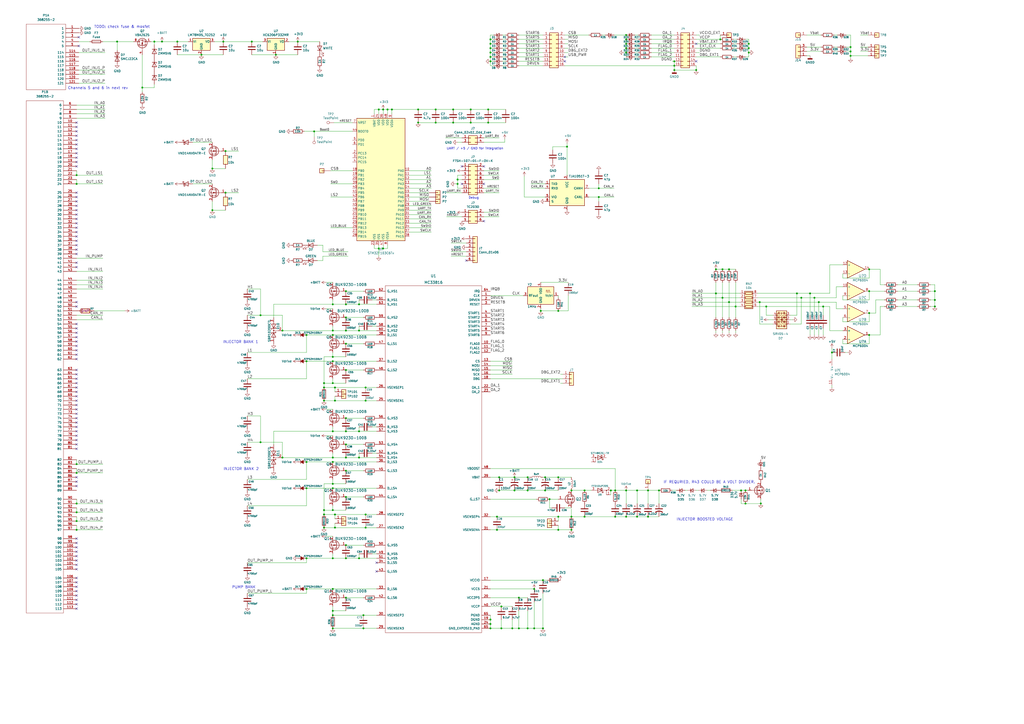
<source format=kicad_sch>
(kicad_sch (version 20211123) (generator eeschema)
  (paper "A2")
  (title_block (title "GDI 4ch") (date "2022-01-04") (rev "rev. a") (company "rusEFI.com"))
  (junction (at 306.07 364.49))
  (junction (at 419.1 156.21))
  (junction (at 200.66 214.63))
  (junction (at 363.22 22.86))
  (junction (at 130.81 87.63))
  (junction (at 200.66 346.71))
  (junction (at 273.05 63.5))
  (junction (at 222.25 144.145))
  (junction (at 284.48 30.48))
  (junction (at 67.945 24.13))
  (junction (at 200.66 250.19))
  (junction (at 116.84 31.75))
  (junction (at 89.535 24.13))
  (junction (at 44.45 269.24))
  (junction (at 193.04 280.67))
  (junction (at 200.66 323.85))
  (junction (at 163.83 265.43))
  (junction (at 339.09 284.48))
  (junction (at 44.45 302.26))
  (junction (at 363.22 284.48))
  (junction (at 187.96 306.07))
  (junction (at 130.81 111.76))
  (junction (at 193.04 209.55))
  (junction (at 316.23 276.86))
  (junction (at 290.83 364.49))
  (junction (at 298.45 276.86))
  (junction (at 208.28 191.77))
  (junction (at 347.345 114.3))
  (junction (at 415.29 170.18))
  (junction (at 493.395 29.845))
  (junction (at 177.8 323.85))
  (junction (at 403.86 40.64))
  (junction (at 440.69 175.26))
  (junction (at 306.07 284.48))
  (junction (at 300.99 364.49))
  (junction (at 363.22 27.94))
  (junction (at 193.04 222.25))
  (junction (at 284.48 22.86))
  (junction (at 331.47 307.34))
  (junction (at 200.66 288.29))
  (junction (at 194.31 224.79))
  (junction (at 284.48 25.4))
  (junction (at 331.47 284.48))
  (junction (at 182.245 76.2))
  (junction (at 252.73 71.12))
  (junction (at 323.85 276.86))
  (junction (at 284.48 361.95))
  (junction (at 262.89 71.12))
  (junction (at 193.04 191.77))
  (junction (at 160.02 31.75))
  (junction (at 426.72 177.8))
  (junction (at 504.19 168.91))
  (junction (at 309.88 364.49))
  (junction (at 462.28 170.18))
  (junction (at 252.73 63.5))
  (junction (at 288.29 307.34))
  (junction (at 309.88 341.63))
  (junction (at 193.04 176.53))
  (junction (at 474.98 175.26))
  (junction (at 504.19 194.31))
  (junction (at 464.82 172.72))
  (junction (at 242.57 63.5))
  (junction (at 200.66 316.23))
  (junction (at 193.04 194.31))
  (junction (at 363.22 25.4))
  (junction (at 193.04 283.21))
  (junction (at 415.29 156.21))
  (junction (at 193.04 267.97))
  (junction (at 369.57 284.48))
  (junction (at 194.31 306.07))
  (junction (at 284.48 27.94))
  (junction (at 200.66 199.39))
  (junction (at 200.66 242.57))
  (junction (at 339.09 299.72))
  (junction (at 187.96 232.41))
  (junction (at 298.45 284.48))
  (junction (at 219.71 144.145))
  (junction (at 210.82 356.87))
  (junction (at 434.34 30.48))
  (junction (at 331.47 299.72))
  (junction (at 208.28 265.43))
  (junction (at 472.44 172.72))
  (junction (at 44.45 101.6))
  (junction (at 200.66 184.15))
  (junction (at 187.96 295.91))
  (junction (at 265.43 106.68))
  (junction (at 391.16 40.64))
  (junction (at 328.93 85.09))
  (junction (at 187.96 224.79))
  (junction (at 422.91 175.26))
  (junction (at 391.16 38.1))
  (junction (at 82.55 50.8))
  (junction (at 444.5 177.8))
  (junction (at 504.19 181.61))
  (junction (at 314.96 364.49))
  (junction (at 200.66 273.05))
  (junction (at 151.13 256.54))
  (junction (at 363.22 299.72))
  (junction (at 300.99 346.71))
  (junction (at 123.19 97.79))
  (junction (at 363.22 30.48))
  (junction (at 356.87 299.72))
  (junction (at 354.33 284.48))
  (junction (at 356.87 284.48))
  (junction (at 177.8 283.21))
  (junction (at 193.04 356.87))
  (junction (at 193.04 364.49))
  (junction (at 200.66 257.81))
  (junction (at 194.31 298.45))
  (junction (at 375.92 284.48))
  (junction (at 200.66 191.77))
  (junction (at 441.325 292.1))
  (junction (at 224.79 63.5))
  (junction (at 323.85 299.72))
  (junction (at 102.87 24.13))
  (junction (at 177.8 194.31))
  (junction (at 289.56 276.86))
  (junction (at 193.04 295.91))
  (junction (at 210.82 364.49))
  (junction (at 284.48 33.02))
  (junction (at 429.895 284.48))
  (junction (at 369.57 299.72))
  (junction (at 222.25 63.5))
  (junction (at 208.28 323.85))
  (junction (at 262.89 63.5))
  (junction (at 193.04 207.01))
  (junction (at 265.43 104.14))
  (junction (at 306.07 276.86))
  (junction (at 187.96 222.25))
  (junction (at 417.83 22.86))
  (junction (at 363.22 20.32))
  (junction (at 542.29 177.8))
  (junction (at 542.29 168.91))
  (junction (at 316.23 284.48))
  (junction (at 219.71 63.5))
  (junction (at 477.52 177.8))
  (junction (at 193.04 323.85))
  (junction (at 313.69 180.34))
  (junction (at 469.9 170.18))
  (junction (at 93.98 24.13))
  (junction (at 193.04 250.19))
  (junction (at 283.21 71.12))
  (junction (at 163.83 191.77))
  (junction (at 172.72 24.13))
  (junction (at 177.8 341.63))
  (junction (at 212.09 232.41))
  (junction (at 323.85 307.34))
  (junction (at 375.92 299.72))
  (junction (at 146.05 24.13))
  (junction (at 129.54 24.13))
  (junction (at 123.19 121.92))
  (junction (at 284.48 359.41))
  (junction (at 289.56 284.48))
  (junction (at 419.1 172.72))
  (junction (at 227.33 63.5))
  (junction (at 318.77 289.56))
  (junction (at 151.13 182.88))
  (junction (at 200.66 176.53))
  (junction (at 208.28 250.19))
  (junction (at 200.66 168.91))
  (junction (at 187.96 298.45))
  (junction (at 242.57 71.12))
  (junction (at 212.09 224.79))
  (junction (at 288.29 299.72))
  (junction (at 208.28 176.53))
  (junction (at 44.45 274.32))
  (junction (at 284.48 364.49))
  (junction (at 44.45 106.68))
  (junction (at 177.8 209.55))
  (junction (at 194.31 232.41))
  (junction (at 391.16 35.56))
  (junction (at 482.6 204.47))
  (junction (at 200.66 265.43))
  (junction (at 212.09 306.07))
  (junction (at 193.04 265.43))
  (junction (at 212.09 298.45))
  (junction (at 193.04 341.63))
  (junction (at 44.45 292.1))
  (junction (at 432.435 284.48))
  (junction (at 347.345 109.22))
  (junction (at 504.19 156.21))
  (junction (at 290.83 351.79))
  (junction (at 432.435 292.1))
  (junction (at 422.91 156.21))
  (junction (at 193.04 354.33))
  (junction (at 382.27 284.48))
  (junction (at 297.18 364.49))
  (junction (at 314.96 336.55))
  (junction (at 44.45 307.34))
  (junction (at 284.48 35.56))
  (junction (at 434.34 25.4))
  (junction (at 434.34 27.94))
  (junction (at 493.395 32.385))
  (junction (at 283.21 63.5))
  (junction (at 44.45 297.18))
  (junction (at 273.05 71.12))
  (junction (at 493.395 27.305))
  (junction (at 323.85 180.34))
  (junction (at 177.8 267.97))
  (junction (at 542.29 173.99))
  (no_connect (at 403.86 25.4))
  (no_connect (at 327.66 35.56))
  (no_connect (at 44.45 175.26))
  (no_connect (at 44.45 177.8))
  (no_connect (at 267.97 106.68))
  (no_connect (at 267.97 96.52))
  (no_connect (at 280.67 96.52))
  (no_connect (at 280.67 106.68))
  (no_connect (at 44.45 190.5))
  (no_connect (at 44.45 193.04))
  (no_connect (at 44.45 195.58))
  (no_connect (at 44.45 198.12))
  (no_connect (at 44.45 200.66))
  (no_connect (at 44.45 203.2))
  (no_connect (at 44.45 205.74))
  (no_connect (at 44.45 208.28))
  (no_connect (at 44.45 214.63))
  (no_connect (at 44.45 217.17))
  (no_connect (at 44.45 219.71))
  (no_connect (at 44.45 222.25))
  (no_connect (at 44.45 224.79))
  (no_connect (at 44.45 227.33))
  (no_connect (at 44.45 229.87))
  (no_connect (at 44.45 232.41))
  (no_connect (at 44.45 234.95))
  (no_connect (at 44.45 237.49))
  (no_connect (at 44.45 240.03))
  (no_connect (at 44.45 242.57))
  (no_connect (at 44.45 245.11))
  (no_connect (at 44.45 247.65))
  (no_connect (at 44.45 250.19))
  (no_connect (at 44.45 252.73))
  (no_connect (at 44.45 255.27))
  (no_connect (at 44.45 257.81))
  (no_connect (at 44.45 260.35))
  (no_connect (at 44.45 276.86))
  (no_connect (at 44.45 279.4))
  (no_connect (at 44.45 281.94))
  (no_connect (at 44.45 187.96))
  (no_connect (at 270.51 151.13))
  (no_connect (at 280.67 128.27))
  (no_connect (at 218.44 331.47))
  (no_connect (at 218.44 326.39))
  (no_connect (at 327.66 33.02))
  (no_connect (at 44.45 314.96))
  (no_connect (at 44.45 317.5))
  (no_connect (at 44.45 320.04))
  (no_connect (at 44.45 322.58))
  (no_connect (at 44.45 325.12))
  (no_connect (at 44.45 327.66))
  (no_connect (at 44.45 330.2))
  (no_connect (at 44.45 335.28))
  (no_connect (at 44.45 337.82))
  (no_connect (at 44.45 340.36))
  (no_connect (at 44.45 342.9))
  (no_connect (at 44.45 345.44))
  (no_connect (at 44.45 347.98))
  (no_connect (at 44.45 350.52))
  (no_connect (at 44.45 353.06))
  (no_connect (at 44.45 312.42))
  (no_connect (at 44.45 71.12))
  (no_connect (at 44.45 114.3))
  (no_connect (at 44.45 116.84))
  (no_connect (at 44.45 119.38))
  (no_connect (at 44.45 121.92))
  (no_connect (at 44.45 124.46))
  (no_connect (at 44.45 127))
  (no_connect (at 44.45 129.54))
  (no_connect (at 44.45 132.08))
  (no_connect (at 44.45 134.62))
  (no_connect (at 44.45 137.16))
  (no_connect (at 44.45 139.7))
  (no_connect (at 44.45 142.24))
  (no_connect (at 44.45 144.78))
  (no_connect (at 44.45 147.32))
  (no_connect (at 44.45 73.66))
  (no_connect (at 44.45 76.2))
  (no_connect (at 44.45 78.74))
  (no_connect (at 44.45 81.28))
  (no_connect (at 44.45 83.82))
  (no_connect (at 44.45 86.36))
  (no_connect (at 44.45 88.9))
  (no_connect (at 44.45 91.44))
  (no_connect (at 44.45 93.98))
  (no_connect (at 44.45 96.52))
  (no_connect (at 44.45 111.76))
  (no_connect (at 44.45 152.4))
  (no_connect (at 44.45 154.94))
  (no_connect (at 45.72 21.59))
  (no_connect (at 45.72 26.67))
  (no_connect (at 403.86 35.56))
  (wire (pts (xy 462.28 170.18) (xy 469.9 170.18)))
  (wire (pts (xy 329.565 180.34) (xy 329.565 171.45)))
  (wire (pts (xy 306.07 284.48) (xy 316.23 284.48)))
  (wire (pts (xy 403.86 284.48) (xy 405.13 284.48)))
  (wire (pts (xy 237.49 109.22) (xy 250.19 109.22)))
  (wire (pts (xy 215.9 189.23) (xy 218.44 189.23)))
  (wire (pts (xy 481.33 177.8) (xy 481.33 191.77)))
  (wire (pts (xy 300.99 33.02) (xy 314.96 33.02)))
  (wire (pts (xy 177.8 341.63) (xy 177.8 344.17)))
  (wire (pts (xy 193.04 250.19) (xy 193.04 247.65)))
  (wire (pts (xy 193.04 321.31) (xy 193.04 323.85)))
  (wire (pts (xy 441.325 292.1) (xy 432.435 292.1)))
  (wire (pts (xy 187.96 295.91) (xy 193.04 295.91)))
  (wire (pts (xy 252.73 63.5) (xy 262.89 63.5)))
  (wire (pts (xy 441.325 289.56) (xy 441.325 292.1)))
  (wire (pts (xy 464.82 172.72) (xy 472.44 172.72)))
  (wire (pts (xy 297.18 214.63) (xy 284.48 214.63)))
  (wire (pts (xy 89.535 50.8) (xy 82.55 50.8)))
  (wire (pts (xy 193.04 341.63) (xy 218.44 341.63)))
  (wire (pts (xy 284.48 35.56) (xy 286.385 35.56)))
  (wire (pts (xy 375.92 299.72) (xy 382.27 299.72)))
  (wire (pts (xy 403.86 30.48) (xy 405.765 30.48)))
  (wire (pts (xy 448.31 187.96) (xy 440.69 187.96)))
  (wire (pts (xy 237.49 101.6) (xy 250.19 101.6)))
  (wire (pts (xy 227.33 63.5) (xy 242.57 63.5)))
  (wire (pts (xy 493.395 20.32) (xy 493.395 27.305)))
  (wire (pts (xy 204.47 114.3) (xy 191.77 114.3)))
  (wire (pts (xy 477.52 177.8) (xy 481.33 177.8)))
  (wire (pts (xy 297.18 212.09) (xy 284.48 212.09)))
  (wire (pts (xy 218.44 250.19) (xy 208.28 250.19)))
  (wire (pts (xy 217.17 144.145) (xy 219.71 144.145)))
  (wire (pts (xy 485.14 179.07) (xy 488.95 179.07)))
  (wire (pts (xy 520.7 177.8) (xy 532.13 177.8)))
  (wire (pts (xy 389.89 35.56) (xy 391.16 35.56)))
  (wire (pts (xy 327.66 27.94) (xy 329.565 27.94)))
  (wire (pts (xy 177.8 209.55) (xy 193.04 209.55)))
  (wire (pts (xy 328.93 85.09) (xy 328.93 101.6)))
  (wire (pts (xy 224.79 144.145) (xy 222.25 144.145)))
  (wire (pts (xy 193.04 219.71) (xy 193.04 222.25)))
  (wire (pts (xy 215.9 247.65) (xy 218.44 247.65)))
  (wire (pts (xy 284.48 30.48) (xy 284.48 27.94)))
  (wire (pts (xy 44.45 167.64) (xy 59.69 167.64)))
  (wire (pts (xy 289.56 101.6) (xy 280.67 101.6)))
  (wire (pts (xy 488.95 153.67) (xy 481.33 153.67)))
  (wire (pts (xy 227.33 66.04) (xy 227.33 63.5)))
  (wire (pts (xy 151.13 241.3) (xy 151.13 256.54)))
  (wire (pts (xy 184.15 142.24) (xy 187.325 142.24)))
  (wire (pts (xy 222.25 142.24) (xy 222.25 144.145)))
  (wire (pts (xy 363.22 30.48) (xy 363.22 33.02)))
  (wire (pts (xy 316.23 114.3) (xy 304.165 114.3)))
  (wire (pts (xy 44.45 99.06) (xy 44.45 101.6)))
  (wire (pts (xy 306.07 276.86) (xy 307.34 276.86)))
  (wire (pts (xy 60.96 66.04) (xy 44.45 66.04)))
  (wire (pts (xy 208.28 262.89) (xy 208.28 265.43)))
  (wire (pts (xy 488.95 161.29) (xy 488.95 158.75)))
  (wire (pts (xy 290.83 364.49) (xy 297.18 364.49)))
  (wire (pts (xy 440.69 187.96) (xy 440.69 175.26)))
  (wire (pts (xy 187.96 222.25) (xy 187.96 207.01)))
  (wire (pts (xy 300.99 35.56) (xy 314.96 35.56)))
  (wire (pts (xy 177.8 204.47) (xy 143.51 204.47)))
  (wire (pts (xy 82.55 31.75) (xy 82.55 50.8)))
  (wire (pts (xy 187.325 146.05) (xy 201.93 146.05)))
  (wire (pts (xy 200.66 191.77) (xy 208.28 191.77)))
  (wire (pts (xy 280.67 82.55) (xy 292.735 82.55)))
  (wire (pts (xy 297.18 364.49) (xy 300.99 364.49)))
  (wire (pts (xy 289.56 109.22) (xy 280.67 109.22)))
  (wire (pts (xy 300.99 38.1) (xy 314.96 38.1)))
  (wire (pts (xy 237.49 124.46) (xy 250.19 124.46)))
  (wire (pts (xy 191.77 132.08) (xy 204.47 132.08)))
  (wire (pts (xy 193.04 222.25) (xy 200.66 222.25)))
  (wire (pts (xy 422.91 175.26) (xy 429.26 175.26)))
  (wire (pts (xy 347.345 114.3) (xy 341.63 114.3)))
  (wire (pts (xy 189.23 179.07) (xy 193.04 179.07)))
  (wire (pts (xy 187.96 207.01) (xy 193.04 207.01)))
  (wire (pts (xy 123.19 97.79) (xy 123.19 92.71)))
  (wire (pts (xy 462.28 182.88) (xy 462.28 170.18)))
  (wire (pts (xy 419.1 191.77) (xy 419.1 193.04)))
  (wire (pts (xy 347.345 109.22) (xy 341.63 109.22)))
  (wire (pts (xy 280.67 123.19) (xy 289.56 123.19)))
  (polyline (pts (xy 417.83 175.26) (xy 417.83 175.26)))
  (wire (pts (xy 370.205 20.32) (xy 368.3 20.32)))
  (wire (pts (xy 194.31 224.79) (xy 194.31 227.33)))
  (wire (pts (xy 467.995 27.305) (xy 476.25 27.305)))
  (wire (pts (xy 434.34 33.02) (xy 432.435 33.02)))
  (wire (pts (xy 193.04 364.49) (xy 210.82 364.49)))
  (wire (pts (xy 123.19 121.92) (xy 130.81 121.92)))
  (wire (pts (xy 504.19 186.69) (xy 504.19 181.61)))
  (wire (pts (xy 52.07 24.13) (xy 45.72 24.13)))
  (wire (pts (xy 293.37 30.48) (xy 291.465 30.48)))
  (wire (pts (xy 262.89 63.5) (xy 273.05 63.5)))
  (wire (pts (xy 89.535 48.895) (xy 89.535 50.8)))
  (wire (pts (xy 44.45 182.88) (xy 59.69 182.88)))
  (wire (pts (xy 187.325 148.59) (xy 201.93 148.59)))
  (wire (pts (xy 318.77 289.56) (xy 318.77 294.64)))
  (wire (pts (xy 354.33 287.02) (xy 354.33 284.48)))
  (wire (pts (xy 539.75 173.99) (xy 542.29 173.99)))
  (wire (pts (xy 293.37 20.32) (xy 291.465 20.32)))
  (wire (pts (xy 300.99 354.33) (xy 300.99 364.49)))
  (wire (pts (xy 242.57 63.5) (xy 252.73 63.5)))
  (wire (pts (xy 193.04 280.67) (xy 200.66 280.67)))
  (wire (pts (xy 200.66 273.05) (xy 210.82 273.05)))
  (wire (pts (xy 222.25 63.5) (xy 224.79 63.5)))
  (wire (pts (xy 187.96 295.91) (xy 187.96 280.67)))
  (wire (pts (xy 163.83 191.77) (xy 193.04 191.77)))
  (wire (pts (xy 304.165 114.3) (xy 304.165 102.235)))
  (wire (pts (xy 44.45 304.8) (xy 44.45 307.34)))
  (wire (pts (xy 248.92 114.3) (xy 237.49 114.3)))
  (wire (pts (xy 130.81 111.76) (xy 138.43 111.76)))
  (wire (pts (xy 200.66 295.91) (xy 193.04 295.91)))
  (wire (pts (xy 177.8 194.31) (xy 177.8 204.47)))
  (wire (pts (xy 237.49 129.54) (xy 250.19 129.54)))
  (wire (pts (xy 200.66 265.43) (xy 208.28 265.43)))
  (wire (pts (xy 252.73 71.12) (xy 262.89 71.12)))
  (wire (pts (xy 370.205 33.02) (xy 368.3 33.02)))
  (wire (pts (xy 426.72 163.83) (xy 426.72 177.8)))
  (wire (pts (xy 193.04 250.19) (xy 200.66 250.19)))
  (wire (pts (xy 369.57 284.48) (xy 369.57 292.1)))
  (wire (pts (xy 208.28 323.85) (xy 218.44 323.85)))
  (wire (pts (xy 284.48 346.71) (xy 300.99 346.71)))
  (wire (pts (xy 327.66 25.4) (xy 329.565 25.4)))
  (wire (pts (xy 481.33 191.77) (xy 488.95 191.77)))
  (wire (pts (xy 339.09 284.48) (xy 342.9 284.48)))
  (wire (pts (xy 293.37 35.56) (xy 291.465 35.56)))
  (wire (pts (xy 439.42 170.18) (xy 462.28 170.18)))
  (wire (pts (xy 377.825 30.48) (xy 391.16 30.48)))
  (wire (pts (xy 265.43 109.22) (xy 265.43 106.68)))
  (wire (pts (xy 176.53 76.2) (xy 182.245 76.2)))
  (wire (pts (xy 163.83 265.43) (xy 193.04 265.43)))
  (wire (pts (xy 267.97 111.76) (xy 259.08 111.76)))
  (wire (pts (xy 369.57 284.48) (xy 375.92 284.48)))
  (wire (pts (xy 474.98 190.5) (xy 474.98 194.31)))
  (wire (pts (xy 440.69 175.26) (xy 474.98 175.26)))
  (wire (pts (xy 339.09 299.72) (xy 356.87 299.72)))
  (wire (pts (xy 44.45 266.7) (xy 44.45 269.24)))
  (wire (pts (xy 151.13 182.88) (xy 151.13 167.64)))
  (wire (pts (xy 458.47 187.96) (xy 464.82 187.96)))
  (wire (pts (xy 45.72 30.48) (xy 60.96 30.48)))
  (wire (pts (xy 193.04 267.97) (xy 218.44 267.97)))
  (wire (pts (xy 370.205 25.4) (xy 368.3 25.4)))
  (wire (pts (xy 422.91 156.21) (xy 426.72 156.21)))
  (polyline (pts (xy 417.83 172.72) (xy 417.83 172.72)))
  (wire (pts (xy 293.37 33.02) (xy 291.465 33.02)))
  (wire (pts (xy 87.63 24.13) (xy 89.535 24.13)))
  (wire (pts (xy 419.1 156.21) (xy 422.91 156.21)))
  (wire (pts (xy 187.96 222.25) (xy 193.04 222.25)))
  (wire (pts (xy 77.47 24.13) (xy 67.945 24.13)))
  (wire (pts (xy 60.96 60.96) (xy 44.45 60.96)))
  (wire (pts (xy 510.54 165.1) (xy 513.08 165.1)))
  (wire (pts (xy 490.22 204.47) (xy 491.49 204.47)))
  (wire (pts (xy 327.66 294.64) (xy 331.47 294.64)))
  (wire (pts (xy 327.66 33.02) (xy 329.565 33.02)))
  (wire (pts (xy 482.6 201.93) (xy 482.6 204.47)))
  (wire (pts (xy 89.535 24.13) (xy 93.98 24.13)))
  (wire (pts (xy 485.14 166.37) (xy 485.14 172.72)))
  (wire (pts (xy 44.45 299.72) (xy 44.45 302.26)))
  (wire (pts (xy 483.87 20.32) (xy 485.775 20.32)))
  (wire (pts (xy 184.15 151.13) (xy 187.325 151.13)))
  (wire (pts (xy 189.23 237.49) (xy 193.04 237.49)))
  (wire (pts (xy 323.85 172.72) (xy 323.85 171.45)))
  (wire (pts (xy 284.48 271.78) (xy 356.87 271.78)))
  (wire (pts (xy 224.79 142.24) (xy 224.79 144.145)))
  (wire (pts (xy 45.72 40.64) (xy 60.96 40.64)))
  (wire (pts (xy 309.88 349.25) (xy 309.88 364.49)))
  (wire (pts (xy 439.42 172.72) (xy 464.82 172.72)))
  (wire (pts (xy 415.29 163.83) (xy 415.29 170.18)))
  (wire (pts (xy 215.9 262.89) (xy 218.44 262.89)))
  (wire (pts (xy 158.75 176.53) (xy 193.04 176.53)))
  (wire (pts (xy 318.77 294.64) (xy 320.04 294.64)))
  (wire (pts (xy 193.04 189.23) (xy 193.04 191.77)))
  (wire (pts (xy 503.555 32.385) (xy 493.395 32.385)))
  (wire (pts (xy 317.5 336.55) (xy 314.96 336.55)))
  (wire (pts (xy 349.25 20.32) (xy 351.155 20.32)))
  (wire (pts (xy 187.96 306.07) (xy 194.31 306.07)))
  (wire (pts (xy 403.86 40.64) (xy 391.16 40.64)))
  (wire (pts (xy 293.37 22.86) (xy 291.465 22.86)))
  (wire (pts (xy 297.18 359.41) (xy 297.18 364.49)))
  (wire (pts (xy 504.19 168.91) (xy 513.08 168.91)))
  (wire (pts (xy 210.82 364.49) (xy 218.44 364.49)))
  (wire (pts (xy 510.54 156.21) (xy 510.54 165.1)))
  (wire (pts (xy 363.22 284.48) (xy 369.57 284.48)))
  (wire (pts (xy 391.16 38.1) (xy 391.16 40.64)))
  (wire (pts (xy 422.91 191.77) (xy 422.91 193.04)))
  (wire (pts (xy 300.99 20.32) (xy 314.96 20.32)))
  (wire (pts (xy 356.87 299.72) (xy 363.22 299.72)))
  (wire (pts (xy 284.48 299.72) (xy 288.29 299.72)))
  (wire (pts (xy 248.92 116.84) (xy 237.49 116.84)))
  (wire (pts (xy 208.28 321.31) (xy 208.28 323.85)))
  (wire (pts (xy 44.45 307.34) (xy 59.69 307.34)))
  (wire (pts (xy 363.22 25.4) (xy 363.22 27.94)))
  (wire (pts (xy 265.43 104.14) (xy 265.43 101.6)))
  (wire (pts (xy 415.29 191.77) (xy 415.29 193.04)))
  (wire (pts (xy 194.31 298.45) (xy 212.09 298.45)))
  (wire (pts (xy 242.57 71.12) (xy 252.73 71.12)))
  (wire (pts (xy 377.825 27.94) (xy 391.16 27.94)))
  (wire (pts (xy 194.31 229.87) (xy 194.31 232.41)))
  (wire (pts (xy 130.81 87.63) (xy 138.43 87.63)))
  (wire (pts (xy 182.245 79.375) (xy 182.245 76.2)))
  (wire (pts (xy 208.28 250.19) (xy 200.66 250.19)))
  (wire (pts (xy 425.45 25.4) (xy 427.355 25.4)))
  (wire (pts (xy 323.85 307.34) (xy 331.47 307.34)))
  (wire (pts (xy 434.34 33.02) (xy 434.34 30.48)))
  (wire (pts (xy 542.29 177.8) (xy 539.75 177.8)))
  (wire (pts (xy 193.04 351.79) (xy 193.04 354.33)))
  (wire (pts (xy 284.48 30.48) (xy 286.385 30.48)))
  (wire (pts (xy 467.995 32.385) (xy 469.9 32.385)))
  (wire (pts (xy 237.49 132.08) (xy 250.19 132.08)))
  (wire (pts (xy 200.66 288.29) (xy 210.82 288.29)))
  (wire (pts (xy 403.86 22.86) (xy 417.83 22.86)))
  (wire (pts (xy 215.9 321.31) (xy 218.44 321.31)))
  (wire (pts (xy 193.04 194.31) (xy 218.44 194.31)))
  (wire (pts (xy 261.62 146.05) (xy 270.51 146.05)))
  (wire (pts (xy 193.04 354.33) (xy 200.66 354.33)))
  (wire (pts (xy 444.5 177.8) (xy 477.52 177.8)))
  (wire (pts (xy 377.825 33.02) (xy 391.16 33.02)))
  (wire (pts (xy 363.22 20.32) (xy 356.235 20.32)))
  (wire (pts (xy 67.945 24.13) (xy 67.945 29.21)))
  (wire (pts (xy 177.8 283.21) (xy 177.8 293.37)))
  (wire (pts (xy 493.395 32.385) (xy 493.395 33.655)))
  (wire (pts (xy 158.75 184.15) (xy 158.75 176.53)))
  (wire (pts (xy 403.86 25.4) (xy 417.83 25.4)))
  (wire (pts (xy 419.1 172.72) (xy 419.1 184.15)))
  (wire (pts (xy 187.96 298.45) (xy 187.96 295.91)))
  (wire (pts (xy 280.67 99.06) (xy 289.56 99.06)))
  (wire (pts (xy 520.7 168.91) (xy 532.13 168.91)))
  (wire (pts (xy 284.48 341.63) (xy 309.88 341.63)))
  (wire (pts (xy 356.235 114.3) (xy 347.345 114.3)))
  (wire (pts (xy 187.96 224.79) (xy 194.31 224.79)))
  (wire (pts (xy 490.855 20.32) (xy 493.395 20.32)))
  (wire (pts (xy 208.28 173.99) (xy 208.28 176.53)))
  (wire (pts (xy 401.32 172.72) (xy 419.1 172.72)))
  (wire (pts (xy 313.69 179.07) (xy 313.69 180.34)))
  (wire (pts (xy 44.45 302.26) (xy 59.69 302.26)))
  (wire (pts (xy 44.45 292.1) (xy 59.69 292.1)))
  (wire (pts (xy 227.33 63.5) (xy 224.79 63.5)))
  (wire (pts (xy 111.76 106.68) (xy 123.19 106.68)))
  (wire (pts (xy 347.345 106.68) (xy 347.345 109.22)))
  (wire (pts (xy 445.77 185.42) (xy 448.31 185.42)))
  (wire (pts (xy 432.435 284.48) (xy 429.895 284.48)))
  (wire (pts (xy 289.56 125.73) (xy 280.67 125.73)))
  (wire (pts (xy 444.5 182.88) (xy 444.5 177.8)))
  (wire (pts (xy 143.51 278.13) (xy 177.8 278.13)))
  (wire (pts (xy 284.48 356.87) (xy 284.48 359.41)))
  (wire (pts (xy 314.96 364.49) (xy 314.96 344.17)))
  (wire (pts (xy 439.42 177.8) (xy 444.5 177.8)))
  (wire (pts (xy 217.17 63.5) (xy 219.71 63.5)))
  (wire (pts (xy 370.205 30.48) (xy 368.3 30.48)))
  (wire (pts (xy 354.33 284.48) (xy 356.87 284.48)))
  (wire (pts (xy 193.04 283.21) (xy 218.44 283.21)))
  (wire (pts (xy 539.75 168.91) (xy 542.29 168.91)))
  (wire (pts (xy 72.39 180.34) (xy 54.61 180.34)))
  (wire (pts (xy 327.66 22.86) (xy 329.565 22.86)))
  (wire (pts (xy 508 181.61) (xy 508 173.99)))
  (wire (pts (xy 415.29 184.15) (xy 415.29 170.18)))
  (wire (pts (xy 300.99 346.71) (xy 306.07 346.71)))
  (wire (pts (xy 488.95 166.37) (xy 485.14 166.37)))
  (wire (pts (xy 237.49 127) (xy 250.19 127)))
  (wire (pts (xy 415.29 156.21) (xy 419.1 156.21)))
  (wire (pts (xy 292.735 82.55) (xy 292.735 80.645)))
  (wire (pts (xy 187.325 142.24) (xy 187.325 146.05)))
  (wire (pts (xy 415.29 170.18) (xy 429.26 170.18)))
  (wire (pts (xy 284.48 33.02) (xy 286.385 33.02)))
  (wire (pts (xy 44.45 297.18) (xy 59.69 297.18)))
  (wire (pts (xy 331.47 295.275) (xy 331.47 299.72)))
  (wire (pts (xy 320.675 85.09) (xy 320.675 86.995)))
  (wire (pts (xy 151.13 256.54) (xy 163.83 256.54)))
  (wire (pts (xy 510.54 177.8) (xy 513.08 177.8)))
  (wire (pts (xy 44.45 162.56) (xy 59.69 162.56)))
  (wire (pts (xy 382.27 284.48) (xy 382.27 292.1)))
  (wire (pts (xy 306.07 354.33) (xy 306.07 364.49)))
  (wire (pts (xy 102.87 31.75) (xy 116.84 31.75)))
  (wire (pts (xy 325.12 222.25) (xy 326.39 222.25)))
  (wire (pts (xy 44.45 149.86) (xy 59.69 149.86)))
  (wire (pts (xy 323.85 299.72) (xy 323.85 302.26)))
  (wire (pts (xy 250.19 121.92) (xy 237.49 121.92)))
  (wire (pts (xy 237.49 99.06) (xy 250.19 99.06)))
  (wire (pts (xy 284.48 25.4) (xy 286.385 25.4)))
  (wire (pts (xy 356.87 271.78) (xy 356.87 284.48)))
  (wire (pts (xy 261.62 140.97) (xy 270.51 140.97)))
  (wire (pts (xy 499.11 29.845) (xy 503.555 29.845)))
  (wire (pts (xy 215.9 173.99) (xy 218.44 173.99)))
  (wire (pts (xy 177.8 209.55) (xy 177.8 219.71)))
  (wire (pts (xy 189.23 252.73) (xy 193.04 252.73)))
  (polyline (pts (xy 436.88 172.72) (xy 436.88 172.72)))
  (wire (pts (xy 542.29 168.91) (xy 542.29 173.99)))
  (wire (pts (xy 328.93 85.09) (xy 320.675 85.09)))
  (wire (pts (xy 284.48 20.32) (xy 286.385 20.32)))
  (wire (pts (xy 265.43 106.68) (xy 265.43 104.14)))
  (wire (pts (xy 493.395 27.305) (xy 493.395 29.845)))
  (wire (pts (xy 193.04 250.19) (xy 158.75 250.19)))
  (wire (pts (xy 410.21 284.48) (xy 412.115 284.48)))
  (wire (pts (xy 434.34 25.4) (xy 432.435 25.4)))
  (wire (pts (xy 224.79 66.04) (xy 224.79 63.5)))
  (wire (pts (xy 300.99 30.48) (xy 314.96 30.48)))
  (wire (pts (xy 123.19 97.79) (xy 130.81 97.79)))
  (wire (pts (xy 377.825 20.32) (xy 391.16 20.32)))
  (wire (pts (xy 467.995 20.32) (xy 476.25 20.32)))
  (wire (pts (xy 298.45 284.48) (xy 306.07 284.48)))
  (wire (pts (xy 488.95 186.69) (xy 504.19 186.69)))
  (wire (pts (xy 474.98 182.88) (xy 474.98 175.26)))
  (wire (pts (xy 187.325 151.13) (xy 187.325 148.59)))
  (wire (pts (xy 370.205 27.94) (xy 368.3 27.94)))
  (wire (pts (xy 93.98 24.13) (xy 102.87 24.13)))
  (wire (pts (xy 297.18 209.55) (xy 284.48 209.55)))
  (wire (pts (xy 45.72 48.26) (xy 60.96 48.26)))
  (wire (pts (xy 490.855 29.845) (xy 493.395 29.845)))
  (wire (pts (xy 363.22 22.86) (xy 363.22 25.4)))
  (wire (pts (xy 329.565 163.83) (xy 313.69 163.83)))
  (wire (pts (xy 177.8 323.85) (xy 177.8 326.39)))
  (wire (pts (xy 200.66 323.85) (xy 208.28 323.85)))
  (wire (pts (xy 289.56 80.01) (xy 280.67 80.01)))
  (wire (pts (xy 284.48 219.71) (xy 326.39 219.71)))
  (wire (pts (xy 474.98 175.26) (xy 485.14 175.26)))
  (wire (pts (xy 146.05 24.13) (xy 152.4 24.13)))
  (wire (pts (xy 177.8 341.63) (xy 193.04 341.63)))
  (wire (pts (xy 44.45 289.56) (xy 44.45 292.1)))
  (wire (pts (xy 485.14 175.26) (xy 485.14 179.07)))
  (wire (pts (xy 204.47 106.68) (xy 191.77 106.68)))
  (wire (pts (xy 284.48 276.86) (xy 289.56 276.86)))
  (wire (pts (xy 44.45 157.48) (xy 59.69 157.48)))
  (wire (pts (xy 151.13 182.88) (xy 163.83 182.88)))
  (wire (pts (xy 298.45 276.86) (xy 306.07 276.86)))
  (wire (pts (xy 434.34 25.4) (xy 434.34 22.86)))
  (wire (pts (xy 284.48 307.34) (xy 288.29 307.34)))
  (wire (pts (xy 284.48 22.86) (xy 284.48 20.32)))
  (wire (pts (xy 267.97 82.55) (xy 265.43 82.55)))
  (wire (pts (xy 419.1 163.83) (xy 419.1 172.72)))
  (polyline (pts (xy 424.18 172.72) (xy 424.18 172.72)))
  (wire (pts (xy 217.17 142.24) (xy 217.17 144.145)))
  (wire (pts (xy 200.66 199.39) (xy 210.82 199.39)))
  (wire (pts (xy 323.85 304.8) (xy 323.85 307.34)))
  (wire (pts (xy 488.95 161.29) (xy 504.19 161.29)))
  (wire (pts (xy 187.96 280.67) (xy 193.04 280.67)))
  (wire (pts (xy 143.51 344.17) (xy 177.8 344.17)))
  (wire (pts (xy 237.49 119.38) (xy 250.19 119.38)))
  (wire (pts (xy 504.19 156.21) (xy 510.54 156.21)))
  (wire (pts (xy 44.45 185.42) (xy 59.69 185.42)))
  (wire (pts (xy 289.56 111.76) (xy 280.67 111.76)))
  (wire (pts (xy 375.92 284.48) (xy 375.92 292.1)))
  (wire (pts (xy 297.18 217.17) (xy 284.48 217.17)))
  (wire (pts (xy 290.83 351.79) (xy 297.18 351.79)))
  (wire (pts (xy 300.99 364.49) (xy 306.07 364.49)))
  (wire (pts (xy 309.88 364.49) (xy 314.96 364.49)))
  (wire (pts (xy 284.48 364.49) (xy 290.83 364.49)))
  (wire (pts (xy 158.75 250.19) (xy 158.75 257.81)))
  (wire (pts (xy 267.97 104.14) (xy 265.43 104.14)))
  (wire (pts (xy 467.995 29.845) (xy 476.25 29.845)))
  (wire (pts (xy 219.71 66.04) (xy 219.71 63.5)))
  (wire (pts (xy 369.57 299.72) (xy 375.92 299.72)))
  (wire (pts (xy 377.825 22.86) (xy 391.16 22.86)))
  (wire (pts (xy 289.56 276.86) (xy 298.45 276.86)))
  (wire (pts (xy 488.95 173.99) (xy 504.19 173.99)))
  (wire (pts (xy 177.8 219.71) (xy 143.51 219.71)))
  (wire (pts (xy 172.72 24.13) (xy 185.42 24.13)))
  (wire (pts (xy 490.855 27.305) (xy 493.395 27.305)))
  (wire (pts (xy 82.55 50.8) (xy 82.55 53.34)))
  (wire (pts (xy 325.12 217.17) (xy 326.39 217.17)))
  (wire (pts (xy 401.32 177.8) (xy 426.72 177.8)))
  (wire (pts (xy 403.86 20.32) (xy 405.765 20.32)))
  (wire (pts (xy 200.66 184.15) (xy 210.82 184.15)))
  (wire (pts (xy 123.19 121.92) (xy 123.19 116.84)))
  (wire (pts (xy 219.71 144.145) (xy 219.71 142.24)))
  (wire (pts (xy 389.89 284.48) (xy 392.43 284.48)))
  (wire (pts (xy 422.91 175.26) (xy 422.91 163.83)))
  (wire (pts (xy 200.66 346.71) (xy 210.82 346.71)))
  (wire (pts (xy 111.76 82.55) (xy 123.19 82.55)))
  (wire (pts (xy 499.11 27.305) (xy 503.555 27.305)))
  (wire (pts (xy 424.815 284.48) (xy 429.895 284.48)))
  (wire (pts (xy 426.72 191.77) (xy 426.72 193.04)))
  (wire (pts (xy 397.51 284.48) (xy 398.78 284.48)))
  (wire (pts (xy 323.85 180.34) (xy 329.565 180.34)))
  (wire (pts (xy 510.54 194.31) (xy 510.54 177.8)))
  (wire (pts (xy 472.44 172.72) (xy 485.14 172.72)))
  (wire (pts (xy 290.83 359.41) (xy 290.83 364.49)))
  (wire (pts (xy 469.9 170.18) (xy 481.33 170.18)))
  (wire (pts (xy 267.97 109.22) (xy 265.43 109.22)))
  (wire (pts (xy 284.48 27.94) (xy 286.385 27.94)))
  (wire (pts (xy 401.32 170.18) (xy 415.29 170.18)))
  (wire (pts (xy 237.49 134.62) (xy 250.19 134.62)))
  (wire (pts (xy 300.99 27.94) (xy 314.96 27.94)))
  (wire (pts (xy 284.48 38.1) (xy 286.385 38.1)))
  (wire (pts (xy 177.8 267.97) (xy 177.8 278.13)))
  (wire (pts (xy 163.83 265.43) (xy 163.83 256.54)))
  (wire (pts (xy 469.9 170.18) (xy 469.9 182.88)))
  (wire (pts (xy 200.66 242.57) (xy 210.82 242.57)))
  (wire (pts (xy 318.77 289.56) (xy 323.85 289.56)))
  (wire (pts (xy 293.37 38.1) (xy 291.465 38.1)))
  (wire (pts (xy 219.71 148.59) (xy 219.71 144.145)))
  (wire (pts (xy 391.16 35.56) (xy 391.16 38.1)))
  (wire (pts (xy 60.96 63.5) (xy 44.45 63.5)))
  (wire (pts (xy 284.48 25.4) (xy 284.48 22.86)))
  (wire (pts (xy 493.395 29.845) (xy 493.395 32.385)))
  (wire (pts (xy 189.23 163.83) (xy 193.04 163.83)))
  (wire (pts (xy 182.245 76.2) (xy 204.47 76.2)))
  (wire (pts (xy 539.75 165.1) (xy 542.29 165.1)))
  (wire (pts (xy 323.85 299.72) (xy 331.47 299.72)))
  (wire (pts (xy 208.28 176.53) (xy 218.44 176.53)))
  (wire (pts (xy 504.19 173.99) (xy 504.19 168.91)))
  (wire (pts (xy 288.29 299.72) (xy 323.85 299.72)))
  (wire (pts (xy 356.87 284.48) (xy 363.22 284.48)))
  (wire (pts (xy 439.42 175.26) (xy 440.69 175.26)))
  (wire (pts (xy 210.82 356.87) (xy 218.44 356.87)))
  (wire (pts (xy 425.45 33.02) (xy 427.355 33.02)))
  (wire (pts (xy 472.44 190.5) (xy 472.44 194.31)))
  (wire (pts (xy 222.25 144.145) (xy 219.71 144.145)))
  (wire (pts (xy 434.34 27.94) (xy 432.435 27.94)))
  (wire (pts (xy 193.04 207.01) (xy 193.04 204.47)))
  (polyline (pts (xy 424.18 175.26) (xy 424.18 175.26)))
  (wire (pts (xy 542.29 165.1) (xy 542.29 168.91)))
  (wire (pts (xy 432.435 292.1) (xy 429.895 292.1)))
  (wire (pts (xy 44.45 165.1) (xy 59.69 165.1)))
  (wire (pts (xy 293.37 25.4) (xy 291.465 25.4)))
  (wire (pts (xy 331.47 284.48) (xy 339.09 284.48)))
  (wire (pts (xy 323.85 276.86) (xy 331.47 276.86)))
  (wire (pts (xy 508 173.99) (xy 513.08 173.99)))
  (wire (pts (xy 193.04 278.13) (xy 193.04 280.67)))
  (wire (pts (xy 280.67 104.14) (xy 289.56 104.14)))
  (wire (pts (xy 200.66 257.81) (xy 210.82 257.81)))
  (wire (pts (xy 193.04 265.43) (xy 200.66 265.43)))
  (wire (pts (xy 177.8 323.85) (xy 193.04 323.85)))
  (wire (pts (xy 151.13 167.64) (xy 143.51 167.64)))
  (wire (pts (xy 284.48 289.56) (xy 311.15 289.56)))
  (wire (pts (xy 488.95 199.39) (xy 488.95 196.85)))
  (wire (pts (xy 177.8 326.39) (xy 143.51 326.39)))
  (wire (pts (xy 300.99 22.86) (xy 314.96 22.86)))
  (wire (pts (xy 219.71 63.5) (xy 222.25 63.5)))
  (wire (pts (xy 504.19 161.29) (xy 504.19 156.21)))
  (wire (pts (xy 193.04 356.87) (xy 210.82 356.87)))
  (wire (pts (xy 328.93 83.185) (xy 328.93 85.09)))
  (wire (pts (xy 163.83 191.77) (xy 163.83 182.88)))
  (wire (pts (xy 258.445 80.01) (xy 267.97 80.01)))
  (wire (pts (xy 483.87 27.305) (xy 485.775 27.305)))
  (wire (pts (xy 331.47 299.72) (xy 339.09 299.72)))
  (wire (pts (xy 542.29 173.99) (xy 542.29 177.8)))
  (wire (pts (xy 44.45 101.6) (xy 59.69 101.6)))
  (wire (pts (xy 327.66 20.32) (xy 341.63 20.32)))
  (wire (pts (xy 177.8 283.21) (xy 193.04 283.21)))
  (wire (pts (xy 187.96 232.41) (xy 194.31 232.41)))
  (wire (pts (xy 363.22 299.72) (xy 369.57 299.72)))
  (wire (pts (xy 520.7 165.1) (xy 532.13 165.1)))
  (wire (pts (xy 60.96 68.58) (xy 44.45 68.58)))
  (wire (pts (xy 488.95 171.45) (xy 488.95 173.99)))
  (wire (pts (xy 143.51 293.37) (xy 177.8 293.37)))
  (wire (pts (xy 146.05 31.75) (xy 160.02 31.75)))
  (wire (pts (xy 327.66 38.1) (xy 391.16 38.1)))
  (wire (pts (xy 477.52 182.88) (xy 477.52 177.8)))
  (wire (pts (xy 483.87 29.845) (xy 485.775 29.845)))
  (wire (pts (xy 44.45 104.14) (xy 44.45 106.68)))
  (wire (pts (xy 264.16 106.68) (xy 265.43 106.68)))
  (wire (pts (xy 434.34 30.48) (xy 434.34 27.94)))
  (wire (pts (xy 288.29 307.34) (xy 323.85 307.34)))
  (wire (pts (xy 323.85 180.34) (xy 313.69 180.34)))
  (wire (pts (xy 44.45 106.68) (xy 59.69 106.68)))
  (wire (pts (xy 193.04 207.01) (xy 200.66 207.01)))
  (wire (pts (xy 208.28 265.43) (xy 218.44 265.43)))
  (wire (pts (xy 187.96 224.79) (xy 187.96 222.25)))
  (wire (pts (xy 464.82 187.96) (xy 464.82 172.72)))
  (wire (pts (xy 143.51 241.3) (xy 151.13 241.3)))
  (wire (pts (xy 45.72 43.18) (xy 60.96 43.18)))
  (wire (pts (xy 67.945 24.13) (xy 59.69 24.13)))
  (wire (pts (xy 284.48 35.56) (xy 284.48 33.02)))
  (wire (pts (xy 237.49 106.68) (xy 250.19 106.68)))
  (wire (pts (xy 482.6 204.47) (xy 482.6 208.28)))
  (wire (pts (xy 375.92 284.48) (xy 382.27 284.48)))
  (wire (pts (xy 200.66 176.53) (xy 208.28 176.53)))
  (wire (pts (xy 481.33 153.67) (xy 481.33 170.18)))
  (wire (pts (xy 488.95 199.39) (xy 504.19 199.39)))
  (wire (pts (xy 504.19 194.31) (xy 510.54 194.31)))
  (wire (pts (xy 212.09 224.79) (xy 218.44 224.79)))
  (wire (pts (xy 316.23 276.86) (xy 314.96 276.86)))
  (wire (pts (xy 217.17 66.04) (xy 217.17 63.5)))
  (wire (pts (xy 193.04 354.33) (xy 193.04 356.87)))
  (wire (pts (xy 504.19 199.39) (xy 504.19 194.31)))
  (wire (pts (xy 300.99 25.4) (xy 314.96 25.4)))
  (wire (pts (xy 191.77 99.06) (xy 204.47 99.06)))
  (wire (pts (xy 193.04 209.55) (xy 218.44 209.55)))
  (wire (pts (xy 284.48 351.79) (xy 290.83 351.79)))
  (wire (pts (xy 482.6 223.52) (xy 482.6 224.79)))
  (wire (pts (xy 419.1 172.72) (xy 429.26 172.72)))
  (wire (pts (xy 283.21 63.5) (xy 293.37 63.5)))
  (wire (pts (xy 284.48 22.86) (xy 286.385 22.86)))
  (wire (pts (xy 189.23 311.15) (xy 193.04 311.15)))
  (wire (pts (xy 477.52 190.5) (xy 477.52 194.31)))
  (wire (pts (xy 284.48 171.45) (xy 303.53 171.45)))
  (wire (pts (xy 193.04 323.85) (xy 200.66 323.85)))
  (wire (pts (xy 356.235 109.22) (xy 347.345 109.22)))
  (wire (pts (xy 143.51 182.88) (xy 151.13 182.88)))
  (wire (pts (xy 284.48 359.41) (xy 284.48 361.95)))
  (wire (pts (xy 316.23 109.22) (xy 307.975 109.22)))
  (wire (pts (xy 363.22 284.48) (xy 363.22 292.1)))
  (wire (pts (xy 194.31 306.07) (xy 212.09 306.07)))
  (wire (pts (xy 327.66 30.48) (xy 329.565 30.48)))
  (wire (pts (xy 284.48 38.1) (xy 284.48 35.56)))
  (wire (pts (xy 143.51 256.54) (xy 151.13 256.54)))
  (wire (pts (xy 417.83 20.32) (xy 417.83 22.86)))
  (wire (pts (xy 284.48 33.02) (xy 284.48 30.48)))
  (wire (pts (xy 316.23 276.86) (xy 323.85 276.86)))
  (wire (pts (xy 403.86 38.1) (xy 403.86 40.64)))
  (wire (pts (xy 204.47 71.12) (xy 193.675 71.12)))
  (wire (pts (xy 208.28 247.65) (xy 208.28 250.19)))
  (wire (pts (xy 44.45 271.78) (xy 44.45 274.32)))
  (wire (pts (xy 458.47 182.88) (xy 462.28 182.88)))
  (wire (pts (xy 377.825 25.4) (xy 391.16 25.4)))
  (wire (pts (xy 306.07 364.49) (xy 309.88 364.49)))
  (wire (pts (xy 422.91 184.15) (xy 422.91 175.26)))
  (wire (pts (xy 273.05 63.5) (xy 283.21 63.5)))
  (wire (pts (xy 193.04 173.99) (xy 193.04 176.53)))
  (wire (pts (xy 289.56 284.48) (xy 298.45 284.48)))
  (wire (pts (xy 403.86 27.94) (xy 417.83 27.94)))
  (wire (pts (xy 273.05 71.12) (xy 283.21 71.12)))
  (wire (pts (xy 102.87 24.13) (xy 109.22 24.13)))
  (wire (pts (xy 261.62 148.59) (xy 270.51 148.59)))
  (wire (pts (xy 363.22 20.32) (xy 363.22 22.86)))
  (wire (pts (xy 403.86 33.02) (xy 417.83 33.02)))
  (wire (pts (xy 193.04 295.91) (xy 193.04 293.37)))
  (wire (pts (xy 401.32 175.26) (xy 422.91 175.26)))
  (wire (pts (xy 283.21 71.12) (xy 293.37 71.12)))
  (wire (pts (xy 259.08 125.73) (xy 267.97 125.73)))
  (wire (pts (xy 434.34 27.94) (xy 434.34 25.4)))
  (wire (pts (xy 284.48 27.94) (xy 284.48 25.4)))
  (wire (pts (xy 248.92 111.76) (xy 237.49 111.76)))
  (wire (pts (xy 347.345 114.3) (xy 347.345 116.84)))
  (wire (pts (xy 194.31 303.53) (xy 194.31 306.07)))
  (wire (pts (xy 124.46 24.13) (xy 129.54 24.13)))
  (wire (pts (xy 370.205 22.86) (xy 368.3 22.86)))
  (wire (pts (xy 426.72 177.8) (xy 429.26 177.8)))
  (wire (pts (xy 469.9 190.5) (xy 469.9 194.31)))
  (wire (pts (xy 222.25 63.5) (xy 222.25 66.04)))
  (wire (pts (xy 167.64 24.13) (xy 172.72 24.13)))
  (wire (pts (xy 504.19 181.61) (xy 508 181.61)))
  (wire (pts (xy 177.8 267.97) (xy 193.04 267.97)))
  (wire (pts (xy 363.22 27.94) (xy 363.22 30.48)))
  (wire (pts (xy 212.09 232.41) (xy 218.44 232.41)))
  (wire (pts (xy 429.895 292.1) (xy 429.895 289.56)))
  (wire (pts (xy 208.28 189.23) (xy 208.28 191.77)))
  (wire (pts (xy 44.45 274.32) (xy 59.69 274.32)))
  (wire (pts (xy 316.23 284.48) (xy 323.85 284.48)))
  (wire (pts (xy 200.66 316.23) (xy 210.82 316.23)))
  (wire (pts (xy 262.89 71.12) (xy 273.05 71.12)))
  (wire (pts (xy 177.8 194.31) (xy 193.04 194.31)))
  (wire (pts (xy 458.47 185.42) (xy 459.74 185.42)))
  (wire (pts (xy 237.49 104.14) (xy 250.19 104.14)))
  (wire (pts (xy 89.535 26.035) (xy 89.535 24.13)))
  (wire (pts (xy 193.04 262.89) (xy 193.04 265.43)))
  (wire (pts (xy 425.45 22.86) (xy 427.355 22.86)))
  (wire (pts (xy 212.09 306.07) (xy 218.44 306.07)))
  (wire (pts (xy 187.96 298.45) (xy 194.31 298.45)))
  (wire (pts (xy 194.31 224.79) (xy 212.09 224.79)))
  (wire (pts (xy 488.95 186.69) (xy 488.95 184.15)))
  (wire (pts (xy 129.54 24.13) (xy 146.05 24.13)))
  (wire (pts (xy 265.43 101.6) (xy 267.97 101.6)))
  (wire (pts (xy 193.04 191.77) (xy 200.66 191.77)))
  (wire (pts (xy 433.705 284.48) (xy 432.435 284.48)))
  (wire (pts (xy 212.09 298.45) (xy 218.44 298.45)))
  (wire (pts (xy 194.31 232.41) (xy 212.09 232.41)))
  (wire (pts (xy 520.7 173.99) (xy 532.13 173.99)))
  (wire (pts (xy 193.04 176.53) (xy 200.66 176.53)))
  (wire (pts (xy 200.66 214.63) (xy 210.82 214.63)))
  (wire (pts (xy 426.72 184.15) (xy 426.72 177.8)))
  (wire (pts (xy 284.48 361.95) (xy 284.48 364.49)))
  (wire (pts (xy 434.34 22.86) (xy 432.435 22.86)))
  (wire (pts (xy 499.11 20.32) (xy 503.555 20.32)))
  (wire (pts (xy 284.48 336.55) (xy 314.96 336.55)))
  (wire (pts (xy 200.66 168.91) (xy 210.82 168.91)))
  (wire (pts (xy 116.84 31.75) (xy 129.54 31.75)))
  (wire (pts (xy 44.45 269.24) (xy 59.69 269.24)))
  (wire (pts (xy 194.31 298.45) (xy 194.31 300.99)))
  (wire (pts (xy 208.28 191.77) (xy 218.44 191.77)))
  (wire (pts (xy 448.31 182.88) (xy 444.5 182.88)))
  (wire (pts (xy 361.95 30.48) (xy 363.22 30.48)))
  (wire (pts (xy 293.37 27.94) (xy 291.465 27.94)))
  (wire (pts (xy 307.975 106.68) (xy 316.23 106.68)))
  (wire (pts (xy 472.44 182.88) (xy 472.44 172.72)))
  (wire (pts (xy 425.45 27.94) (xy 427.355 27.94)))
  (wire (pts (xy 160.02 31.75) (xy 172.72 31.75)))
  (wire (pts (xy 44.45 294.64) (xy 44.45 297.18)))
  (text "INJECTOR BANK 1\n" (at 149.86 199.39 180) (effects (font (size 1.524 1.524)) (justify right bottom)))
  (text "TODO: check fuse & mosfet" (at 54.61 16.51 0) (effects (font (size 1.524 1.524)) (justify left bottom)))
  (text "PUMP BANK" (at 134.62 341.63 0) (effects (font (size 1.524 1.524)) (justify left bottom)))
  (text "INJECTOR BOOSTED VOLTAGE\n" (at 392.43 302.26 0) (effects (font (size 1.524 1.524)) (justify left bottom)))
  (text "Debug" (at 271.78 115.57 0) (effects (font (size 1.27 1.27)) (justify left bottom)))
  (text "Channels 5 and 6 in next rev" (at 39.37 52.07 0) (effects (font (size 1.524 1.524)) (justify left bottom)))
  (text "INJECTOR BANK 2\n" (at 129.54 273.05 0) (effects (font (size 1.524 1.524)) (justify left bottom)))
  (text "UART / +5 / GND for integration" (at 259.08 86.995 0) (effects (font (size 1.27 1.27)) (justify left bottom)))
  (text "IF REQURIED, R43 COULD BE A VOLT DIVIDER." (at 384.81 280.67 0) (effects (font (size 1.524 1.524)) (justify left bottom)))
  (label "3.3V" (at 499.11 29.845 0) (effects (font (size 1.524 1.524))))
  (label "IN_INJ3" (at 59.69 165.1 180) (effects (font (size 1.524 1.524))))
  (label "MISO" (at 297.18 214.63 180) (effects (font (size 1.524 1.524))))
  (label "IN_PUMP" (at 59.69 149.86 180) (effects (font (size 1.524 1.524))))
  (label "A0" (at 523.24 165.1 0) (effects (font (size 1.524 1.524))))
  (label "SWCLK" (at 250.19 134.62 180))
  (label "CAN_H" (at 59.69 182.88 180) (effects (font (size 1.524 1.524))))
  (label "UART_TX" (at 289.56 111.76 180))
  (label "DRVEN" (at 313.055 38.1 180) (effects (font (size 1.524 1.524))))
  (label "FLAG_0" (at 284.48 199.39 0) (effects (font (size 1.524 1.524))))
  (label "OUT_INJ2_N" (at 60.96 43.18 180) (effects (font (size 1.524 1.524))))
  (label "A2" (at 250.19 106.68 180) (effects (font (size 1.524 1.524))))
  (label "START4" (at 284.48 189.23 0) (effects (font (size 1.524 1.524))))
  (label "SWDIO" (at 261.62 146.05 0))
  (label "OUT_INJ3_P" (at 59.69 302.26 180) (effects (font (size 1.524 1.524))))
  (label "CAN_RX" (at 307.975 109.22 0))
  (label "IN_A3" (at 60.96 68.58 180) (effects (font (size 1.524 1.524))))
  (label "L2" (at 143.51 219.71 0) (effects (font (size 1.524 1.524))))
  (label "L3" (at 143.51 278.13 0) (effects (font (size 1.524 1.524))))
  (label "OUT_INJ4_P" (at 59.69 307.34 180) (effects (font (size 1.524 1.524))))
  (label "H1" (at 143.51 167.64 0) (effects (font (size 1.524 1.524))))
  (label "IN_A3" (at 401.32 177.8 0) (effects (font (size 1.524 1.524))))
  (label "A3" (at 523.24 177.8 0) (effects (font (size 1.524 1.524))))
  (label "EXT_CLK" (at 405.765 27.94 0) (effects (font (size 1.524 1.524))))
  (label "START5" (at 284.48 191.77 0) (effects (font (size 1.524 1.524))))
  (label "nRESET" (at 196.85 71.12 0))
  (label "Boot0" (at 185.42 76.2 0))
  (label "OUT_INJ1_N" (at 60.96 30.48 180) (effects (font (size 1.524 1.524))))
  (label "FLAG_1" (at 284.48 201.93 0) (effects (font (size 1.524 1.524))))
  (label "UART_RX" (at 250.19 124.46 180))
  (label "OUT_PUMP_L" (at 143.51 344.17 0) (effects (font (size 1.524 1.524))))
  (label "MISO" (at 329.565 22.86 0) (effects (font (size 1.524 1.524))))
  (label "OUT_PUMP_L" (at 59.69 269.24 180) (effects (font (size 1.524 1.524))))
  (label "H2" (at 143.51 182.88 0) (effects (font (size 1.524 1.524))))
  (label "OUT_INJ4_N" (at 59.69 297.18 180) (effects (font (size 1.524 1.524))))
  (label "START6" (at 313.055 20.32 180) (effects (font (size 1.524 1.524))))
  (label "IN_INJ4" (at 59.69 167.64 180) (effects (font (size 1.524 1.524))))
  (label "RESETB" (at 313.055 35.56 180) (effects (font (size 1.524 1.524))))
  (label "OA_1" (at 389.89 20.32 180) (effects (font (size 1.524 1.524))))
  (label "LED_GREEN" (at 190.5 148.59 0))
  (label "SWCLK" (at 289.56 125.73 180))
  (label "IN_INJ2" (at 59.69 162.56 180) (effects (font (size 1.524 1.524))))
  (label "DGND" (at 405.765 30.48 0) (effects (font (size 1.524 1.524))))
  (label "5V" (at 499.11 27.305 0) (effects (font (size 1.524 1.524))))
  (label "UART_TX" (at 258.445 80.01 0))
  (label "VCCP" (at 284.48 351.79 0) (effects (font (size 1.524 1.524))))
  (label "START2" (at 284.48 184.15 0) (effects (font (size 1.524 1.524))))
  (label "SCLK" (at 248.92 111.76 180) (effects (font (size 1.524 1.524))))
  (label "IN_A2" (at 60.96 66.04 180) (effects (font (size 1.524 1.524))))
  (label "LED_GREEN" (at 250.19 119.38 180))
  (label "RESETB" (at 284.48 176.53 0) (effects (font (size 1.524 1.524))))
  (label "H3" (at 143.51 241.3 0) (effects (font (size 1.524 1.524))))
  (label "A0" (at 250.19 99.06 180) (effects (font (size 1.524 1.524))))
  (label "LS1" (at 138.43 87.63 180) (effects (font (size 1.524 1.524))))
  (label "CSB" (at 191.77 99.06 0) (effects (font (size 1.524 1.524))))
  (label "L1" (at 143.51 204.47 0) (effects (font (size 1.524 1.524))))
  (label "SWDIO" (at 250.19 132.08 180))
  (label "MISO" (at 248.92 114.3 180) (effects (font (size 1.524 1.524))))
  (label "FLAG_0" (at 389.89 27.94 180) (effects (font (size 1.524 1.524))))
  (label "3.3V" (at 469.9 29.845 0) (effects (font (size 1.524 1.524))))
  (label "START5" (at 313.055 22.86 180) (effects (font (size 1.524 1.524))))
  (label "DBG_EXT2" (at 329.565 30.48 0) (effects (font (size 1.524 1.524))))
  (label "OUT_LS1" (at 123.19 82.55 180) (effects (font (size 1.524 1.524))))
  (label "START6" (at 284.48 194.31 0) (effects (font (size 1.524 1.524))))
  (label "5V" (at 441.325 266.7 0) (effects (font (size 1.524 1.524))))
  (label "UART_RX" (at 259.08 111.76 0))
  (label "Vbat" (at 499.11 20.32 0) (effects (font (size 1.524 1.524))))
  (label "UART_TX" (at 250.19 121.92 180))
  (label "LED_BLUE" (at 191.77 132.08 0))
  (label "nRESET" (at 259.08 125.73 0))
  (label "CAN_TX" (at 250.19 129.54 180))
  (label "CAN_H" (at 356.235 109.22 180))
  (label "DBG_EXT1" (at 325.12 222.25 180) (effects (font (size 1.524 1.524))))
  (label "OA_1" (at 284.48 224.79 0) (effects (font (size 1.524 1.524))))
  (label "IRQB" (at 284.48 168.91 0) (effects (font (size 1.524 1.524))))
  (label "START3" (at 313.055 27.94 180) (effects (font (size 1.524 1.524))))
  (label "SCLK" (at 329.565 27.94 0) (effects (font (size 1.524 1.524))))
  (label "DGND" (at 389.89 35.56 180) (effects (font (size 1.524 1.524))))
  (label "OUT_INJ2_P" (at 60.96 48.26 180) (effects (font (size 1.524 1.524))))
  (label "DRVEN" (at 284.48 173.99 0) (effects (font (size 1.524 1.524))))
  (label "VCCIO_EXT" (at 405.765 20.32 0) (effects (font (size 1.524 1.524))))
  (label "Vbat" (at 469.9 20.32 0) (effects (font (size 1.524 1.524))))
  (label "CAN_RX" (at 250.19 127 180))
  (label "IRQB" (at 389.89 25.4 180) (effects (font (size 1.524 1.524))))
  (label "SWO" (at 191.77 106.68 0))
  (label "L4" (at 143.51 293.37 0) (effects (font (size 1.524 1.524))))
  (label "START2" (at 313.055 30.48 180) (effects (font (size 1.524 1.524))))
  (label "OA_2" (at 389.89 22.86 180) (effects (font (size 1.524 1.524))))
  (label "OUT_INJ1_P" (at 60.96 40.64 180) (effects (font (size 1.524 1.524))))
  (label "DBG_EXT2" (at 325.12 217.17 180) (effects (font (size 1.524 1.524))))
  (label "START1" (at 313.055 33.02 180) (effects (font (size 1.524 1.524))))
  (label "nRESET" (at 289.56 109.22 180))
  (label "FLAG_2" (at 284.48 204.47 0) (effects (font (size 1.524 1.524))))
  (label "5V" (at 469.9 27.305 0) (effects (font (size 1.524 1.524))))
  (label "A2" (at 523.24 173.99 0) (effects (font (size 1.524 1.524))))
  (label "LS2" (at 191.77 114.3 0) (effects (font (size 1.524 1.524))))
  (label "A3" (at 250.19 109.22 180) (effects (font (size 1.524 1.524))))
  (label "IN_A1" (at 401.32 172.72 0) (effects (font (size 1.524 1.524))))
  (label "H4" (at 143.51 256.54 0) (effects (font (size 1.524 1.524))))
  (label "OUT_LS2" (at 59.69 106.68 180) (effects (font (size 1.524 1.524))))
  (label "LED_BLUE" (at 190.5 146.05 0))
  (label "START3" (at 284.48 186.69 0) (effects (font (size 1.524 1.524))))
  (label "MOSI" (at 329.565 25.4 0) (effects (font (size 1.524 1.524))))
  (label "FLAG_2" (at 389.89 33.02 180) (effects (font (size 1.524 1.524))))
  (label "IN_A0" (at 401.32 170.18 0) (effects (font (size 1.524 1.524))))
  (label "SWDIO" (at 289.56 99.06 180))
  (label "LS1" (at 250.19 101.6 180) (effects (font (size 1.524 1.524))))
  (label "IN_A1" (at 60.96 63.5 180) (effects (font (size 1.524 1.524))))
  (label "SWO" (at 289.56 104.14 180))
  (label "nRESET" (at 261.62 148.59 0))
  (label "SWCLK" (at 289.56 101.6 180))
  (label "VBAT_EXT" (at 405.765 25.4 0) (effects (font (size 1.524 1.524))))
  (label "LS2" (at 138.43 111.76 180) (effects (font (size 1.524 1.524))))
  (label "SCLK" (at 297.18 217.17 180) (effects (font (size 1.524 1.524))))
  (label "OUT_INJ3_N" (at 59.69 292.1 180) (effects (font (size 1.524 1.524))))
  (label "FLAG_1" (at 389.89 30.48 180) (effects (font (size 1.524 1.524))))
  (label "DBG_EXT1" (at 405.765 33.02 0) (effects (font (size 1.524 1.524))))
  (label "SWDIO" (at 289.56 123.19 180))
  (label "OUT_PUMP_H" (at 59.69 274.32 180) (effects (font (size 1.524 1.524))))
  (label "IN_INJ1" (at 59.69 157.48 180) (effects (font (size 1.524 1.524))))
  (label "MOSI" (at 297.18 212.09 180) (effects (font (size 1.524 1.524))))
  (label "A1" (at 523.24 168.91 0) (effects (font (size 1.524 1.524))))
  (label "START1" (at 284.48 181.61 0) (effects (font (size 1.524 1.524))))
  (label "OA_2" (at 284.48 227.33 0) (effects (font (size 1.524 1.524))))
  (label "VCCP" (at 405.765 22.86 0) (effects (font (size 1.524 1.524))))
  (label "MOSI" (at 248.92 116.84 180) (effects (font (size 1.524 1.524))))
  (label "USB_PWR" (at 329.565 33.02 0) (effects (font (size 1.524 1.524))))
  (label "OUT_LS2" (at 123.19 106.68 180) (effects (font (size 1.524 1.524))))
  (label "IN_A0" (at 60.96 60.96 180) (effects (font (size 1.524 1.524))))
  (label "A1" (at 250.19 104.14 180) (effects (font (size 1.524 1.524))))
  (label "CAN_L" (at 356.235 114.3 180))
  (label "IN_A2" (at 401.32 175.26 0) (effects (font (size 1.524 1.524))))
  (label "3.3V" (at 323.85 163.83 0) (effects (font (size 1.524 1.524))))
  (label "CSB" (at 329.565 20.32 0) (effects (font (size 1.524 1.524))))
  (label "CLK" (at 301.625 171.45 180) (effects (font (size 1.524 1.524))))
  (label "CAN_TX" (at 307.975 106.68 0))
  (label "OUT_PUMP_H" (at 143.51 326.39 0) (effects (font (size 1.524 1.524))))
  (label "UART_RX" (at 289.56 80.01 180))
  (label "CAN_L" (at 59.69 185.42 180) (effects (font (size 1.524 1.524))))
  (label "SWCLK" (at 261.62 140.97 0))
  (label "START4" (at 313.055 25.4 180) (effects (font (size 1.524 1.524))))
  (label "OUT_LS1" (at 59.69 101.6 180) (effects (font (size 1.524 1.524))))
  (label "CSB" (at 297.18 209.55 180) (effects (font (size 1.524 1.524))))
  (symbol (lib_id "Device:D_Small_ALT") (at 175.26 341.63 0) (mirror x) (unit 1)
    (property "Reference" "D17" (at 172.72 340.36 0) (effects (font (size 1.016 1.016))))
    (property "Value" "STPS2H100UY" (at 181.61 340.36 0) (effects (font (size 1.016 1.016))))
    (property "Footprint" "Diodes_SMD:D_SMB" (effects hide))
    (property "MFG,MFG#" "ST,STPS2H100UY" (effects hide))
    (property "VEND1,VEND1#" "DIGI,497-11093-1-ND" (effects hide))
    (property "VEND2,VEND2#" "," (effects hide))
    (property "LCSC" "C157420" (effects hide))
  )
  (symbol (lib_id "Device:C") (at 212.09 302.26 0) (unit 1)
    (property "Reference" "C60" (at 212.725 299.72 0) (effects (font (size 1.016 1.016)) (justify left)))
    (property "Value" "330pF" (at 212.2424 304.419 0) (effects (font (size 1.016 1.016)) (justify left)))
    (property "Footprint" "rusefi_lib:C_0805" (effects hide))
    (property "MFG,MFG#" "Kemet,C0805C331J1GACTU" (effects hide))
    (property "VEND1,VEND1#" "DIGI,399-1131-1-ND" (effects hide))
    (property "VEND2,VEND2#" "JLCPCB,C51207" (effects hide))
    (property "LCSC" "C51207" (effects hide))
  )
  (symbol (lib_id "Device:Q_NMOS_GDS") (at 195.58 257.81 0) (mirror y) (unit 1)
    (property "Reference" "Q6" (at 189.23 254 0) (effects (font (size 1.524 1.524)) (justify right)))
    (property "Value" "BUK9230-100B" (at 194.31 254 0) (effects (font (size 1.524 1.524)) (justify right)))
    (property "Footprint" "Package_TO_SOT_SMD:TO-252-2" (effects hide))
    (property "MFG,MFG#" "Nexperia,BUK9230-100B" (effects hide))
    (property "VEND1,VEND1#" "DIGI,1727-4708-1-ND" (effects hide))
    (property "VEND2,VEND2#" "," (effects hide))
    (property "LCSC" "C67277 " (effects hide))
  )
  (symbol (lib_id "Device:Q_NMOS_GDS") (at 195.58 242.57 0) (mirror y) (unit 1)
    (property "Reference" "Q5" (at 189.23 238.76 0) (effects (font (size 1.524 1.524)) (justify right)))
    (property "Value" "BUK9230-100B" (at 194.31 238.76 0) (effects (font (size 1.524 1.524)) (justify right)))
    (property "Footprint" "Package_TO_SOT_SMD:TO-252-2" (effects hide))
    (property "MFG,MFG#" "Nexperia,BUK9230-100B" (effects hide))
    (property "VEND1,VEND1#" "DIGI,1727-4708-1-ND" (effects hide))
    (property "VEND2,VEND2#" "," (effects hide))
    (property "LCSC" "C67277 " (effects hide))
  )
  (symbol (lib_id "Device:C") (at 200.66 261.62 0) (unit 1)
    (property "Reference" "C38" (at 201.295 259.08 0) (effects (font (size 1.016 1.016)) (justify left)))
    (property "Value" "1000pF" (at 200.8124 263.779 0) (effects (font (size 1.016 1.016)) (justify left)))
    (property "Footprint" "rusefi_lib:C_0805" (effects hide))
    (property "MFG,MFG#" "avx,08051C102KAT2A" (effects hide))
    (property "VEND1,VEND1#" "DIGI,478-1352-1-ND" (effects hide))
    (property "VEND2,VEND2#" "JLCPCB,C209838" (effects hide))
    (property "LCSC" "C46653" (effects hide))
  )
  (symbol (lib_id "Device:C") (at 200.66 246.38 0) (unit 1)
    (property "Reference" "C37" (at 201.295 243.84 0) (effects (font (size 1.016 1.016)) (justify left)))
    (property "Value" "1000pF" (at 200.8124 248.539 0) (effects (font (size 1.016 1.016)) (justify left)))
    (property "Footprint" "rusefi_lib:C_0805" (effects hide))
    (property "MFG,MFG#" "avx,08051C102KAT2A" (effects hide))
    (property "VEND1,VEND1#" "DIGI,478-1352-1-ND" (effects hide))
    (property "VEND2,VEND2#" "JLCPCB,C209838" (effects hide))
    (property "LCSC" "C46653" (effects hide))
  )
  (symbol (lib_id "Device:R") (at 214.63 257.81 270) (unit 1)
    (property "Reference" "R16" (at 214.63 259.842 90) (effects (font (size 1.016 1.016))))
    (property "Value" "10R" (at 214.6554 257.9878 90) (effects (font (size 1.016 1.016))))
    (property "Footprint" "rusefi_lib:R_0805" (effects hide))
    (property "MFG,MFG#" "Stackpole,RMCF0805JG10R0" (effects hide))
    (property "VEND1,VEND1#" "DIGI,RMCF0805JG10R0CT-ND" (effects hide))
    (property "VEND2,VEND2#" "JLCPCB,C17403" (effects hide))
    (property "LCSC" "C17415" (effects hide))
  )
  (symbol (lib_id "Device:R") (at 214.63 242.57 90) (mirror x) (unit 1)
    (property "Reference" "R15" (at 214.63 244.602 90) (effects (font (size 1.016 1.016))))
    (property "Value" "10R" (at 214.6046 242.7478 90) (effects (font (size 1.016 1.016))))
    (property "Footprint" "rusefi_lib:R_0805" (effects hide))
    (property "MFG,MFG#" "Stackpole,RMCF0805JG10R0" (effects hide))
    (property "VEND1,VEND1#" "DIGI,RMCF0805JG10R0CT-ND" (effects hide))
    (property "VEND2,VEND2#" "JLCPCB,C17403" (effects hide))
    (property "LCSC" "C17415" (effects hide))
  )
  (symbol (lib_id "Device:C") (at 143.51 245.11 0) (mirror y) (unit 1)
    (property "Reference" "C45" (at 142.875 242.57 0) (effects (font (size 1.016 1.016)) (justify left)))
    (property "Value" "4700pF" (at 143.3576 247.269 0) (effects (font (size 1.016 1.016)) (justify left)))
    (property "Footprint" "rusefi_lib:C_0805" (effects hide))
    (property "MFG,MFG#" "TDK,C2012C0G2A472J125AA" (effects hide))
    (property "VEND1,VEND1#" "DIGI,445-2324-1-ND" (effects hide))
    (property "VEND2,VEND2#" "JLCPCB,C21217" (effects hide))
    (property "LCSC" "C21217" (effects hide))
  )
  (symbol (lib_id "Device:C") (at 143.51 281.94 0) (unit 1)
    (property "Reference" "C49" (at 144.145 279.4 0) (effects (font (size 1.016 1.016)) (justify left)))
    (property "Value" "4700pF" (at 143.6624 284.099 0) (effects (font (size 1.016 1.016)) (justify left)))
    (property "Footprint" "rusefi_lib:C_0805" (effects hide))
    (property "MFG,MFG#" "TDK,C2012C0G2A472J125AA" (effects hide))
    (property "VEND1,VEND1#" "DIGI,445-2324-1-ND" (effects hide))
    (property "VEND2,VEND2#" "JLCPCB,C21217" (effects hide))
    (property "LCSC" "C21217" (effects hide))
  )
  (symbol (lib_id "Device:D_Small_ALT") (at 175.26 267.97 0) (unit 1)
    (property "Reference" "D14" (at 172.72 266.7 0) (effects (font (size 1.016 1.016))))
    (property "Value" "STPS2H100UY" (at 181.61 266.7 0) (effects (font (size 1.016 1.016))))
    (property "Footprint" "Diodes_SMD:D_SMB" (effects hide))
    (property "MFG,MFG#" "ST,STPS2H100UY" (effects hide))
    (property "VEND1,VEND1#" "DIGI,497-11093-1-ND" (effects hide))
    (property "VEND2,VEND2#" "," (effects hide))
    (property "LCSC" "C157420" (effects hide))
  )
  (symbol (lib_id "Device:Q_NMOS_GDS") (at 195.58 273.05 0) (mirror y) (unit 1)
    (property "Reference" "Q9" (at 189.23 269.24 0) (effects (font (size 1.524 1.524)) (justify right)))
    (property "Value" "BUK9230-100B" (at 194.31 269.24 0) (effects (font (size 1.524 1.524)) (justify right)))
    (property "Footprint" "Package_TO_SOT_SMD:TO-252-2" (effects hide))
    (property "MFG,MFG#" "Nexperia,BUK9230-100B" (effects hide))
    (property "VEND1,VEND1#" "DIGI,1727-4708-1-ND" (effects hide))
    (property "VEND2,VEND2#" "," (effects hide))
    (property "LCSC" "C67277 " (effects hide))
  )
  (symbol (lib_id "Device:R") (at 214.63 273.05 270) (unit 1)
    (property "Reference" "R19" (at 214.63 275.082 90) (effects (font (size 1.016 1.016))))
    (property "Value" "10R" (at 214.6554 273.2278 90) (effects (font (size 1.016 1.016))))
    (property "Footprint" "rusefi_lib:R_0805" (effects hide))
    (property "MFG,MFG#" "Stackpole,RMCF0805JG10R0" (effects hide))
    (property "VEND1,VEND1#" "DIGI,RMCF0805JG10R0CT-ND" (effects hide))
    (property "VEND2,VEND2#" "JLCPCB,C17403" (effects hide))
    (property "LCSC" "C17415" (effects hide))
  )
  (symbol (lib_id "Device:C") (at 200.66 276.86 0) (unit 1)
    (property "Reference" "C57" (at 200.66 274.32 0) (effects (font (size 1.016 1.016)) (justify left)))
    (property "Value" "1000pF" (at 200.66 279.4 0) (effects (font (size 1.016 1.016)) (justify left)))
    (property "Footprint" "rusefi_lib:C_0805" (effects hide))
    (property "MFG,MFG#" "avx,08051C102KAT2A" (effects hide))
    (property "VEND1,VEND1#" "DIGI,478-1352-1-ND" (effects hide))
    (property "VEND2,VEND2#" "JLCPCB,C209838" (effects hide))
    (property "LCSC" "C46653" (effects hide))
  )
  (symbol (lib_id "Device:C") (at 143.51 260.35 0) (mirror y) (unit 1)
    (property "Reference" "C46" (at 142.875 257.81 0) (effects (font (size 1.016 1.016)) (justify left)))
    (property "Value" "4700pF" (at 143.3576 262.509 0) (effects (font (size 1.016 1.016)) (justify left)))
    (property "Footprint" "rusefi_lib:C_0805" (effects hide))
    (property "MFG,MFG#" "TDK,C2012C0G2A472J125AA" (effects hide))
    (property "VEND1,VEND1#" "DIGI,445-2324-1-ND" (effects hide))
    (property "VEND2,VEND2#" "JLCPCB,C21217" (effects hide))
    (property "LCSC" "C21217" (effects hide))
  )
  (symbol (lib_id "Device:C") (at 143.51 297.18 0) (unit 1)
    (property "Reference" "C50" (at 144.145 294.64 0) (effects (font (size 1.016 1.016)) (justify left)))
    (property "Value" "4700pF" (at 143.6624 299.339 0) (effects (font (size 1.016 1.016)) (justify left)))
    (property "Footprint" "rusefi_lib:C_0805" (effects hide))
    (property "MFG,MFG#" "TDK,C2012C0G2A472J125AA" (effects hide))
    (property "VEND1,VEND1#" "DIGI,445-2324-1-ND" (effects hide))
    (property "VEND2,VEND2#" "JLCPCB,C21217" (effects hide))
    (property "LCSC" "C21217" (effects hide))
  )
  (symbol (lib_id "Device:D_Small_ALT") (at 175.26 283.21 0) (mirror x) (unit 1)
    (property "Reference" "D15" (at 172.72 281.94 0) (effects (font (size 1.016 1.016))))
    (property "Value" "STPS2H100UY" (at 181.61 281.94 0) (effects (font (size 1.016 1.016))))
    (property "Footprint" "Diodes_SMD:D_SMB" (effects hide))
    (property "MFG,MFG#" "ST,STPS2H100UY" (effects hide))
    (property "VEND1,VEND1#" "DIGI,497-11093-1-ND" (effects hide))
    (property "VEND2,VEND2#" "," (effects hide))
    (property "LCSC" "C157420" (effects hide))
  )
  (symbol (lib_id "Device:Q_NMOS_GDS") (at 195.58 288.29 0) (mirror y) (unit 1)
    (property "Reference" "Q10" (at 187.96 284.48 0) (effects (font (size 1.524 1.524)) (justify right)))
    (property "Value" "BUK9230-100B" (at 194.31 284.48 0) (effects (font (size 1.524 1.524)) (justify right)))
    (property "Footprint" "Package_TO_SOT_SMD:TO-252-2" (effects hide))
    (property "MFG,MFG#" "Nexperia,BUK9230-100B" (effects hide))
    (property "VEND1,VEND1#" "DIGI,1727-4708-1-ND" (effects hide))
    (property "VEND2,VEND2#" "," (effects hide))
    (property "LCSC" "C67277 " (effects hide))
  )
  (symbol (lib_id "Device:R") (at 214.63 288.29 270) (unit 1)
    (property "Reference" "R20" (at 214.63 290.322 90) (effects (font (size 1.016 1.016))))
    (property "Value" "10R" (at 214.6554 288.4678 90) (effects (font (size 1.016 1.016))))
    (property "Footprint" "rusefi_lib:R_0805" (effects hide))
    (property "MFG,MFG#" "Stackpole,RMCF0805JG10R0" (effects hide))
    (property "VEND1,VEND1#" "DIGI,RMCF0805JG10R0CT-ND" (effects hide))
    (property "VEND2,VEND2#" "JLCPCB,C17403" (effects hide))
    (property "LCSC" "C17415" (effects hide))
  )
  (symbol (lib_id "Device:C") (at 200.66 292.1 0) (unit 1)
    (property "Reference" "C58" (at 200.66 289.56 0) (effects (font (size 1.016 1.016)) (justify left)))
    (property "Value" "1000pF" (at 200.66 294.64 0) (effects (font (size 1.016 1.016)) (justify left)))
    (property "Footprint" "rusefi_lib:C_0805" (effects hide))
    (property "MFG,MFG#" "avx,08051C102KAT2A" (effects hide))
    (property "VEND1,VEND1#" "DIGI,478-1352-1-ND" (effects hide))
    (property "VEND2,VEND2#" "JLCPCB,C209838" (effects hide))
    (property "LCSC" "C46653" (effects hide))
  )
  (symbol (lib_id "Device:R") (at 187.96 302.26 0) (unit 1)
    (property "Reference" "R22" (at 189.992 302.26 90) (effects (font (size 1.016 1.016))))
    (property "Value" "0R010" (at 187.96 302.26 90) (effects (font (size 1.016 1.016))))
    (property "Footprint" "Resistors_SMD:R_1206_HandSoldering" (effects hide))
    (property "MFG,MFG#" "Panasonic,ERJ-8CWFR015V" (effects hide))
    (property "VEND1,VEND1#" "DIGI,P0.015BVCT-ND" (effects hide))
    (property "VEND2,VEND2#" "JLCPCB,C201281" (effects hide))
    (property "LCSC" "C76294" (effects hide))
  )
  (symbol (lib_id "Device:L") (at 331.47 280.67 0) (unit 1)
    (property "Reference" "L2" (at 330.2 280.67 90) (effects (font (size 1.016 1.016))))
    (property "Value" "10uH" (at 333.375 280.67 90) (effects (font (size 1.016 1.016))))
    (property "Footprint" "rusefi_lib:IHLP6767GZER100M01" (effects hide))
    (property "MFG,MFG#" "Vishay,IHLP6767GZER100M01" (effects hide))
    (property "VEND1,VEND1#" "DIGI,541-1259-1-ND" (effects hide))
    (property "VEND2,VEND2#" "," (effects hide))
  )
  (symbol (lib_id "Device:D_Schottky_KKA") (at 347.98 284.48 180) (unit 1)
    (property "Reference" "D9" (at 347.98 287.02 0) (effects (font (size 1.016 1.016))))
    (property "Value" "FFD10UP20S" (at 347.98 281.94 0) (effects (font (size 1.016 1.016))))
    (property "Footprint" "Package_TO_SOT_SMD:TO-252-2" (effects hide))
    (property "MFG,MFG#" "ONSEMI,FFD10UP20S" (effects hide))
    (property "VEND1,VEND1#" "DIGI,FFD10UP20SCT-ND" (effects hide))
    (property "VEND2,VEND2#" "," (effects hide))
  )
  (symbol (lib_id "Device:Q_NMOS_GDS") (at 195.58 316.23 0) (mirror y) (unit 1)
    (property "Reference" "Q11" (at 187.96 312.42 0) (effects (font (size 1.524 1.524)) (justify right)))
    (property "Value" "BUK9230-100B" (at 194.31 312.42 0) (effects (font (size 1.524 1.524)) (justify right)))
    (property "Footprint" "Package_TO_SOT_SMD:TO-252-2" (effects hide))
    (property "MFG,MFG#" "Nexperia,BUK9230-100B" (effects hide))
    (property "VEND1,VEND1#" "DIGI,1727-4708-1-ND" (effects hide))
    (property "VEND2,VEND2#" "," (effects hide))
    (property "LCSC" "C67277 " (effects hide))
  )
  (symbol (lib_id "Device:Q_NMOS_GDS") (at 328.93 289.56 0) (unit 1)
    (property "Reference" "Q2" (at 334.01 289.56 0) (effects (font (size 1.524 1.524)) (justify left)))
    (property "Value" "BUK9230-100B" (effects hide))
    (property "Footprint" "Package_TO_SOT_SMD:TO-252-2" (effects hide))
    (property "MFG,MFG#" "Nexperia,BUK9230-100B" (effects hide))
    (property "VEND1,VEND1#" "DIGI,1727-4708-1-ND" (effects hide))
    (property "VEND2,VEND2#" "," (effects hide))
    (property "LCSC" "C67277 " (effects hide))
  )
  (symbol (lib_id "Device:R") (at 314.96 289.56 270) (unit 1)
    (property "Reference" "R11" (at 314.96 291.592 90) (effects (font (size 1.016 1.016))))
    (property "Value" "10R" (at 314.9854 289.7378 90) (effects (font (size 1.016 1.016))))
    (property "Footprint" "rusefi_lib:R_0805" (effects hide))
    (property "MFG,MFG#" "Stackpole,RMCF0805JG10R0" (effects hide))
    (property "VEND1,VEND1#" "DIGI,RMCF0805JG10R0CT-ND" (effects hide))
    (property "VEND2,VEND2#" "JLCPCB,C17403" (effects hide))
    (property "LCSC" "C17415" (effects hide))
  )
  (symbol (lib_id "Device:C") (at 323.85 294.64 270) (unit 1)
    (property "Reference" "C26" (at 325.755 295.91 90) (effects (font (size 1.016 1.016)) (justify left)))
    (property "Value" "470pF" (at 317.5 295.91 90) (effects (font (size 1.016 1.016)) (justify left)))
    (property "Footprint" "rusefi_lib:C_0805" (effects hide))
    (property "MFG,MFG#" "TDK,CGA4C2C0G2A471J060AA" (effects hide))
    (property "VEND1,VEND1#" "DIGI,445-6953-1-ND" (effects hide))
    (property "VEND2,VEND2#" "JLCPCB,C1743" (effects hide))
    (property "LCSC" "C1743" (effects hide))
  )
  (symbol (lib_id "Device:R") (at 339.09 288.29 0) (unit 1)
    (property "Reference" "R9" (at 341.122 288.29 90) (effects (font (size 1.016 1.016))))
    (property "Value" "5.1R" (at 339.2678 288.2646 90) (effects (font (size 1.016 1.016))))
    (property "Footprint" "rusefi_lib:R_0805" (effects hide))
    (property "MFG,MFG#" "Stackpole,RMCF0805JT5R10" (effects hide))
    (property "VEND1,VEND1#" "DIGI,RMCF0805JT5R10CT-ND" (effects hide))
    (property "VEND2,VEND2#" "JLCPCB,C247080" (effects hide))
    (property "LCSC" "C247080" (effects hide))
  )
  (symbol (lib_id "Device:C") (at 339.09 295.91 0) (unit 1)
    (property "Reference" "C23" (at 339.725 293.37 0) (effects (font (size 1.016 1.016)) (justify left)))
    (property "Value" "330pF" (at 339.2424 298.069 0) (effects (font (size 1.016 1.016)) (justify left)))
    (property "Footprint" "rusefi_lib:C_0805" (effects hide))
    (property "MFG,MFG#" "Kemet,C0805C331J1GACTU" (effects hide))
    (property "VEND1,VEND1#" "DIGI,399-1131-1-ND" (effects hide))
    (property "VEND2,VEND2#" "JLCPCB,C51207" (effects hide))
    (property "LCSC" "C51207" (effects hide))
  )
  (symbol (lib_id "Device:R") (at 356.87 288.29 0) (unit 1)
    (property "Reference" "R10" (at 358.902 288.29 90) (effects (font (size 1.016 1.016))))
    (property "Value" "5.1R" (at 357.0478 288.2646 90) (effects (font (size 1.016 1.016))))
    (property "Footprint" "rusefi_lib:R_0805" (effects hide))
    (property "MFG,MFG#" "Stackpole,RMCF0805JT5R10" (effects hide))
    (property "VEND1,VEND1#" "DIGI,RMCF0805JT5R10CT-ND" (effects hide))
    (property "VEND2,VEND2#" "JLCPCB,C247080" (effects hide))
    (property "LCSC" "C247080" (effects hide))
  )
  (symbol (lib_id "Device:C") (at 356.87 295.91 0) (unit 1)
    (property "Reference" "C24" (at 357.505 293.37 0) (effects (font (size 1.016 1.016)) (justify left)))
    (property "Value" "330pF" (at 357.0224 298.069 0) (effects (font (size 1.016 1.016)) (justify left)))
    (property "Footprint" "rusefi_lib:C_0805" (effects hide))
    (property "MFG,MFG#" "Kemet,C0805C331J1GACTU" (effects hide))
    (property "VEND1,VEND1#" "DIGI,399-1131-1-ND" (effects hide))
    (property "VEND2,VEND2#" "JLCPCB,C51207" (effects hide))
    (property "LCSC" "C51207" (effects hide))
  )
  (symbol (lib_id "Device:C") (at 288.29 303.53 0) (unit 1)
    (property "Reference" "C28" (at 288.29 300.99 0) (effects (font (size 1.016 1.016)) (justify left)))
    (property "Value" "330pF" (at 288.4424 305.689 0) (effects (font (size 1.016 1.016)) (justify left)))
    (property "Footprint" "rusefi_lib:C_0805" (effects hide))
    (property "MFG,MFG#" "Kemet,C0805C331J1GACTU" (effects hide))
    (property "VEND1,VEND1#" "DIGI,399-1131-1-ND" (effects hide))
    (property "VEND2,VEND2#" "JLCPCB,C51207" (effects hide))
    (property "LCSC" "C51207" (effects hide))
  )
  (symbol (lib_id "Device:R") (at 331.47 303.53 0) (unit 1)
    (property "Reference" "R12" (at 333.502 303.53 90) (effects (font (size 1.016 1.016))))
    (property "Value" "0R010" (at 331.47 303.53 90) (effects (font (size 1.016 1.016))))
    (property "Footprint" "Resistors_SMD:R_1206_HandSoldering" (effects hide))
    (property "MFG,MFG#" "Ohmite,MCS1632R010FER" (effects hide))
    (property "VEND1,VEND1#" "DIGI,MCS1632R010FERCT-ND" (effects hide))
    (property "VEND2,VEND2#" "," (effects hide))
    (property "LCSC" "C76294" (effects hide))
  )
  (symbol (lib_id "Device:C") (at 363.22 295.91 0) (unit 1)
    (property "Reference" "C25" (at 363.855 293.37 0) (effects (font (size 1.016 1.016)) (justify left)))
    (property "Value" "0.22uF" (at 363.3724 298.069 0) (effects (font (size 1.016 1.016)) (justify left)))
    (property "Footprint" "rusefi_lib:C_0805" (effects hide))
    (property "MFG,MFG#" "KEMET,C0805C224M1RACTU" (effects hide))
    (property "VEND1,VEND1#" "DIGI,399-9205-1-ND" (effects hide))
    (property "VEND2,VEND2#" "," (effects hide))
  )
  (symbol (lib_id "Device:C") (at 375.92 295.91 0) (unit 1)
    (property "Reference" "C27" (at 376.555 293.37 0) (effects (font (size 1.016 1.016)) (justify left)))
    (property "Value" "0.22uF" (at 376.0724 298.069 0) (effects (font (size 1.016 1.016)) (justify left)))
    (property "Footprint" "rusefi_lib:C_0805" (effects hide))
    (property "MFG,MFG#" "KEMET,C0805C224M1RACTU" (effects hide))
    (property "VEND1,VEND1#" "DIGI,399-9205-1-ND" (effects hide))
    (property "VEND2,VEND2#" "," (effects hide))
  )
  (symbol (lib_id "Device:CP1") (at 369.57 295.91 0) (unit 1)
    (property "Reference" "C21" (at 370.84 293.37 0) (effects (font (size 1.016 1.016)) (justify left)))
    (property "Value" "390uF" (at 370.205 298.45 0) (effects (font (size 1.016 1.016)) (justify left)))
    (property "Footprint" "Capacitors_ThroughHole:CP_Radial_D16.0mm_P7.50mm" (effects hide))
    (property "MFG,MFG#" "Nichicon,UHE2A391MHD" (effects hide))
    (property "VEND1,VEND1#" "DIGI,493-1680-ND" (effects hide))
    (property "VEND2,VEND2#" "," (effects hide))
  )
  (symbol (lib_id "Device:CP1") (at 382.27 295.91 0) (unit 1)
    (property "Reference" "C22" (at 383.54 293.37 0) (effects (font (size 1.016 1.016)) (justify left)))
    (property "Value" "390uF" (at 382.905 298.45 0) (effects (font (size 1.016 1.016)) (justify left)))
    (property "Footprint" "Capacitors_ThroughHole:CP_Radial_D16.0mm_P7.50mm" (effects hide))
    (property "MFG,MFG#" "Nichicon,UHE2A391MHD" (effects hide))
    (property "VEND1,VEND1#" "DIGI,493-1680-ND" (effects hide))
    (property "VEND2,VEND2#" "," (effects hide))
  )
  (symbol (lib_id "Device:L") (at 311.15 276.86 90) (unit 1)
    (property "Reference" "L1" (at 311.15 278.13 90) (effects (font (size 1.016 1.016))))
    (property "Value" "6uH" (at 311.15 274.955 90) (effects (font (size 1.016 1.016))))
    (property "Footprint" "rusefi_lib:744710610-Inductor" (effects hide))
    (property "MFG,MFG#" "Würth Elektronik,744710610" (effects hide))
    (property "VEND1,VEND1#" "DIGI,732-3255-ND" (effects hide))
    (property "VEND2,VEND2#" "," (effects hide))
  )
  (symbol (lib_id "Device:C") (at 323.85 280.67 0) (mirror y) (unit 1)
    (property "Reference" "C17" (at 327.66 278.13 0) (effects (font (size 1.016 1.016)) (justify left)))
    (property "Value" "220nF" (at 328.93 283.21 0) (effects (font (size 1.016 1.016)) (justify left)))
    (property "Footprint" "rusefi_lib:C_0805" (effects hide))
    (property "MFG,MFG#" "KEMET,C0805C224M1RACTU" (effects hide))
    (property "VEND1,VEND1#" "DIGI,399-9205-1-ND" (effects hide))
    (property "VEND2,VEND2#" "," (effects hide))
    (property "LCSC" "C5378" (effects hide))
  )
  (symbol (lib_id "Device:C") (at 306.07 280.67 0) (unit 1)
    (property "Reference" "C16" (at 306.07 278.13 0) (effects (font (size 1.016 1.016)) (justify left)))
    (property "Value" "220nF" (at 306.07 283.21 0) (effects (font (size 1.016 1.016)) (justify left)))
    (property "Footprint" "rusefi_lib:C_0805" (effects hide))
    (property "MFG,MFG#" "KEMET,C0805C224M1RACTU" (effects hide))
    (property "VEND1,VEND1#" "DIGI,399-9205-1-ND" (effects hide))
    (property "VEND2,VEND2#" "," (effects hide))
    (property "LCSC" "C5378" (effects hide))
  )
  (symbol (lib_id "Device:R") (at 214.63 316.23 90) (unit 1)
    (property "Reference" "R23" (at 214.63 314.198 90) (effects (font (size 1.016 1.016))))
    (property "Value" "10R" (at 214.63 316.23 90) (effects (font (size 1.016 1.016))))
    (property "Footprint" "rusefi_lib:R_0805" (effects hide))
    (property "MFG,MFG#" "Stackpole,RMCF0805JG10R0" (effects hide))
    (property "VEND1,VEND1#" "DIGI,RMCF0805JG10R0CT-ND" (effects hide))
    (property "VEND2,VEND2#" "JLCPCB,C17403" (effects hide))
    (property "LCSC" "C17415" (effects hide))
  )
  (symbol (lib_id "Device:C") (at 200.66 320.04 0) (mirror y) (unit 1)
    (property "Reference" "C63" (at 204.47 317.5 0) (effects (font (size 1.016 1.016)) (justify left)))
    (property "Value" "1000pF" (at 207.01 322.58 0) (effects (font (size 1.016 1.016)) (justify left)))
    (property "Footprint" "rusefi_lib:C_0805" (effects hide))
    (property "MFG,MFG#" "avx,08051C102KAT2A" (effects hide))
    (property "VEND1,VEND1#" "DIGI,478-1352-1-ND" (effects hide))
    (property "VEND2,VEND2#" "JLCPCB,C209838" (effects hide))
    (property "LCSC" "C46653" (effects hide))
  )
  (symbol (lib_id "Device:Q_NMOS_GDS") (at 195.58 346.71 0) (mirror y) (unit 1)
    (property "Reference" "Q12" (at 187.96 342.9 0) (effects (font (size 1.524 1.524)) (justify right)))
    (property "Value" "BUK9230-100B" (at 194.31 342.9 0) (effects (font (size 1.524 1.524)) (justify right)))
    (property "Footprint" "Package_TO_SOT_SMD:TO-252-2" (effects hide))
    (property "MFG,MFG#" "Nexperia,BUK9230-100B" (effects hide))
    (property "VEND1,VEND1#" "DIGI,1727-4708-1-ND" (effects hide))
    (property "VEND2,VEND2#" "," (effects hide))
    (property "LCSC" "C67277 " (effects hide))
  )
  (symbol (lib_id "Device:R") (at 214.63 346.71 90) (mirror x) (unit 1)
    (property "Reference" "R24" (at 214.63 348.742 90) (effects (font (size 1.016 1.016))))
    (property "Value" "10R" (at 214.6046 346.8878 90) (effects (font (size 1.016 1.016))))
    (property "Footprint" "rusefi_lib:R_0805" (effects hide))
    (property "MFG,MFG#" "Stackpole,RMCF0805JG10R0" (effects hide))
    (property "VEND1,VEND1#" "DIGI,RMCF0805JG10R0CT-ND" (effects hide))
    (property "VEND2,VEND2#" "JLCPCB,C17403" (effects hide))
    (property "LCSC" "C17415" (effects hide))
  )
  (symbol (lib_id "Device:C") (at 200.66 350.52 0) (unit 1)
    (property "Reference" "C71" (at 200.66 347.98 0) (effects (font (size 1.016 1.016)) (justify left)))
    (property "Value" "1000pF" (at 200.8124 352.679 0) (effects (font (size 1.016 1.016)) (justify left)))
    (property "Footprint" "rusefi_lib:C_0805" (effects hide))
    (property "MFG,MFG#" "avx,08051C102KAT2A" (effects hide))
    (property "VEND1,VEND1#" "DIGI,478-1352-1-ND" (effects hide))
    (property "VEND2,VEND2#" "JLCPCB,C209838" (effects hide))
    (property "LCSC" "C46653" (effects hide))
  )
  (symbol (lib_id "Device:C") (at 210.82 360.68 0) (mirror y) (unit 1)
    (property "Reference" "C73" (at 210.185 358.14 0) (effects (font (size 1.016 1.016)) (justify left)))
    (property "Value" "330pF" (at 210.6676 362.839 0) (effects (font (size 1.016 1.016)) (justify left)))
    (property "Footprint" "rusefi_lib:C_0805" (effects hide))
    (property "MFG,MFG#" "Kemet,C0805C331J1GACTU" (effects hide))
    (property "VEND1,VEND1#" "DIGI,399-1131-1-ND" (effects hide))
    (property "VEND2,VEND2#" "JLCPCB,C51207" (effects hide))
    (property "LCSC" "C51207" (effects hide))
  )
  (symbol (lib_id "Device:R") (at 193.04 360.68 0) (mirror y) (unit 1)
    (property "Reference" "R26" (at 191.008 360.68 90) (effects (font (size 1.016 1.016))))
    (property "Value" "0R010" (at 193.04 360.68 90) (effects (font (size 1.016 1.016))))
    (property "Footprint" "Resistors_SMD:R_1206_HandSoldering" (effects hide))
    (property "MFG,MFG#" "Panasonic,ERJ-8CWFR015V" (effects hide))
    (property "VEND1,VEND1#" "DIGI,P0.015BVCT-ND" (effects hide))
    (property "VEND2,VEND2#" "JLCPCB,C201281" (effects hide))
    (property "LCSC" "C76294" (effects hide))
  )
  (symbol (lib_id "Device:C") (at 143.51 330.2 0) (unit 1)
    (property "Reference" "C65" (at 143.51 327.66 0) (effects (font (size 1.016 1.016)) (justify left)))
    (property "Value" "4700pF" (at 143.51 332.74 0) (effects (font (size 1.016 1.016)) (justify left)))
    (property "Footprint" "rusefi_lib:C_0805" (effects hide))
    (property "MFG,MFG#" "TDK,C2012C0G2A472J125AA" (effects hide))
    (property "VEND1,VEND1#" "DIGI,445-2324-1-ND" (effects hide))
    (property "VEND2,VEND2#" "JLCPCB,C21217" (effects hide))
    (property "LCSC" "C21217" (effects hide))
  )
  (symbol (lib_id "Device:D_Small_ALT") (at 175.26 323.85 180) (unit 1)
    (property "Reference" "D16" (at 172.72 322.58 0) (effects (font (size 1.016 1.016))))
    (property "Value" "STPS2H100UY" (at 181.61 322.58 0) (effects (font (size 1.016 1.016))))
    (property "Footprint" "Diodes_SMD:D_SMB" (effects hide))
    (property "MFG,MFG#" "ST,STPS2H100UY" (effects hide))
    (property "VEND1,VEND1#" "DIGI,497-11093-1-ND" (effects hide))
    (property "VEND2,VEND2#" "," (effects hide))
    (property "LCSC" "C157420" (effects hide))
  )
  (symbol (lib_id "Device:C") (at 143.51 347.98 0) (unit 1)
    (property "Reference" "C67" (at 144.145 345.44 0) (effects (font (size 1.016 1.016)) (justify left)))
    (property "Value" "4700pF" (at 143.6624 350.139 0) (effects (font (size 1.016 1.016)) (justify left)))
    (property "Footprint" "rusefi_lib:C_0805" (effects hide))
    (property "MFG,MFG#" "TDK,C2012C0G2A472J125AA" (effects hide))
    (property "VEND1,VEND1#" "DIGI,445-2324-1-ND" (effects hide))
    (property "VEND2,VEND2#" "JLCPCB,C21217" (effects hide))
    (property "LCSC" "C21217" (effects hide))
  )
  (symbol (lib_id "Device:C") (at 314.96 340.36 0) (unit 1)
    (property "Reference" "C10" (at 314.96 337.82 0) (effects (font (size 1.016 1.016)) (justify left)))
    (property "Value" "0.1uF" (at 314.96 342.9 0) (effects (font (size 1.016 1.016)) (justify left)))
    (property "Footprint" "rusefi_lib:C_0805" (effects hide))
    (property "MFG,MFG#" "AVX,08055C104MAT2A" (effects hide))
    (property "VEND1,VEND1#" "DIGI,478-3351-1-ND" (effects hide))
    (property "VEND2,VEND2#" "JLCPCB,C49678" (effects hide))
    (property "LCSC" "C49678" (effects hide))
  )
  (symbol (lib_id "Device:C") (at 309.88 345.44 0) (unit 1)
    (property "Reference" "C11" (at 309.88 342.9 0) (effects (font (size 1.016 1.016)) (justify left)))
    (property "Value" "0.1uF" (at 309.88 347.98 0) (effects (font (size 1.016 1.016)) (justify left)))
    (property "Footprint" "rusefi_lib:C_0805" (effects hide))
    (property "MFG,MFG#" "AVX,08055C104MAT2A" (effects hide))
    (property "VEND1,VEND1#" "DIGI,478-3351-1-ND" (effects hide))
    (property "VEND2,VEND2#" "JLCPCB,C49678" (effects hide))
    (property "LCSC" "C49678" (effects hide))
  )
  (symbol (lib_id "Device:C") (at 297.18 355.6 0) (unit 1)
    (property "Reference" "C12" (at 297.18 353.06 0) (effects (font (size 1.016 1.016)) (justify left)))
    (property "Value" "4.7uF" (at 297.18 358.14 0) (effects (font (size 1.016 1.016)) (justify left)))
    (property "Footprint" "rusefi_lib:C_0805" (effects hide))
    (property "MFG,MFG#" "Taiyo Yuden,TMK212AB7475KG-T" (effects hide))
    (property "VEND1,VEND1#" "DIGI,587-2990-1-ND" (effects hide))
    (property "VEND2,VEND2#" "JLCPCB,C1779" (effects hide))
    (property "LCSC" "C1779" (effects hide))
  )
  (symbol (lib_id "Device:C") (at 290.83 355.6 0) (mirror y) (unit 1)
    (property "Reference" "C13" (at 294.64 353.06 0) (effects (font (size 1.016 1.016)) (justify left)))
    (property "Value" "0.1uF" (at 295.91 358.14 0) (effects (font (size 1.016 1.016)) (justify left)))
    (property "Footprint" "rusefi_lib:C_0805" (effects hide))
    (property "MFG,MFG#" "AVX,08055C104MAT2A" (effects hide))
    (property "VEND1,VEND1#" "DIGI,478-3351-1-ND" (effects hide))
    (property "VEND2,VEND2#" "JLCPCB,C49678" (effects hide))
    (property "LCSC" "C49678" (effects hide))
  )
  (symbol (lib_id "Device:C") (at 300.99 350.52 0) (unit 1)
    (property "Reference" "C8" (at 300.99 347.98 0) (effects (font (size 1.016 1.016)) (justify left)))
    (property "Value" "0.1uF" (at 300.99 353.06 0) (effects (font (size 1.016 1.016)) (justify left)))
    (property "Footprint" "rusefi_lib:C_0805" (effects hide))
    (property "MFG,MFG#" "AVX,08055C104MAT2A" (effects hide))
    (property "VEND1,VEND1#" "DIGI,478-3351-1-ND" (effects hide))
    (property "VEND2,VEND2#" "JLCPCB,C49678" (effects hide))
    (property "LCSC" "C49678" (effects hide))
  )
  (symbol (lib_id "Device:C") (at 306.07 350.52 0) (unit 1)
    (property "Reference" "C9" (at 306.07 347.98 0) (effects (font (size 1.016 1.016)) (justify left)))
    (property "Value" "1uF" (at 306.07 353.06 0) (effects (font (size 1.016 1.016)) (justify left)))
    (property "Footprint" "rusefi_lib:C_0805" (effects hide))
    (property "MFG,MFG#" "Yageo,CC0805KKX7R8BB105" (effects hide))
    (property "VEND1,VEND1#" "DIGI,311-1456-1-ND" (effects hide))
    (property "VEND2,VEND2#" "JLCPCB,C28323" (effects hide))
    (property "LCSC" "C28323" (effects hide))
  )
  (symbol (lib_id "Device:C") (at 212.09 247.65 90) (unit 1)
    (property "Reference" "C41" (at 210.82 246.38 90) (effects (font (size 1.016 1.016)) (justify left)))
    (property "Value" "0.33uF" (at 218.44 246.38 90) (effects (font (size 1.016 1.016)) (justify left)))
    (property "Footprint" "rusefi_lib:C_0805" (effects hide))
    (property "MFG,MFG#" "Yageo,CC0805KKX7R8BB334" (effects hide))
    (property "VEND1,VEND1#" "DIGI,311-3385-1-ND" (effects hide))
    (property "VEND2,VEND2#" "JLCPCB,C1740" (effects hide))
    (property "LCSC" "C1740" (effects hide))
  )
  (symbol (lib_id "Device:C") (at 212.09 321.31 90) (mirror x) (unit 1)
    (property "Reference" "C64" (at 210.185 320.04 90) (effects (font (size 1.016 1.016)) (justify left)))
    (property "Value" "0.33uF" (at 218.44 320.04 90) (effects (font (size 1.016 1.016)) (justify left)))
    (property "Footprint" "rusefi_lib:C_0805" (effects hide))
    (property "MFG,MFG#" "Yageo,CC0805KKX7R8BB334" (effects hide))
    (property "VEND1,VEND1#" "DIGI,311-3385-1-ND" (effects hide))
    (property "VEND2,VEND2#" "JLCPCB,C1740" (effects hide))
    (property "LCSC" "C1740" (effects hide))
  )
  (symbol (lib_id "Connector_Generic:Conn_01x01") (at 318.77 302.26 180) (unit 1)
    (property "Reference" "TP23" (at 313.69 302.26 0))
    (property "Value" "CONN_01X01" (effects hide))
    (property "Footprint" "Connector_Pin:Pin_D0.7mm_L6.5mm_W1.8mm_FlatFork" (effects hide))
  )
  (symbol (lib_id "Connector_Generic:Conn_01x01") (at 318.77 304.8 180) (unit 1)
    (property "Reference" "TP24" (at 313.69 304.8 0))
    (property "Value" "CONN_01X01" (effects hide))
    (property "Footprint" "Connector_Pin:Pin_D0.7mm_L6.5mm_W1.8mm_FlatFork" (effects hide))
  )
  (symbol (lib_id "Connector_Generic:Conn_01x01") (at 199.39 300.99 0) (unit 1)
    (property "Reference" "TP103" (at 204.47 300.99 0))
    (property "Value" "CONN_01X01" (effects hide))
    (property "Footprint" "Connector_Pin:Pin_D0.7mm_L6.5mm_W1.8mm_FlatFork" (effects hide))
  )
  (symbol (lib_id "Connector_Generic:Conn_01x01") (at 199.39 303.53 0) (unit 1)
    (property "Reference" "TP104" (at 204.47 303.53 0))
    (property "Value" "CONN_01X01" (effects hide))
    (property "Footprint" "Connector_Pin:Pin_D0.7mm_L6.5mm_W1.8mm_FlatFork" (effects hide))
  )
  (symbol (lib_id "Device:CP1") (at 298.45 280.67 0) (unit 1)
    (property "Reference" "C14" (at 298.45 278.13 0) (effects (font (size 1.016 1.016)) (justify left)))
    (property "Value" "1000uF" (at 298.45 283.21 0) (effects (font (size 1.016 1.016)) (justify left)))
    (property "Footprint" "Capacitors_ThroughHole:CP_Radial_D22.0mm_P10.00mm_SnapIn" (effects hide))
    (property "MFG,MFG#" "Cornell,SLPX102M100A3P3" (effects hide))
    (property "VEND1,VEND1#" "DIGI,338-1553-ND" (effects hide))
    (property "VEND2,VEND2#" "," (effects hide))
  )
  (symbol (lib_id "Device:CP1") (at 316.23 280.67 0) (unit 1)
    (property "Reference" "C15" (at 316.23 278.13 0) (effects (font (size 1.016 1.016)) (justify left)))
    (property "Value" "1000uF" (at 316.23 283.21 0) (effects (font (size 1.016 1.016)) (justify left)))
    (property "Footprint" "Capacitors_ThroughHole:CP_Radial_D22.0mm_P10.00mm_SnapIn" (effects hide))
    (property "MFG,MFG#" "Cornell,SLPX102M100A3P3" (effects hide))
    (property "VEND1,VEND1#" "DIGI,338-1553-ND" (effects hide))
    (property "VEND2,VEND2#" "," (effects hide))
  )
  (symbol (lib_id "Connector_Generic:Conn_02x08_Odd_Even") (at 320.04 27.94 0) (unit 1)
    (property "Reference" "J3" (at 320.04 16.51 0))
    (property "Value" "CONN_02X08" (effects hide))
    (property "Footprint" "Pin_Headers:Pin_Header_Straight_2x08_Pitch2.54mm" (effects hide))
    (property "MFG,MFG#" "sullins,SBH11-PBPC-D08-ST-BK" (effects hide))
    (property "VEND1,VEND1#" "DIGI,S9171-ND" (effects hide))
    (property "VEND2,VEND2#" "," (effects hide))
  )
  (symbol (lib_id "Connector_Generic:Conn_02x08_Odd_Even") (at 396.24 27.94 0) (unit 1)
    (property "Reference" "J4" (at 396.24 16.51 0))
    (property "Value" "CONN_02X08" (effects hide))
    (property "Footprint" "Pin_Headers:Pin_Header_Straight_2x08_Pitch2.54mm" (effects hide))
    (property "MFG,MFG#" "sullins,SBH11-PBPC-D08-ST-BK" (effects hide))
    (property "VEND1,VEND1#" "DIGI,S9171-ND" (effects hide))
    (property "VEND2,VEND2#" "," (effects hide))
  )
  (symbol (lib_id "power:GNDD") (at 391.16 40.64 0) (unit 1)
    (property "Reference" "#PWR022" (effects hide))
    (property "Value" "GNDD" (at 391.16 44.45 0))
  )
  (symbol (lib_id "Connector_Generic:Conn_01x03") (at 331.47 219.71 0) (unit 1)
    (property "Reference" "J7" (at 331.47 214.63 0))
    (property "Value" "CONN_01X03" (effects hide))
    (property "Footprint" "Pin_Headers:Pin_Header_Straight_1x03_Pitch2.54mm" (effects hide))
  )
  (symbol (lib_id "Connector_Generic:Conn_01x03") (at 462.915 29.845 180) (unit 1)
    (property "Reference" "J14" (at 462.915 34.925 0))
    (property "Value" "CONN_01X03" (effects hide))
    (property "Footprint" "Pin_Headers:Pin_Header_Straight_1x03_Pitch2.54mm" (effects hide))
  )
  (symbol (lib_id "power:GNDD") (at 469.9 32.385 0) (unit 1)
    (property "Reference" "#PWR024" (effects hide))
    (property "Value" "GNDD" (at 469.9 36.195 0))
  )
  (symbol (lib_id "Device:C") (at 212.09 228.6 0) (unit 1)
    (property "Reference" "C59" (at 212.725 226.06 0) (effects (font (size 1.016 1.016)) (justify left)))
    (property "Value" "330pF" (at 212.2424 230.759 0) (effects (font (size 1.016 1.016)) (justify left)))
    (property "Footprint" "rusefi_lib:C_0805" (effects hide))
    (property "MFG,MFG#" "Kemet,C0805C331J1GACTU" (effects hide))
    (property "VEND1,VEND1#" "DIGI,399-1131-1-ND" (effects hide))
    (property "VEND2,VEND2#" "JLCPCB,C51207" (effects hide))
    (property "LCSC" "C51207" (effects hide))
  )
  (symbol (lib_id "Device:Q_NMOS_GDS") (at 195.58 184.15 0) (mirror y) (unit 1)
    (property "Reference" "Q4" (at 189.23 180.34 0) (effects (font (size 1.524 1.524)) (justify right)))
    (property "Value" "BUK9230-100B" (at 195.58 180.34 0) (effects (font (size 1.524 1.524)) (justify right)))
    (property "Footprint" "Package_TO_SOT_SMD:TO-252-2" (effects hide))
    (property "MFG,MFG#" "Nexperia,BUK9230-100B" (effects hide))
    (property "VEND1,VEND1#" "DIGI,1727-4708-1-ND" (effects hide))
    (property "VEND2,VEND2#" "," (effects hide))
    (property "LCSC" "C67277 " (effects hide))
  )
  (symbol (lib_id "Device:Q_NMOS_GDS") (at 195.58 168.91 0) (mirror y) (unit 1)
    (property "Reference" "Q3" (at 189.23 165.1 0) (effects (font (size 1.524 1.524)) (justify right)))
    (property "Value" "BUK9230-100B" (at 194.31 165.1 0) (effects (font (size 1.524 1.524)) (justify right)))
    (property "Footprint" "Package_TO_SOT_SMD:TO-252-2" (effects hide))
    (property "MFG,MFG#" "Nexperia,BUK9230-100B" (effects hide))
    (property "VEND1,VEND1#" "DIGI,1727-4708-1-ND" (effects hide))
    (property "VEND2,VEND2#" "," (effects hide))
    (property "LCSC" "C67277 " (effects hide))
  )
  (symbol (lib_id "Device:C") (at 200.66 187.96 0) (unit 1)
    (property "Reference" "C36" (at 200.66 185.42 0) (effects (font (size 1.016 1.016)) (justify left)))
    (property "Value" "1000pF" (at 200.8124 190.119 0) (effects (font (size 1.016 1.016)) (justify left)))
    (property "Footprint" "rusefi_lib:C_0805" (effects hide))
    (property "MFG,MFG#" "avx,08051C102KAT2A" (effects hide))
    (property "VEND1,VEND1#" "DIGI,478-1352-1-ND" (effects hide))
    (property "VEND2,VEND2#" "JLCPCB,C209838" (effects hide))
    (property "LCSC" "C46653" (effects hide))
  )
  (symbol (lib_id "Device:C") (at 200.66 172.72 0) (mirror y) (unit 1)
    (property "Reference" "C35" (at 204.47 170.18 0) (effects (font (size 1.016 1.016)) (justify left)))
    (property "Value" "1000pF" (at 207.01 175.26 0) (effects (font (size 1.016 1.016)) (justify left)))
    (property "Footprint" "rusefi_lib:C_0805" (effects hide))
    (property "MFG,MFG#" "avx,08051C102KAT2A" (effects hide))
    (property "VEND1,VEND1#" "DIGI,478-1352-1-ND" (effects hide))
    (property "VEND2,VEND2#" "JLCPCB,C209838" (effects hide))
    (property "LCSC" "C46653" (effects hide))
  )
  (symbol (lib_id "Device:R") (at 214.63 184.15 90) (mirror x) (unit 1)
    (property "Reference" "R14" (at 214.63 186.182 90) (effects (font (size 1.016 1.016))))
    (property "Value" "10R" (at 214.6046 184.3278 90) (effects (font (size 1.016 1.016))))
    (property "Footprint" "rusefi_lib:R_0805" (effects hide))
    (property "MFG,MFG#" "Stackpole,RMCF0805JG10R0" (effects hide))
    (property "VEND1,VEND1#" "DIGI,RMCF0805JG10R0CT-ND" (effects hide))
    (property "VEND2,VEND2#" "JLCPCB,C17403" (effects hide))
    (property "LCSC" "C17415" (effects hide))
  )
  (symbol (lib_id "Device:R") (at 214.63 168.91 90) (mirror x) (unit 1)
    (property "Reference" "R13" (at 214.63 170.942 90) (effects (font (size 1.016 1.016))))
    (property "Value" "10R" (at 214.6046 169.0878 90) (effects (font (size 1.016 1.016))))
    (property "Footprint" "rusefi_lib:R_0805" (effects hide))
    (property "MFG,MFG#" "Stackpole,RMCF0805JG10R0" (effects hide))
    (property "VEND1,VEND1#" "DIGI,RMCF0805JG10R0CT-ND" (effects hide))
    (property "VEND2,VEND2#" "JLCPCB,C17403" (effects hide))
    (property "LCSC" "C17415" (effects hide))
  )
  (symbol (lib_id "Device:C") (at 143.51 186.69 0) (unit 1)
    (property "Reference" "C44" (at 144.78 184.15 0) (effects (font (size 1.016 1.016)) (justify left)))
    (property "Value" "4700pF" (at 143.6624 188.849 0) (effects (font (size 1.016 1.016)) (justify left)))
    (property "Footprint" "rusefi_lib:C_0805" (effects hide))
    (property "MFG,MFG#" "TDK,C2012C0G2A472J125AA" (effects hide))
    (property "VEND1,VEND1#" "DIGI,445-2324-1-ND" (effects hide))
    (property "VEND2,VEND2#" "JLCPCB,C21217" (effects hide))
    (property "LCSC" "C21217" (effects hide))
  )
  (symbol (lib_id "Device:C") (at 143.51 208.28 0) (mirror y) (unit 1)
    (property "Reference" "C48" (at 142.875 205.74 0) (effects (font (size 1.016 1.016)) (justify left)))
    (property "Value" "4700pF" (at 143.3576 210.439 0) (effects (font (size 1.016 1.016)) (justify left)))
    (property "Footprint" "rusefi_lib:C_0805" (effects hide))
    (property "MFG,MFG#" "TDK,C2012C0G2A472J125AA" (effects hide))
    (property "VEND1,VEND1#" "DIGI,445-2324-1-ND" (effects hide))
    (property "VEND2,VEND2#" "JLCPCB,C21217" (effects hide))
    (property "LCSC" "C21217" (effects hide))
  )
  (symbol (lib_id "Device:D_Small_ALT") (at 175.26 194.31 0) (mirror x) (unit 1)
    (property "Reference" "D13" (at 172.72 193.04 0) (effects (font (size 1.016 1.016))))
    (property "Value" "STPS2H100UY" (at 181.61 193.04 0) (effects (font (size 1.016 1.016))))
    (property "Footprint" "Diodes_SMD:D_SMB" (effects hide))
    (property "MFG,MFG#" "ST,STPS2H100UY" (effects hide))
    (property "VEND1,VEND1#" "DIGI,497-11093-1-ND" (effects hide))
    (property "VEND2,VEND2#" "," (effects hide))
    (property "LCSC" "C157420" (effects hide))
  )
  (symbol (lib_id "Device:Q_NMOS_GDS") (at 195.58 199.39 0) (mirror y) (unit 1)
    (property "Reference" "Q8" (at 189.23 195.58 0) (effects (font (size 1.524 1.524)) (justify right)))
    (property "Value" "BUK9230-100B" (at 194.31 195.58 0) (effects (font (size 1.524 1.524)) (justify right)))
    (property "Footprint" "Package_TO_SOT_SMD:TO-252-2" (effects hide))
    (property "MFG,MFG#" "Nexperia,BUK9230-100B" (effects hide))
    (property "VEND1,VEND1#" "DIGI,1727-4708-1-ND" (effects hide))
    (property "VEND2,VEND2#" "," (effects hide))
    (property "LCSC" "C67277 " (effects hide))
  )
  (symbol (lib_id "Device:R") (at 214.63 199.39 90) (mirror x) (unit 1)
    (property "Reference" "R18" (at 214.63 201.422 90) (effects (font (size 1.016 1.016))))
    (property "Value" "10R" (at 214.6046 199.5678 90) (effects (font (size 1.016 1.016))))
    (property "Footprint" "rusefi_lib:R_0805" (effects hide))
    (property "MFG,MFG#" "Stackpole,RMCF0805JG10R0" (effects hide))
    (property "VEND1,VEND1#" "DIGI,RMCF0805JG10R0CT-ND" (effects hide))
    (property "VEND2,VEND2#" "JLCPCB,C17403" (effects hide))
    (property "LCSC" "C17415" (effects hide))
  )
  (symbol (lib_id "Device:C") (at 200.66 203.2 0) (mirror y) (unit 1)
    (property "Reference" "C56" (at 204.47 200.66 0) (effects (font (size 1.016 1.016)) (justify left)))
    (property "Value" "1000pF" (at 207.01 205.74 0) (effects (font (size 1.016 1.016)) (justify left)))
    (property "Footprint" "rusefi_lib:C_0805" (effects hide))
    (property "MFG,MFG#" "avx,08051C102KAT2A" (effects hide))
    (property "VEND1,VEND1#" "DIGI,478-1352-1-ND" (effects hide))
    (property "VEND2,VEND2#" "JLCPCB,C209838" (effects hide))
    (property "LCSC" "C46653" (effects hide))
  )
  (symbol (lib_id "Device:C") (at 143.51 171.45 0) (unit 1)
    (property "Reference" "C43" (at 144.145 168.91 0) (effects (font (size 1.016 1.016)) (justify left)))
    (property "Value" "4700pF" (at 143.6624 173.609 0) (effects (font (size 1.016 1.016)) (justify left)))
    (property "Footprint" "rusefi_lib:C_0805" (effects hide))
    (property "MFG,MFG#" "TDK,C2012C0G2A472J125AA" (effects hide))
    (property "VEND1,VEND1#" "DIGI,445-2324-1-ND" (effects hide))
    (property "VEND2,VEND2#" "JLCPCB,C21217" (effects hide))
    (property "LCSC" "C21217" (effects hide))
  )
  (symbol (lib_id "Device:C") (at 143.51 223.52 0) (mirror y) (unit 1)
    (property "Reference" "C47" (at 142.875 220.98 0) (effects (font (size 1.016 1.016)) (justify left)))
    (property "Value" "4700pF" (at 143.3576 225.679 0) (effects (font (size 1.016 1.016)) (justify left)))
    (property "Footprint" "rusefi_lib:C_0805" (effects hide))
    (property "MFG,MFG#" "TDK,C2012C0G2A472J125AA" (effects hide))
    (property "VEND1,VEND1#" "DIGI,445-2324-1-ND" (effects hide))
    (property "VEND2,VEND2#" "JLCPCB,C21217" (effects hide))
    (property "LCSC" "C21217" (effects hide))
  )
  (symbol (lib_id "Device:D_Small_ALT") (at 175.26 209.55 0) (unit 1)
    (property "Reference" "D12" (at 172.72 208.28 0) (effects (font (size 1.016 1.016))))
    (property "Value" "STPS2H100UY" (at 181.61 208.28 0) (effects (font (size 1.016 1.016))))
    (property "Footprint" "Diodes_SMD:D_SMB" (effects hide))
    (property "MFG,MFG#" "ST,STPS2H100UY" (effects hide))
    (property "VEND1,VEND1#" "DIGI,497-11093-1-ND" (effects hide))
    (property "VEND2,VEND2#" "," (effects hide))
    (property "LCSC" "C157420" (effects hide))
  )
  (symbol (lib_id "Device:Q_NMOS_GDS") (at 195.58 214.63 0) (mirror y) (unit 1)
    (property "Reference" "Q7" (at 189.23 210.82 0) (effects (font (size 1.524 1.524)) (justify right)))
    (property "Value" "BUK9230-100B" (at 194.31 210.82 0) (effects (font (size 1.524 1.524)) (justify right)))
    (property "Footprint" "Package_TO_SOT_SMD:TO-252-2" (effects hide))
    (property "MFG,MFG#" "Nexperia,BUK9230-100B" (effects hide))
    (property "VEND1,VEND1#" "DIGI,1727-4708-1-ND" (effects hide))
    (property "VEND2,VEND2#" "," (effects hide))
    (property "LCSC" "C67277 " (effects hide))
  )
  (symbol (lib_id "Device:R") (at 214.63 214.63 90) (mirror x) (unit 1)
    (property "Reference" "R17" (at 214.63 216.662 90) (effects (font (size 1.016 1.016))))
    (property "Value" "10R" (at 214.6046 214.8078 90) (effects (font (size 1.016 1.016))))
    (property "Footprint" "rusefi_lib:R_0805" (effects hide))
    (property "MFG,MFG#" "Stackpole,RMCF0805JG10R0" (effects hide))
    (property "VEND1,VEND1#" "DIGI,RMCF0805JG10R0CT-ND" (effects hide))
    (property "VEND2,VEND2#" "JLCPCB,C17403" (effects hide))
    (property "LCSC" "C17415" (effects hide))
  )
  (symbol (lib_id "Device:C") (at 200.66 218.44 0) (mirror x) (unit 1)
    (property "Reference" "C55" (at 201.93 215.9 0) (effects (font (size 1.016 1.016)) (justify left)))
    (property "Value" "1000pF" (at 201.93 220.98 0) (effects (font (size 1.016 1.016)) (justify left)))
    (property "Footprint" "rusefi_lib:C_0805" (effects hide))
    (property "MFG,MFG#" "avx,08051C102KAT2A" (effects hide))
    (property "VEND1,VEND1#" "DIGI,478-1352-1-ND" (effects hide))
    (property "VEND2,VEND2#" "JLCPCB,C209838" (effects hide))
    (property "LCSC" "C46653" (effects hide))
  )
  (symbol (lib_id "Device:R") (at 187.96 228.6 0) (mirror y) (unit 1)
    (property "Reference" "R21" (at 185.928 228.6 90) (effects (font (size 1.016 1.016))))
    (property "Value" "0R010" (at 187.96 228.6 90) (effects (font (size 1.016 1.016))))
    (property "Footprint" "Resistors_SMD:R_1206_HandSoldering" (effects hide))
    (property "MFG,MFG#" "Panasonic,ERJ-8CWFR015V" (effects hide))
    (property "VEND1,VEND1#" "DIGI,P0.015BVCT-ND" (effects hide))
    (property "VEND2,VEND2#" "JLCPCB,C201281" (effects hide))
    (property "LCSC" "C76294" (effects hide))
  )
  (symbol (lib_id "Device:C") (at 212.09 173.99 270) (mirror x) (unit 1)
    (property "Reference" "C39" (at 207.01 172.72 90) (effects (font (size 1.016 1.016)) (justify left)))
    (property "Value" "0.33uF" (at 213.36 172.72 90) (effects (font (size 1.016 1.016)) (justify left)))
    (property "Footprint" "rusefi_lib:C_0805" (effects hide))
    (property "MFG,MFG#" "Yageo,CC0805KKX7R8BB334" (effects hide))
    (property "VEND1,VEND1#" "DIGI,311-3385-1-ND" (effects hide))
    (property "VEND2,VEND2#" "JLCPCB,C1740" (effects hide))
    (property "LCSC" "C1740" (effects hide))
  )
  (symbol (lib_id "Connector_Generic:Conn_01x01") (at 199.39 227.33 0) (mirror x) (unit 1)
    (property "Reference" "TP101" (at 204.47 227.33 0))
    (property "Value" "CONN_01X01" (effects hide))
    (property "Footprint" "Connector_Pin:Pin_D0.7mm_L6.5mm_W1.8mm_FlatFork" (effects hide))
  )
  (symbol (lib_id "Connector_Generic:Conn_01x01") (at 199.39 229.87 0) (mirror x) (unit 1)
    (property "Reference" "TP102" (at 204.47 229.87 0))
    (property "Value" "CONN_01X01" (effects hide))
    (property "Footprint" "Connector_Pin:Pin_D0.7mm_L6.5mm_W1.8mm_FlatFork" (effects hide))
  )
  (symbol (lib_id "Device:C") (at 212.09 189.23 90) (unit 1)
    (property "Reference" "C40" (at 210.82 187.96 90) (effects (font (size 1.016 1.016)) (justify left)))
    (property "Value" "0.33uF" (at 218.44 187.96 90) (effects (font (size 1.016 1.016)) (justify left)))
    (property "Footprint" "rusefi_lib:C_0805" (effects hide))
    (property "MFG,MFG#" "Yageo,CC0805KKX7R8BB334" (effects hide))
    (property "VEND1,VEND1#" "DIGI,311-3385-1-ND" (effects hide))
    (property "VEND2,VEND2#" "JLCPCB,C1740" (effects hide))
    (property "LCSC" "C1740" (effects hide))
  )
  (symbol (lib_id "Device:C") (at 212.09 262.89 90) (unit 1)
    (property "Reference" "C42" (at 210.82 261.62 90) (effects (font (size 1.016 1.016)) (justify left)))
    (property "Value" "0.33uF" (at 218.44 261.62 90) (effects (font (size 1.016 1.016)) (justify left)))
    (property "Footprint" "rusefi_lib:C_0805" (effects hide))
    (property "MFG,MFG#" "Yageo,CC0805KKX7R8BB334" (effects hide))
    (property "VEND1,VEND1#" "DIGI,311-3385-1-ND" (effects hide))
    (property "VEND2,VEND2#" "JLCPCB,C1740" (effects hide))
    (property "LCSC" "C1740" (effects hide))
  )
  (symbol (lib_id "Connector_Generic:Conn_01x01") (at 462.915 20.32 180) (unit 1)
    (property "Reference" "J15" (at 462.915 22.86 0))
    (property "Value" "CONN_01X01" (effects hide))
    (property "Footprint" "Connector_Pin:Pin_D1.4mm_L8.5mm_W2.8mm_FlatFork" (effects hide))
  )
  (symbol (lib_id "power:GND") (at 403.86 40.64 0) (unit 1)
    (property "Reference" "#PWR031" (effects hide))
    (property "Value" "GND" (effects hide))
  )
  (symbol (lib_id "Device:R") (at 421.64 25.4 270) (unit 1)
    (property "Reference" "R34" (at 426.085 26.67 90) (effects (font (size 1.016 1.016))))
    (property "Value" "1k" (at 421.6654 25.5778 90) (effects (font (size 1.016 1.016))))
    (property "Footprint" "rusefi_lib:R_0805" (effects hide))
    (property "MFG,MFG#" " , " (effects hide))
    (property "VEND1,VEND1#" " , " (effects hide))
    (property "VEND2,VEND2#" "," (effects hide))
    (property "LCSC" "C17513" (effects hide))
  )
  (symbol (lib_id "Device:LED_Small") (at 429.895 25.4 180) (unit 1)
    (property "Reference" "D26" (at 432.435 26.67 0) (effects (font (size 1.016 1.016))))
    (property "Value" "LED_Small" (effects hide))
    (property "Footprint" "LED_SMD:LED_0805_2012Metric" (effects hide))
    (property "LCSC" "C2296" (effects hide))
  )
  (symbol (lib_id "Device:R") (at 421.64 22.86 270) (unit 1)
    (property "Reference" "R33" (at 426.085 24.13 90) (effects (font (size 1.016 1.016))))
    (property "Value" "1k" (at 421.6654 23.0378 90) (effects (font (size 1.016 1.016))))
    (property "Footprint" "rusefi_lib:R_0805" (effects hide))
    (property "MFG,MFG#" " , " (effects hide))
    (property "VEND1,VEND1#" " , " (effects hide))
    (property "VEND2,VEND2#" "," (effects hide))
    (property "LCSC" "C17513" (effects hide))
  )
  (symbol (lib_id "Device:LED_Small") (at 429.895 22.86 180) (unit 1)
    (property "Reference" "D25" (at 432.435 24.13 0) (effects (font (size 1.016 1.016))))
    (property "Value" "LED_Small" (effects hide))
    (property "Footprint" "LED_SMD:LED_0805_2012Metric" (effects hide))
    (property "LCSC" "C2296" (effects hide))
  )
  (symbol (lib_id "Device:R") (at 421.64 27.94 270) (unit 1)
    (property "Reference" "R35" (at 426.085 29.21 90) (effects (font (size 1.016 1.016))))
    (property "Value" "1k" (at 421.6654 28.1178 90) (effects (font (size 1.016 1.016))))
    (property "Footprint" "rusefi_lib:R_0805" (effects hide))
    (property "MFG,MFG#" " , " (effects hide))
    (property "VEND1,VEND1#" " , " (effects hide))
    (property "VEND2,VEND2#" "," (effects hide))
    (property "LCSC" "C17513" (effects hide))
  )
  (symbol (lib_id "Device:LED_Small") (at 429.895 27.94 180) (unit 1)
    (property "Reference" "D27" (at 432.435 29.21 0) (effects (font (size 1.016 1.016))))
    (property "Value" "LED_Small" (effects hide))
    (property "Footprint" "LED_SMD:LED_0805_2012Metric" (effects hide))
    (property "LCSC" "C2296" (effects hide))
  )
  (symbol (lib_id "Device:R") (at 421.64 33.02 270) (unit 1)
    (property "Reference" "R37" (at 426.085 34.29 90) (effects (font (size 1.016 1.016))))
    (property "Value" "1k" (at 421.6654 33.1978 90) (effects (font (size 1.016 1.016))))
    (property "Footprint" "rusefi_lib:R_0805" (effects hide))
    (property "MFG,MFG#" " , " (effects hide))
    (property "VEND1,VEND1#" " , " (effects hide))
    (property "VEND2,VEND2#" "," (effects hide))
    (property "LCSC" "C17513" (effects hide))
  )
  (symbol (lib_id "Device:LED_Small") (at 429.895 33.02 180) (unit 1)
    (property "Reference" "D29" (at 432.435 34.29 0) (effects (font (size 1.016 1.016))))
    (property "Value" "LED_Small" (effects hide))
    (property "Footprint" "LED_SMD:LED_0805_2012Metric" (effects hide))
    (property "LCSC" "C2296" (effects hide))
  )
  (symbol (lib_id "Device:R") (at 297.18 22.86 90) (mirror x) (unit 1)
    (property "Reference" "R2" (at 292.735 24.13 90) (effects (font (size 1.016 1.016))))
    (property "Value" "1k" (at 297.1546 23.0378 90) (effects (font (size 1.016 1.016))))
    (property "Footprint" "rusefi_lib:R_0805" (effects hide))
    (property "MFG,MFG#" " , " (effects hide))
    (property "VEND1,VEND1#" " , " (effects hide))
    (property "VEND2,VEND2#" "," (effects hide))
    (property "LCSC" "C17513" (effects hide))
  )
  (symbol (lib_id "Device:LED_Small") (at 288.925 22.86 0) (mirror x) (unit 1)
    (property "Reference" "D2" (at 286.385 24.13 0) (effects (font (size 1.016 1.016))))
    (property "Value" "LED_Small" (effects hide))
    (property "Footprint" "LED_SMD:LED_0805_2012Metric" (effects hide))
    (property "LCSC" "C2296" (effects hide))
  )
  (symbol (lib_id "Device:R") (at 297.18 20.32 90) (mirror x) (unit 1)
    (property "Reference" "R1" (at 292.735 21.59 90) (effects (font (size 1.016 1.016))))
    (property "Value" "1k" (at 297.1546 20.4978 90) (effects (font (size 1.016 1.016))))
    (property "Footprint" "rusefi_lib:R_0805" (effects hide))
    (property "MFG,MFG#" " , " (effects hide))
    (property "VEND1,VEND1#" " , " (effects hide))
    (property "VEND2,VEND2#" "," (effects hide))
    (property "LCSC" "C17513" (effects hide))
  )
  (symbol (lib_id "Device:LED_Small") (at 288.925 20.32 0) (mirror x) (unit 1)
    (property "Reference" "D1" (at 286.385 21.59 0) (effects (font (size 1.016 1.016))))
    (property "Value" "LED_Small" (effects hide))
    (property "Footprint" "LED_SMD:LED_0805_2012Metric" (effects hide))
    (property "LCSC" "C2296" (effects hide))
  )
  (symbol (lib_id "Device:R") (at 297.18 27.94 90) (mirror x) (unit 1)
    (property "Reference" "R4" (at 292.735 29.21 90) (effects (font (size 1.016 1.016))))
    (property "Value" "1k" (at 297.1546 28.1178 90) (effects (font (size 1.016 1.016))))
    (property "Footprint" "rusefi_lib:R_0805" (effects hide))
    (property "MFG,MFG#" " , " (effects hide))
    (property "VEND1,VEND1#" " , " (effects hide))
    (property "VEND2,VEND2#" "," (effects hide))
    (property "LCSC" "C17513" (effects hide))
  )
  (symbol (lib_id "Device:LED_Small") (at 288.925 27.94 0) (mirror x) (unit 1)
    (property "Reference" "D4" (at 286.385 29.21 0) (effects (font (size 1.016 1.016))))
    (property "Value" "LED_Small" (effects hide))
    (property "Footprint" "LED_SMD:LED_0805_2012Metric" (effects hide))
    (property "LCSC" "C2296" (effects hide))
  )
  (symbol (lib_id "Device:R") (at 297.18 25.4 90) (mirror x) (unit 1)
    (property "Reference" "R3" (at 292.735 26.67 90) (effects (font (size 1.016 1.016))))
    (property "Value" "1k" (at 297.1546 25.5778 90) (effects (font (size 1.016 1.016))))
    (property "Footprint" "rusefi_lib:R_0805" (effects hide))
    (property "MFG,MFG#" " , " (effects hide))
    (property "VEND1,VEND1#" " , " (effects hide))
    (property "VEND2,VEND2#" "," (effects hide))
    (property "LCSC" "C17513" (effects hide))
  )
  (symbol (lib_id "Device:LED_Small") (at 288.925 25.4 0) (mirror x) (unit 1)
    (property "Reference" "D3" (at 286.385 26.67 0) (effects (font (size 1.016 1.016))))
    (property "Value" "LED_Small" (effects hide))
    (property "Footprint" "LED_SMD:LED_0805_2012Metric" (effects hide))
    (property "LCSC" "C2296" (effects hide))
  )
  (symbol (lib_id "Device:R") (at 297.18 30.48 90) (mirror x) (unit 1)
    (property "Reference" "R5" (at 292.735 31.75 90) (effects (font (size 1.016 1.016))))
    (property "Value" "1k" (at 297.1546 30.6578 90) (effects (font (size 1.016 1.016))))
    (property "Footprint" "rusefi_lib:R_0805" (effects hide))
    (property "MFG,MFG#" " , " (effects hide))
    (property "VEND1,VEND1#" " , " (effects hide))
    (property "VEND2,VEND2#" "," (effects hide))
    (property "LCSC" "C17513" (effects hide))
  )
  (symbol (lib_id "Device:LED_Small") (at 288.925 30.48 0) (mirror x) (unit 1)
    (property "Reference" "D5" (at 286.385 31.75 0) (effects (font (size 1.016 1.016))))
    (property "Value" "LED_Small" (effects hide))
    (property "Footprint" "LED_SMD:LED_0805_2012Metric" (effects hide))
    (property "LCSC" "C2296" (effects hide))
  )
  (symbol (lib_id "Device:R") (at 297.18 33.02 90) (mirror x) (unit 1)
    (property "Reference" "R6" (at 292.735 34.29 90) (effects (font (size 1.016 1.016))))
    (property "Value" "1k" (at 297.1546 33.1978 90) (effects (font (size 1.016 1.016))))
    (property "Footprint" "rusefi_lib:R_0805" (effects hide))
    (property "MFG,MFG#" " , " (effects hide))
    (property "VEND1,VEND1#" " , " (effects hide))
    (property "VEND2,VEND2#" "," (effects hide))
    (property "LCSC" "C17513" (effects hide))
  )
  (symbol (lib_id "Device:LED_Small") (at 288.925 33.02 0) (mirror x) (unit 1)
    (property "Reference" "D6" (at 286.385 34.29 0) (effects (font (size 1.016 1.016))))
    (property "Value" "LED_Small" (effects hide))
    (property "Footprint" "LED_SMD:LED_0805_2012Metric" (effects hide))
    (property "LCSC" "C2296" (effects hide))
  )
  (symbol (lib_id "Device:R") (at 297.18 35.56 90) (mirror x) (unit 1)
    (property "Reference" "R7" (at 292.735 36.83 90) (effects (font (size 1.016 1.016))))
    (property "Value" "1k" (at 297.1546 35.7378 90) (effects (font (size 1.016 1.016))))
    (property "Footprint" "rusefi_lib:R_0805" (effects hide))
    (property "MFG,MFG#" " , " (effects hide))
    (property "VEND1,VEND1#" " , " (effects hide))
    (property "VEND2,VEND2#" "," (effects hide))
    (property "LCSC" "C17513" (effects hide))
  )
  (symbol (lib_id "Device:LED_Small") (at 288.925 35.56 0) (mirror x) (unit 1)
    (property "Reference" "D7" (at 286.385 36.83 0) (effects (font (size 1.016 1.016))))
    (property "Value" "LED_Small" (effects hide))
    (property "Footprint" "LED_SMD:LED_0805_2012Metric" (effects hide))
    (property "LCSC" "C2296" (effects hide))
  )
  (symbol (lib_id "Device:R") (at 297.18 38.1 90) (mirror x) (unit 1)
    (property "Reference" "R8" (at 292.735 39.37 90) (effects (font (size 1.016 1.016))))
    (property "Value" "1k" (at 297.1546 38.2778 90) (effects (font (size 1.016 1.016))))
    (property "Footprint" "rusefi_lib:R_0805" (effects hide))
    (property "MFG,MFG#" " , " (effects hide))
    (property "VEND1,VEND1#" " , " (effects hide))
    (property "VEND2,VEND2#" "," (effects hide))
    (property "LCSC" "C17513" (effects hide))
  )
  (symbol (lib_id "Device:LED_Small") (at 288.925 38.1 0) (mirror x) (unit 1)
    (property "Reference" "D8" (at 286.385 39.37 0) (effects (font (size 1.016 1.016))))
    (property "Value" "LED_Small" (effects hide))
    (property "Footprint" "LED_SMD:LED_0805_2012Metric" (effects hide))
    (property "LCSC" "C2296" (effects hide))
  )
  (symbol (lib_id "Device:R") (at 374.015 20.32 90) (mirror x) (unit 1)
    (property "Reference" "R27" (at 369.57 21.59 90) (effects (font (size 1.016 1.016))))
    (property "Value" "1k" (at 373.9896 20.4978 90) (effects (font (size 1.016 1.016))))
    (property "Footprint" "rusefi_lib:R_0805" (effects hide))
    (property "MFG,MFG#" " , " (effects hide))
    (property "VEND1,VEND1#" " , " (effects hide))
    (property "VEND2,VEND2#" "," (effects hide))
    (property "LCSC" "C17513" (effects hide))
  )
  (symbol (lib_id "Device:LED_Small") (at 365.76 20.32 0) (mirror x) (unit 1)
    (property "Reference" "D19" (at 363.22 21.59 0) (effects (font (size 1.016 1.016))))
    (property "Value" "LED_Small" (effects hide))
    (property "Footprint" "LED_SMD:LED_0805_2012Metric" (effects hide))
    (property "LCSC" "C2296" (effects hide))
  )
  (symbol (lib_id "power:GND") (at 284.48 35.56 270) (mirror x) (unit 1)
    (property "Reference" "#PWR052" (effects hide))
    (property "Value" "GND" (effects hide))
  )
  (symbol (lib_id "Device:R") (at 345.44 20.32 270) (unit 1)
    (property "Reference" "R25" (at 349.885 21.59 90) (effects (font (size 1.016 1.016))))
    (property "Value" "1k" (at 345.4654 20.4978 90) (effects (font (size 1.016 1.016))))
    (property "Footprint" "rusefi_lib:R_0805" (effects hide))
    (property "MFG,MFG#" " , " (effects hide))
    (property "VEND1,VEND1#" " , " (effects hide))
    (property "VEND2,VEND2#" "," (effects hide))
    (property "LCSC" "C17513" (effects hide))
  )
  (symbol (lib_id "Device:LED_Small") (at 353.695 20.32 180) (unit 1)
    (property "Reference" "D18" (at 356.235 21.59 0) (effects (font (size 1.016 1.016))))
    (property "Value" "LED_Small" (effects hide))
    (property "Footprint" "LED_SMD:LED_0805_2012Metric" (effects hide))
    (property "LCSC" "C2296" (effects hide))
  )
  (symbol (lib_id "power:GND") (at 434.34 30.48 90) (unit 1)
    (property "Reference" "#PWR053" (effects hide))
    (property "Value" "GND" (effects hide))
  )
  (symbol (lib_id "Device:R") (at 374.015 22.86 90) (mirror x) (unit 1)
    (property "Reference" "R28" (at 369.57 24.13 90) (effects (font (size 1.016 1.016))))
    (property "Value" "1k" (at 373.9896 23.0378 90) (effects (font (size 1.016 1.016))))
    (property "Footprint" "rusefi_lib:R_0805" (effects hide))
    (property "MFG,MFG#" " , " (effects hide))
    (property "VEND1,VEND1#" " , " (effects hide))
    (property "VEND2,VEND2#" "," (effects hide))
    (property "LCSC" "C17513" (effects hide))
  )
  (symbol (lib_id "Device:LED_Small") (at 365.76 22.86 0) (mirror x) (unit 1)
    (property "Reference" "D20" (at 363.22 24.13 0) (effects (font (size 1.016 1.016))))
    (property "Value" "LED_Small" (effects hide))
    (property "Footprint" "LED_SMD:LED_0805_2012Metric" (effects hide))
    (property "LCSC" "C2296" (effects hide))
  )
  (symbol (lib_id "Device:D_Schottky_x2_KCom_AKA") (at 158.75 265.43 90) (unit 1)
    (property "Reference" "D11" (at 161.29 262.89 0))
    (property "Value" "SBR10200CTL" (at 156.21 265.43 0))
    (property "Footprint" "Package_TO_SOT_SMD:TO-252-2" (effects hide))
    (property "MFG,MFG#" "Diodes,SBR10200CTL-13" (effects hide))
    (property "VEND1,VEND1#" "DIGI,SBR10200CTL-13DICT-ND" (effects hide))
    (property "VEND2,VEND2#" "," (effects hide))
    (property "LCSC" "C135494" (effects hide))
  )
  (symbol (lib_id "Device:D_Schottky_x2_KCom_AKA") (at 158.75 191.77 90) (unit 1)
    (property "Reference" "D10" (at 161.29 189.23 0))
    (property "Value" "SBR10200CTL" (at 156.21 191.77 0))
    (property "Footprint" "Package_TO_SOT_SMD:TO-252-2" (effects hide))
    (property "MFG,MFG#" "Diodes,SBR10200CTL-13" (effects hide))
    (property "VEND1,VEND1#" "DIGI,SBR10200CTL-13DICT-ND" (effects hide))
    (property "VEND2,VEND2#" "," (effects hide))
    (property "LCSC" "C135494" (effects hide))
  )
  (symbol (lib_id "Connector_Generic:Conn_01x01") (at 375.92 279.4 90) (unit 1)
    (property "Reference" "TP4" (at 375.92 276.86 90))
    (property "Value" "CONN_01X01" (effects hide))
    (property "Footprint" "Connector_Pin:Pin_D0.7mm_L6.5mm_W1.8mm_FlatFork" (effects hide))
  )
  (symbol (lib_id "Connector_Generic:Conn_01x01") (at 508.635 32.385 0) (unit 1)
    (property "Reference" "TP7" (at 512.445 32.385 0))
    (property "Value" "CONN_01X01" (effects hide))
    (property "Footprint" "Connector_Pin:Pin_D0.7mm_L6.5mm_W1.8mm_FlatFork" (effects hide))
  )
  (symbol (lib_id "Connector_Generic:Conn_01x01") (at 422.91 20.32 0) (unit 1)
    (property "Reference" "TP3" (at 426.72 20.32 0))
    (property "Value" "CONN_01X01" (effects hide))
    (property "Footprint" "Connector_Pin:Pin_D0.7mm_L6.5mm_W1.8mm_FlatFork" (effects hide))
  )
  (symbol (lib_id "Connector_Generic:Conn_01x01") (at 508.635 29.845 0) (unit 1)
    (property "Reference" "TP6" (at 512.445 29.845 0))
    (property "Value" "CONN_01X01" (effects hide))
    (property "Footprint" "Connector_Pin:Pin_D0.7mm_L6.5mm_W1.8mm_FlatFork" (effects hide))
  )
  (symbol (lib_id "Connector_Generic:Conn_01x01") (at 508.635 27.305 0) (unit 1)
    (property "Reference" "TP5" (at 512.445 27.305 0))
    (property "Value" "CONN_01X01" (effects hide))
    (property "Footprint" "Connector_Pin:Pin_D0.7mm_L6.5mm_W1.8mm_FlatFork" (effects hide))
  )
  (symbol (lib_id "Device:D_Schottky_AKA") (at 347.98 265.43 180) (unit 1)
    (property "Reference" "D34" (at 347.98 267.97 0) (effects (font (size 1.016 1.016))))
    (property "Value" "STTH802G-TR" (at 347.98 262.89 0) (effects (font (size 1.016 1.016))))
    (property "Footprint" "Package_TO_SOT_SMD:TO-263-2" (effects hide))
    (property "LCSC" "C181034" (effects hide))
  )
  (symbol (lib_id "Device:R") (at 480.06 27.305 270) (unit 1)
    (property "Reference" "R39" (at 484.505 28.575 90) (effects (font (size 1.016 1.016))))
    (property "Value" "1k" (at 480.0854 27.4828 90) (effects (font (size 1.016 1.016))))
    (property "Footprint" "rusefi_lib:R_0805" (effects hide))
    (property "MFG,MFG#" " , " (effects hide))
    (property "VEND1,VEND1#" " , " (effects hide))
    (property "VEND2,VEND2#" "," (effects hide))
    (property "LCSC" "C17513" (effects hide))
  )
  (symbol (lib_id "Device:LED_Small") (at 488.315 27.305 180) (unit 1)
    (property "Reference" "D32" (at 490.855 28.575 0) (effects (font (size 1.016 1.016))))
    (property "Value" "LED_Small" (effects hide))
    (property "Footprint" "LED_SMD:LED_0805_2012Metric" (effects hide))
    (property "LCSC" "C2296" (effects hide))
  )
  (symbol (lib_id "Device:R") (at 480.06 20.32 270) (unit 1)
    (property "Reference" "R36" (at 484.505 21.59 90) (effects (font (size 1.016 1.016))))
    (property "Value" "1k" (at 480.0854 20.4978 90) (effects (font (size 1.016 1.016))))
    (property "Footprint" "rusefi_lib:R_0805" (effects hide))
    (property "MFG,MFG#" " , " (effects hide))
    (property "VEND1,VEND1#" " , " (effects hide))
    (property "VEND2,VEND2#" "," (effects hide))
    (property "LCSC" "C17513" (effects hide))
  )
  (symbol (lib_id "Device:LED_Small") (at 488.315 20.32 180) (unit 1)
    (property "Reference" "D28" (at 490.855 21.59 0) (effects (font (size 1.016 1.016))))
    (property "Value" "LED_Small" (effects hide))
    (property "Footprint" "LED_SMD:LED_0805_2012Metric" (effects hide))
    (property "LCSC" "C2296" (effects hide))
  )
  (symbol (lib_id "power:GND") (at 493.395 33.655 0) (unit 1)
    (property "Reference" "#PWR034" (effects hide))
    (property "Value" "GND" (effects hide))
  )
  (symbol (lib_id "Device:R") (at 480.06 29.845 270) (unit 1)
    (property "Reference" "R40" (at 484.505 31.115 90) (effects (font (size 1.016 1.016))))
    (property "Value" "1k" (at 480.0854 30.0228 90) (effects (font (size 1.016 1.016))))
    (property "Footprint" "rusefi_lib:R_0805" (effects hide))
    (property "MFG,MFG#" " , " (effects hide))
    (property "VEND1,VEND1#" " , " (effects hide))
    (property "VEND2,VEND2#" "," (effects hide))
    (property "LCSC" "C17513" (effects hide))
  )
  (symbol (lib_id "Device:LED_Small") (at 488.315 29.845 180) (unit 1)
    (property "Reference" "D33" (at 490.855 31.115 0) (effects (font (size 1.016 1.016))))
    (property "Value" "LED_Small" (effects hide))
    (property "Footprint" "LED_SMD:LED_0805_2012Metric" (effects hide))
    (property "LCSC" "C2296" (effects hide))
  )
  (symbol (lib_id "Oscillator:ABLNO") (at 313.69 171.45 0) (mirror y) (unit 1)
    (property "Reference" "Y2" (at 307.34 165.1 0))
    (property "Value" "1MHz" (at 308.61 177.8 0))
    (property "Footprint" "Oscillator:Oscillator_SMD_Diodes_FN-4Pin_7.0x5.0mm" (effects hide))
    (property "LCSC" "C70608" (effects hide))
  )
  (symbol (lib_id "Connector_Generic:Conn_01x01") (at 508.635 20.32 0) (unit 1)
    (property "Reference" "TP8" (at 512.445 20.32 0))
    (property "Value" "CONN_01X01" (effects hide))
    (property "Footprint" "Connector_Pin:Pin_D0.7mm_L6.5mm_W1.8mm_FlatFork" (effects hide))
  )
  (symbol (lib_id "Device:R") (at 323.85 176.53 0) (mirror x) (unit 1)
    (property "Reference" "R41" (at 325.882 176.53 90) (effects (font (size 1.016 1.016))))
    (property "Value" "10R" (at 324.0278 176.5554 90) (effects (font (size 1.016 1.016))))
    (property "Footprint" "rusefi_lib:R_0805" (effects hide))
    (property "MFG,MFG#" "Stackpole,RMCF0805JG10R0" (effects hide))
    (property "VEND1,VEND1#" "DIGI,RMCF0805JG10R0CT-ND" (effects hide))
    (property "VEND2,VEND2#" "JLCPCB,C17403" (effects hide))
    (property "LCSC" "C17415" (effects hide))
  )
  (symbol (lib_id "Device:C") (at 329.565 167.64 0) (unit 1)
    (property "Reference" "C19" (at 329.565 165.1 0) (effects (font (size 1.016 1.016)) (justify left)))
    (property "Value" "1000pF" (at 329.7174 169.799 0) (effects (font (size 1.016 1.016)) (justify left)))
    (property "Footprint" "rusefi_lib:C_0805" (effects hide))
    (property "MFG,MFG#" "avx,08051C102KAT2A" (effects hide))
    (property "VEND1,VEND1#" "DIGI,478-1352-1-ND" (effects hide))
    (property "VEND2,VEND2#" "JLCPCB,C209838" (effects hide))
    (property "LCSC" "C46653" (effects hide))
  )
  (symbol (lib_id "Device:R") (at 441.325 275.59 180) (unit 1)
    (property "Reference" "R42" (at 443.865 275.59 90) (effects (font (size 1.016 1.016))))
    (property "Value" "1k" (at 441.1472 275.6154 90) (effects (font (size 1.016 1.016))))
    (property "Footprint" "Resistor_SMD:R_0805_2012Metric" (effects hide))
    (property "MFG,MFG#" " , " (effects hide))
    (property "VEND1,VEND1#" " , " (effects hide))
    (property "VEND2,VEND2#" "," (effects hide))
    (property "LCSC" "C17513" (effects hide))
  )
  (symbol (lib_id "Device:Q_NMOS_GDS") (at 438.785 284.48 0) (unit 1)
    (property "Reference" "Q1" (at 443.865 284.48 0) (effects (font (size 1.524 1.524)) (justify left)))
    (property "Value" "BUK9230-100B" (effects hide))
    (property "Footprint" "Package_TO_SOT_SMD:TO-252-2" (effects hide))
    (property "MFG,MFG#" "Nexperia,BUK9230-100B" (effects hide))
    (property "VEND1,VEND1#" "DIGI,1727-4708-1-ND" (effects hide))
    (property "VEND2,VEND2#" "," (effects hide))
    (property "LCSC" "C67277 " (effects hide))
  )
  (symbol (lib_id "Device:R") (at 421.005 284.48 90) (unit 1)
    (property "Reference" "R43" (at 421.005 282.448 90) (effects (font (size 1.016 1.016))))
    (property "Value" "0R010" (at 421.005 284.48 90) (effects (font (size 1.016 1.016))))
    (property "Footprint" "Resistor_SMD:R_1206_3216Metric_Pad1.42x1.75mm_HandSolder" (effects hide))
    (property "MFG,MFG#" "Ohmite,MCS1632R010FER" (effects hide))
    (property "VEND1,VEND1#" "DIGI,MCS1632R010FERCT-ND" (effects hide))
    (property "VEND2,VEND2#" "," (effects hide))
    (property "LCSC" "C76294" (effects hide))
  )
  (symbol (lib_id "Device:D_Zener_Small") (at 414.655 284.48 0) (mirror x) (unit 1)
    (property "Reference" "D38" (at 414.655 289.687 0))
    (property "Value" "5.7V" (at 414.655 287.3756 0))
    (property "Footprint" "Diode_SMD:D_MicroMELF_Handsoldering" (effects hide))
    (property "LCSC" "C8062" (effects hide))
  )
  (symbol (lib_id "Device:D_Zener_Small") (at 407.67 284.48 0) (mirror x) (unit 1)
    (property "Reference" "D37" (at 407.67 289.687 0))
    (property "Value" "5.7V" (at 407.67 287.3756 0))
    (property "Footprint" "Diode_SMD:D_MicroMELF_Handsoldering" (effects hide))
    (property "LCSC" "C8062" (effects hide))
  )
  (symbol (lib_id "Device:D_Zener_Small") (at 401.32 284.48 0) (mirror x) (unit 1)
    (property "Reference" "D36" (at 401.32 289.687 0))
    (property "Value" "5.7V" (at 401.32 287.3756 0))
    (property "Footprint" "Diode_SMD:D_MicroMELF_Handsoldering" (effects hide))
    (property "LCSC" "C8062" (effects hide))
  )
  (symbol (lib_id "Device:D_Zener_Small") (at 394.97 284.48 0) (mirror x) (unit 1)
    (property "Reference" "D35" (at 394.97 289.687 0))
    (property "Value" "5.7V" (at 394.97 287.3756 0))
    (property "Footprint" "Diode_SMD:D_MicroMELF_Handsoldering" (effects hide))
    (property "LCSC" "C8062" (effects hide))
  )
  (symbol (lib_id "Device:R") (at 432.435 288.29 180) (unit 1)
    (property "Reference" "R44" (at 434.34 288.29 90) (effects (font (size 1.016 1.016))))
    (property "Value" "10k" (at 432.2572 288.3154 90) (effects (font (size 1.016 1.016))))
    (property "Footprint" "Resistor_SMD:R_0603_1608Metric" (effects hide))
    (property "MFG,MFG#" " , " (effects hide))
    (property "VEND1,VEND1#" " , " (effects hide))
    (property "VEND2,VEND2#" "," (effects hide))
    (property "LCSC" "C17513" (effects hide))
  )
  (symbol (lib_id "Device:R") (at 321.31 336.55 270) (mirror x) (unit 1)
    (property "Reference" "R45" (at 321.31 334.518 90) (effects (font (size 1.016 1.016))))
    (property "Value" "0R010" (at 321.31 336.55 90) (effects (font (size 1.016 1.016))))
    (property "Footprint" "Resistor_SMD:R_1206_3216Metric_Pad1.42x1.75mm_HandSolder" (effects hide))
    (property "MFG,MFG#" "Ohmite,MCS1632R010FER" (effects hide))
    (property "VEND1,VEND1#" "DIGI,MCS1632R010FERCT-ND" (effects hide))
    (property "VEND2,VEND2#" "," (effects hide))
    (property "LCSC" "C76294" (effects hide))
  )
  (symbol (lib_id "Device:R") (at 374.015 25.4 90) (mirror x) (unit 1)
    (property "Reference" "R29" (at 369.57 26.67 90) (effects (font (size 1.016 1.016))))
    (property "Value" "1k" (at 373.9896 25.5778 90) (effects (font (size 1.016 1.016))))
    (property "Footprint" "rusefi_lib:R_0805" (effects hide))
    (property "MFG,MFG#" " , " (effects hide))
    (property "VEND1,VEND1#" " , " (effects hide))
    (property "VEND2,VEND2#" "," (effects hide))
    (property "LCSC" "C17513" (effects hide))
  )
  (symbol (lib_id "Device:LED_Small") (at 365.76 25.4 0) (mirror x) (unit 1)
    (property "Reference" "D21" (at 363.22 26.67 0) (effects (font (size 1.016 1.016))))
    (property "Value" "LED_Small" (effects hide))
    (property "Footprint" "LED_SMD:LED_0805_2012Metric" (effects hide))
    (property "LCSC" "C2296" (effects hide))
  )
  (symbol (lib_id "Device:R") (at 374.015 27.94 90) (mirror x) (unit 1)
    (property "Reference" "R30" (at 369.57 29.21 90) (effects (font (size 1.016 1.016))))
    (property "Value" "1k" (at 373.9896 28.1178 90) (effects (font (size 1.016 1.016))))
    (property "Footprint" "rusefi_lib:R_0805" (effects hide))
    (property "MFG,MFG#" " , " (effects hide))
    (property "VEND1,VEND1#" " , " (effects hide))
    (property "VEND2,VEND2#" "," (effects hide))
    (property "LCSC" "C17513" (effects hide))
  )
  (symbol (lib_id "Device:LED_Small") (at 365.76 27.94 0) (mirror x) (unit 1)
    (property "Reference" "D22" (at 363.22 29.21 0) (effects (font (size 1.016 1.016))))
    (property "Value" "LED_Small" (effects hide))
    (property "Footprint" "LED_SMD:LED_0805_2012Metric" (effects hide))
    (property "LCSC" "C2296" (effects hide))
  )
  (symbol (lib_id "Device:R") (at 374.015 30.48 90) (mirror x) (unit 1)
    (property "Reference" "R31" (at 369.57 31.75 90) (effects (font (size 1.016 1.016))))
    (property "Value" "1k" (at 373.9896 30.6578 90) (effects (font (size 1.016 1.016))))
    (property "Footprint" "rusefi_lib:R_0805" (effects hide))
    (property "MFG,MFG#" " , " (effects hide))
    (property "VEND1,VEND1#" " , " (effects hide))
    (property "VEND2,VEND2#" "," (effects hide))
    (property "LCSC" "C17513" (effects hide))
  )
  (symbol (lib_id "Device:LED_Small") (at 365.76 30.48 0) (mirror x) (unit 1)
    (property "Reference" "D23" (at 363.22 31.75 0) (effects (font (size 1.016 1.016))))
    (property "Value" "LED_Small" (effects hide))
    (property "Footprint" "LED_SMD:LED_0805_2012Metric" (effects hide))
    (property "LCSC" "C2296" (effects hide))
  )
  (symbol (lib_id "Device:R") (at 374.015 33.02 90) (mirror x) (unit 1)
    (property "Reference" "R32" (at 369.57 34.29 90) (effects (font (size 1.016 1.016))))
    (property "Value" "1k" (at 373.9896 33.1978 90) (effects (font (size 1.016 1.016))))
    (property "Footprint" "rusefi_lib:R_0805" (effects hide))
    (property "MFG,MFG#" " , " (effects hide))
    (property "VEND1,VEND1#" " , " (effects hide))
    (property "VEND2,VEND2#" "," (effects hide))
    (property "LCSC" "C17513" (effects hide))
  )
  (symbol (lib_id "Device:LED_Small") (at 365.76 33.02 0) (mirror x) (unit 1)
    (property "Reference" "D24" (at 363.22 34.29 0) (effects (font (size 1.016 1.016))))
    (property "Value" "LED_Small" (effects hide))
    (property "Footprint" "LED_SMD:LED_0805_2012Metric" (effects hide))
    (property "LCSC" "C2296" (effects hide))
  )
  (symbol (lib_id "Device:R") (at 386.08 284.48 270) (unit 1)
    (property "Reference" "R38" (at 390.525 285.75 90) (effects (font (size 1.016 1.016))))
    (property "Value" "10k" (at 386.1054 284.6578 90) (effects (font (size 1.016 1.016))))
    (property "Footprint" "Resistor_SMD:R_0603_1608Metric" (effects hide))
    (property "MFG,MFG#" " , " (effects hide))
    (property "VEND1,VEND1#" " , " (effects hide))
    (property "VEND2,VEND2#" "," (effects hide))
    (property "LCSC" "C17513" (effects hide))
  )
  (symbol (lib_id "Device:LED_Small") (at 441.325 269.24 90) (unit 1)
    (property "Reference" "D31" (at 443.23 269.24 0) (effects (font (size 1.016 1.016))))
    (property "Value" "LED_Small" (effects hide))
    (property "Footprint" "LED_SMD:LED_0805_2012Metric" (effects hide))
    (property "LCSC" "C2296" (effects hide))
  )
  (symbol (lib_id "power:GND") (at 441.325 292.1 0) (unit 1)
    (property "Reference" "#PWR0101" (effects hide))
    (property "Value" "GND" (effects hide))
  )
  (symbol (lib_id "Device:D_Zener_Small") (at 429.895 287.02 90) (mirror x) (unit 1)
    (property "Reference" "D30" (at 424.688 287.02 0))
    (property "Value" "5.7V" (at 426.9994 287.02 0))
    (property "Footprint" "Diode_SMD:D_MicroMELF_Handsoldering" (effects hide))
    (property "LCSC" "C8062" (effects hide))
  )
  (symbol (lib_id "power:GND") (at 361.95 30.48 270) (mirror x) (unit 1)
    (property "Reference" "#PWR033" (effects hide))
    (property "Value" "GND" (effects hide))
  )
  (symbol (lib_id "power:GND") (at 123.19 97.79 0) (unit 1)
    (property "Reference" "#PWR?" (effects hide))
    (property "Value" "GND" (at 123.2408 101.7334 0))
  )
  (symbol (lib_id "Device:C") (at 172.72 27.94 0) (unit 1)
    (property "Reference" "C?" (at 175.641 26.7716 0) (effects (justify left)))
    (property "Value" "10u" (at 175.641 29.083 0) (effects (justify left)))
    (property "Footprint" "Capacitor_SMD:C_0603_1608Metric" (effects hide))
    (property "LCSC" "C19702" (effects hide))
  )
  (symbol (lib_id "Connector_Generic:Conn_01x06") (at 275.59 143.51 0) (unit 1)
    (property "Reference" "J?" (at 277.6221 144.0191 0) (effects (justify left)))
    (property "Value" "Conn_01x06" (at 277.6221 146.3178 0) (effects (justify left)))
    (property "Footprint" "Connector_PinHeader_2.54mm:PinHeader_1x06_P2.54mm_Vertical" (effects hide))
  )
  (symbol (lib_id "Amplifier_Operational:MCP6004") (at 485.14 215.9 0) (unit 5)
    (property "Reference" "U?" (at 484.0732 214.7316 0) (effects (justify left)))
    (property "Value" "MCP6004" (at 484.0732 217.043 0) (effects (justify left)))
    (property "Footprint" "Package_SO:TSSOP-14_4.4x5mm_P0.65mm" (effects hide))
    (property "Datasheet" "http://ww1.microchip.com/downloads/en/DeviceDoc/21733j.pdf" (effects hide))
    (property "Part #" "MCP6004T-I/ST" (effects hide))
    (property "VEND#" "MCP6004T-I/STCT-ND" (effects hide))
    (property "VEND" "DIGI" (effects hide))
    (property "Manufacturer" "MicroChip" (effects hide))
    (property "LCSC" "C248577" (effects hide))
  )
  (symbol (lib_id "power:+BATT") (at 104.14 82.55 90) (unit 1)
    (property "Reference" "#PWR?" (effects hide))
    (property "Value" "+BATT" (at 97.79 82.55 90))
  )
  (symbol (lib_id "power:GND") (at 415.29 193.04 0) (unit 1)
    (property "Reference" "#PWR?" (effects hide))
    (property "Value" "GND" (effects hide))
  )
  (symbol (lib_id "power:GND") (at 45.72 19.05 90) (unit 1)
    (property "Reference" "#PWR?" (effects hide))
    (property "Value" "GND" (at 50.8 19.05 90))
  )
  (symbol (lib_id "Device:C") (at 273.05 67.31 0) (unit 1)
    (property "Reference" "C?" (at 275.971 66.1416 0) (effects (justify left)))
    (property "Value" "100n" (at 275.971 68.453 0) (effects (justify left)))
    (property "Footprint" "Capacitor_SMD:C_0402_1005Metric" (effects hide))
    (property "LCSC" "C1525" (effects hide))
  )
  (symbol (lib_id "power:GND") (at 426.72 193.04 0) (unit 1)
    (property "Reference" "#PWR?" (effects hide))
    (property "Value" "GND" (effects hide))
  )
  (symbol (lib_id "power:+BATT") (at 172.72 341.63 90) (unit 1)
    (property "Reference" "#PWR0120" (effects hide))
    (property "Value" "+BATT" (at 166.37 341.63 90))
  )
  (symbol (lib_id "Amplifier_Operational:MCP6004") (at 496.57 194.31 0) (unit 1)
    (property "Reference" "U?" (at 500.38 198.12 0) (effects (font (size 1.524 1.524))))
    (property "Value" "MCP6004" (at 499.11 200.66 0))
    (property "Footprint" "Package_SO:TSSOP-14_4.4x5mm_P0.65mm" (effects hide))
    (property "Part #" "MCP6004T-I/ST" (effects hide))
    (property "VEND#" "MCP6004T-I/STCT-ND" (effects hide))
    (property "VEND" "DIGI" (effects hide))
    (property "Manufacturer" "MicroChip" (effects hide))
    (property "LCSC" "C248577" (effects hide))
  )
  (symbol (lib_id "power:+BATT") (at 298.45 276.86 0) (unit 1)
    (property "Reference" "#PWR0114" (effects hide))
    (property "Value" "+BATT" (at 298.45 273.05 0))
  )
  (symbol (lib_id "Device:LED") (at 185.42 27.94 90) (unit 1)
    (property "Reference" "D?" (at 187.325 25.4 90) (effects (justify right)))
    (property "Value" "WHITE" (at 187.325 27.94 90) (effects (justify right)))
    (property "Footprint" "LED_SMD:LED_0603_1608Metric" (effects hide))
    (property "LCSC" "C2290" (effects hide))
  )
  (symbol (lib_id "Device:D_Zener") (at 89.535 45.085 270) (unit 1)
    (property "Reference" "D?" (at 91.567 43.9166 90) (effects (justify left)))
    (property "Value" "ZMM5V6" (at 91.567 46.228 90) (effects (justify left)))
    (property "Footprint" "Diode_SMD:D_MiniMELF" (effects hide))
    (property "Datasheet" "https://datasheet.lcsc.com/szlcsc/Semtech-ZMM5V6_C8062.pdf" (effects hide))
    (property "LCSC" "C8062" (effects hide))
  )
  (symbol (lib_id "Regulator_Linear:XC6206PxxxMR") (at 160.02 24.13 0) (unit 1)
    (property "Reference" "U?" (at 160.02 17.9832 0))
    (property "Value" "XC6206P332MR" (at 160.02 20.2946 0))
    (property "Footprint" "Package_TO_SOT_SMD:SOT-23" (effects hide))
    (property "Datasheet" "https://www.torexsemi.com/file/xc6206/XC6206.pdf" (effects hide))
    (property "LCSC" "C5446" (effects hide))
  )
  (symbol (lib_id "Device:C") (at 347.345 102.87 0) (unit 1)
    (property "Reference" "C?" (at 350.266 101.7016 0) (effects (justify left)))
    (property "Value" "47p" (at 350.266 104.013 0) (effects (justify left)))
    (property "Footprint" "Capacitor_SMD:C_0402_1005Metric" (effects hide))
    (property "LCSC" "C1567" (effects hide))
  )
  (symbol (lib_id "Device:R") (at 426.72 187.96 0) (unit 1)
    (property "Reference" "R?" (at 428.752 187.96 90) (effects (font (size 1.016 1.016))))
    (property "Value" "470K" (at 426.8978 187.9346 90) (effects (font (size 1.016 1.016))))
    (property "Footprint" "Resistor_SMD:R_0402_1005Metric" (effects hide))
    (property "LCSC" "C25790" (effects hide))
  )
  (symbol (lib_id "power:GND") (at 143.51 264.16 0) (unit 1)
    (property "Reference" "#PWR0106" (effects hide))
    (property "Value" "GND" (at 143.51 267.97 0))
  )
  (symbol (lib_id "power:GND") (at 193.04 364.49 0) (unit 1)
    (property "Reference" "#PWR0119" (effects hide))
    (property "Value" "GND" (at 193.04 368.3 0))
  )
  (symbol (lib_id "power:GND") (at 320.675 94.615 0) (unit 1)
    (property "Reference" "#PWR?" (effects hide))
    (property "Value" "GND" (at 320.802 99.0092 0))
  )
  (symbol (lib_id "power:GND") (at 172.72 323.85 270) (unit 1)
    (property "Reference" "#PWR0121" (effects hide))
    (property "Value" "GND" (at 167.64 323.85 90))
  )
  (symbol (lib_id "semiconductors:VND14NV04TR-E") (at 125.73 111.76 0) (mirror y) (unit 1)
    (property "Reference" "Q?" (at 119.38 110.4899 0) (effects (justify left)))
    (property "Value" "VND14NV04TR-E" (at 119.38 113.0299 0) (effects (justify left)))
    (property "Footprint" "Package_TO_SOT_SMD:TO-252-2" (effects hide))
    (property "LCSC" "C2649436" (effects hide))
  )
  (symbol (lib_id "hellen-one-common:Pad") (at 254 116.84 0) (unit 1)
    (property "Reference" "P?" (at 256.54 116.8399 0) (effects (justify left)))
    (property "Value" "Pad" (effects hide))
    (property "Footprint" "hellen-one-common:PAD-TH" (effects hide))
  )
  (symbol (lib_id "power:GND") (at 289.56 284.48 270) (unit 1)
    (property "Reference" "#PWR0115" (effects hide))
    (property "Value" "GND" (at 284.48 284.48 90))
  )
  (symbol (lib_id "Device:R") (at 419.1 160.02 180) (unit 1)
    (property "Reference" "R?" (at 417.068 160.02 90) (effects (font (size 1.016 1.016))))
    (property "Value" "DNP" (at 418.9222 160.0454 90) (effects (font (size 1.016 1.016))))
    (property "Footprint" "Resistor_SMD:R_0402_1005Metric" (effects hide))
  )
  (symbol (lib_id "hellen-one-common:Res") (at 130.81 121.92 270) (mirror x) (unit 1)
    (property "Reference" "R?" (at 133.5418 115.328 90))
    (property "Value" "10k" (at 134.0466 118.3671 90))
    (property "Footprint" "hellen-one-common:R0603" (effects hide))
    (property "LCSC" "C25804" (effects hide))
  )
  (symbol (lib_id "TE_368255-2:368255-2") (at 25.4 212.09 0) (mirror y) (unit 2)
    (property "Reference" "P1" (at 26.035 53.34 0))
    (property "Value" "368255-2" (at 26.035 55.88 0))
    (property "Footprint" "kicad6-libraries:TE_368255-2" (effects hide))
  )
  (symbol (lib_id "power:GND") (at 316.23 116.84 270) (unit 1)
    (property "Reference" "#PWR?" (effects hide))
    (property "Value" "GND" (at 312.9788 116.967 90) (effects (justify right)))
  )
  (symbol (lib_id "power:Vdrive") (at 172.72 194.31 90) (unit 1)
    (property "Reference" "#PWR0131" (effects hide))
    (property "Value" "Vdrive" (at 166.37 194.31 90))
  )
  (symbol (lib_id "power:GND") (at 219.71 148.59 0) (unit 1)
    (property "Reference" "#PWR?" (effects hide))
    (property "Value" "GND" (effects hide))
  )
  (symbol (lib_id "Device:C") (at 262.89 67.31 0) (unit 1)
    (property "Reference" "C?" (at 265.811 66.1416 0) (effects (justify left)))
    (property "Value" "100n" (at 265.811 68.453 0) (effects (justify left)))
    (property "Footprint" "Capacitor_SMD:C_0402_1005Metric" (effects hide))
    (property "LCSC" "C1525" (effects hide))
  )
  (symbol (lib_id "Device:C") (at 252.73 67.31 0) (unit 1)
    (property "Reference" "C?" (at 255.651 66.1416 0) (effects (justify left)))
    (property "Value" "100n" (at 255.651 68.453 0) (effects (justify left)))
    (property "Footprint" "Capacitor_SMD:C_0402_1005Metric" (effects hide))
    (property "LCSC" "C1525" (effects hide))
  )
  (symbol (lib_id "power:GND") (at 482.6 224.79 0) (unit 1)
    (property "Reference" "#PWR?" (effects hide))
    (property "Value" "GND" (effects hide))
  )
  (symbol (lib_id "Device:C") (at 242.57 67.31 0) (unit 1)
    (property "Reference" "C?" (at 245.491 66.1416 0) (effects (justify left)))
    (property "Value" "4.7u" (at 245.491 68.453 0) (effects (justify left)))
    (property "Footprint" "Capacitor_SMD:C_0603_1608Metric" (effects hide))
    (property "LCSC" "C19666" (effects hide))
  )
  (symbol (lib_id "power:GND") (at 158.75 273.05 0) (unit 1)
    (property "Reference" "#PWR0109" (effects hide))
    (property "Value" "GND" (at 158.75 276.86 0))
  )
  (symbol (lib_id "power:GND") (at 168.91 151.13 270) (unit 1)
    (property "Reference" "#PWR?" (effects hide))
    (property "Value" "GND" (at 164.5158 151.257 0))
  )
  (symbol (lib_id "Device:R") (at 415.29 160.02 180) (unit 1)
    (property "Reference" "R?" (at 413.258 160.02 90) (effects (font (size 1.016 1.016))))
    (property "Value" "DNP" (at 415.1122 160.0454 90) (effects (font (size 1.016 1.016))))
    (property "Footprint" "Resistor_SMD:R_0402_1005Metric" (effects hide))
  )
  (symbol (lib_id "power:GND") (at 491.49 204.47 90) (unit 1)
    (property "Reference" "#PWR?" (effects hide))
    (property "Value" "GND" (effects hide))
  )
  (symbol (lib_id "power:+5V") (at 328.93 83.185 0) (unit 1)
    (property "Reference" "#PWR?" (effects hide))
    (property "Value" "+5V" (at 329.311 78.7908 0))
  )
  (symbol (lib_id "power:Vdrive") (at 363.22 284.48 0) (unit 1)
    (property "Reference" "#PWR0126" (effects hide))
    (property "Value" "Vdrive" (at 363.22 280.67 0))
  )
  (symbol (lib_id "hellen-one-common:Pad") (at 186.69 99.06 180) (unit 1)
    (property "Reference" "P?" (at 186.69 95.25 0))
    (property "Value" "Pad" (effects hide))
    (property "Footprint" "hellen-one-common:PAD-TH" (effects hide))
  )
  (symbol (lib_id "power:GND") (at 313.69 180.34 0) (unit 1)
    (property "Reference" "#PWR0118" (effects hide))
    (property "Value" "GND" (at 313.69 184.15 0))
  )
  (symbol (lib_id "power:GND") (at 472.44 194.31 0) (unit 1)
    (property "Reference" "#PWR?" (effects hide))
    (property "Value" "GND" (effects hide))
  )
  (symbol (lib_id "power:GND") (at 143.51 300.99 0) (unit 1)
    (property "Reference" "#PWR0113" (effects hide))
    (property "Value" "GND" (at 143.51 304.8 0))
  )
  (symbol (lib_id "Transistor_FET:IRF7404") (at 82.55 26.67 90) (unit 1)
    (property "Reference" "Q?" (at 82.55 17.9832 90))
    (property "Value" "VBA2625" (at 82.55 20.2946 90))
    (property "Footprint" "Package_SO:SOIC-8_3.9x4.9mm_P1.27mm" (effects hide))
    (property "Datasheet" "https://datasheet.lcsc.com/szlcsc/1809050228_Infineon-Technologies-IRF9321TRPbF_C54807.pdf" (effects hide))
    (property "LCSC" "C416236" (effects hide))
  )
  (symbol (lib_id "power:+3.3V") (at 325.12 336.55 0) (unit 1)
    (property "Reference" "#PWR?" (effects hide))
    (property "Value" "+3.3V" (at 325.501 332.1558 0))
  )
  (symbol (lib_id "Device:R") (at 172.72 151.13 90) (unit 1)
    (property "Reference" "R?" (at 172.72 153.67 90))
    (property "Value" "1k" (at 172.72 151.13 90))
    (property "Footprint" "Resistor_SMD:R_0402_1005Metric" (effects hide))
    (property "LCSC" "C11702" (effects hide))
  )
  (symbol (lib_id "power:GND") (at 143.51 285.75 0) (unit 1)
    (property "Reference" "#PWR0112" (effects hide))
    (property "Value" "GND" (at 143.51 289.56 0))
  )
  (symbol (lib_id "power:+5V") (at 482.6 201.93 0) (unit 1)
    (property "Reference" "#PWR?" (effects hide))
    (property "Value" "+5V" (at 482.6 198.12 0))
  )
  (symbol (lib_id "TE_368255-2:368255-2") (at 26.67 29.21 0) (mirror y) (unit 1)
    (property "Reference" "P1" (at 26.67 8.89 0))
    (property "Value" "368255-2" (at 26.67 11.43 0))
    (property "Footprint" "kicad6-libraries:TE_368255-2" (effects hide))
  )
  (symbol (lib_id "power:+5V") (at 292.735 80.645 0) (unit 1)
    (property "Reference" "#PWR?" (effects hide))
    (property "Value" "+5V" (at 292.735 76.835 0))
  )
  (symbol (lib_id "Connector_Generic:Conn_02x03_Odd_Even") (at 273.05 125.73 0) (unit 1) (in_bom no)
    (property "Reference" "J?" (at 274.32 117.7098 0))
    (property "Value" "TC2030" (at 274.32 120.0085 0))
    (property "Footprint" "Connector:Tag-Connect_TC2030-IDC-NL_2x03_P1.27mm_Vertical" (effects hide))
  )
  (symbol (lib_id "power:GND") (at 143.51 334.01 0) (unit 1)
    (property "Reference" "#PWR0125" (effects hide))
    (property "Value" "GND" (at 143.51 337.82 0))
  )
  (symbol (lib_id "Device:C") (at 469.9 186.69 0) (unit 1)
    (property "Reference" "C?" (at 468.63 191.135 90) (effects (font (size 1.016 1.016)) (justify left)))
    (property "Value" "100nF" (at 468.63 185.42 90) (effects (font (size 1.016 1.016)) (justify left)))
    (property "Footprint" "Capacitor_SMD:C_0402_1005Metric" (effects hide))
    (property "LCSC" "C1525" (effects hide))
  )
  (symbol (lib_id "power:GND") (at 160.02 31.75 0) (unit 1)
    (property "Reference" "#PWR?" (effects hide))
    (property "Value" "GND" (at 160.147 36.1442 0))
  )
  (symbol (lib_id "Connector_Generic:Conn_02x07_Odd_Even") (at 273.05 104.14 0) (unit 1)
    (property "Reference" "J?" (at 274.32 91.0082 0))
    (property "Value" "FTSH-107-01-F-DV-K" (at 274.32 93.3196 0))
    (property "Footprint" "Connector_PinHeader_1.27mm:PinHeader_2x07_P1.27mm_Vertical_SMD" (effects hide))
  )
  (symbol (lib_id "Device:C") (at 289.56 280.67 0) (unit 1)
    (property "Reference" "C1" (at 290.83 278.13 0))
    (property "Value" "100nF" (at 293.37 283.21 0))
    (property "Footprint" "Capacitor_SMD:C_0603_1608Metric" (effects hide))
  )
  (symbol (lib_id "power:Vdrive") (at 172.72 267.97 90) (unit 1)
    (property "Reference" "#PWR0107" (effects hide))
    (property "Value" "Vdrive" (at 166.37 267.97 90))
  )
  (symbol (lib_id "power:+5V") (at 309.88 341.63 0) (unit 1)
    (property "Reference" "#PWR0116" (effects hide))
    (property "Value" "+5V" (at 309.88 337.82 0))
  )
  (symbol (lib_id "power:GND") (at 331.47 307.34 0) (unit 1)
    (property "Reference" "#PWR0127" (effects hide))
    (property "Value" "GND" (at 331.47 311.15 0))
  )
  (symbol (lib_id "Device:R") (at 422.91 160.02 180) (unit 1)
    (property "Reference" "R?" (at 420.878 160.02 90) (effects (font (size 1.016 1.016))))
    (property "Value" "DNP" (at 422.7322 160.0454 90) (effects (font (size 1.016 1.016))))
    (property "Footprint" "Resistor_SMD:R_0402_1005Metric" (effects hide))
  )
  (symbol (lib_id "power:GND") (at 242.57 71.12 0) (unit 1)
    (property "Reference" "#PWR?" (effects hide))
    (property "Value" "GND" (effects hide))
  )
  (symbol (lib_id "power:Vdrive") (at 172.72 209.55 90) (unit 1)
    (property "Reference" "#PWR0102" (effects hide))
    (property "Value" "Vdrive" (at 166.37 209.55 90))
  )
  (symbol (lib_id "power:+BATT") (at 189.23 163.83 90) (unit 1)
    (property "Reference" "#PWR0128" (effects hide))
    (property "Value" "+BATT" (at 182.88 163.83 90))
  )
  (symbol (lib_id "power:Vdrive") (at 189.23 252.73 90) (unit 1)
    (property "Reference" "#PWR0105" (effects hide))
    (property "Value" "Vdrive" (at 182.88 252.73 90))
  )
  (symbol (lib_id "Device:LED") (at 180.34 142.24 0) (unit 1)
    (property "Reference" "D?" (at 181.61 144.78 0) (effects (justify right)))
    (property "Value" "BLUE" (at 182.88 139.7 0) (effects (justify right)))
    (property "Footprint" "LED_SMD:LED_0603_1608Metric" (effects hide))
    (property "LCSC" "C72041" (effects hide))
  )
  (symbol (lib_id "power:+5V") (at 129.54 24.13 0) (unit 1)
    (property "Reference" "#PWR?" (effects hide))
    (property "Value" "+5V" (at 129.54 20.32 0))
  )
  (symbol (lib_id "power:+3.3V") (at 267.97 99.06 90) (unit 1)
    (property "Reference" "#PWR?" (effects hide))
    (property "Value" "+3.3V" (at 261.62 99.06 90))
  )
  (symbol (lib_id "chips:MC33816") (at 251.46 240.03 0) (unit 1)
    (property "Reference" "U1" (at 251.46 160.02 0) (effects (font (size 1.524 1.524))))
    (property "Value" "MC33816" (at 251.46 163.83 0) (effects (font (size 1.524 1.524))))
    (property "Footprint" "Package_QFP:LQFP-64-1EP_10x10mm_P0.5mm_EP5x5mm_ThermalVias" (effects hide))
  )
  (symbol (lib_id "hellen-one-common:Pad") (at 254 114.3 0) (unit 1)
    (property "Reference" "P?" (at 256.54 114.2999 0) (effects (justify left)))
    (property "Value" "Pad" (effects hide))
    (property "Footprint" "hellen-one-common:PAD-TH" (effects hide))
  )
  (symbol (lib_id "Device:R") (at 516.89 165.1 270) (unit 1)
    (property "Reference" "R?" (at 516.89 167.132 90) (effects (font (size 1.016 1.016))))
    (property "Value" "6.8K" (at 516.9154 165.2778 90) (effects (font (size 1.016 1.016))))
    (property "Footprint" "Resistor_SMD:R_0603_1608Metric" (effects hide))
    (property "LCSC" "C23212" (effects hide))
  )
  (symbol (lib_id "power:Vdrive") (at 189.23 179.07 90) (unit 1)
    (property "Reference" "#PWR0130" (effects hide))
    (property "Value" "Vdrive" (at 182.88 179.07 90))
  )
  (symbol (lib_id "power:GND") (at 123.19 121.92 0) (unit 1)
    (property "Reference" "#PWR?" (effects hide))
    (property "Value" "GND" (at 123.2408 125.8634 0))
  )
  (symbol (lib_id "power:GND") (at 419.1 193.04 0) (unit 1)
    (property "Reference" "#PWR?" (effects hide))
    (property "Value" "GND" (effects hide))
  )
  (symbol (lib_id "Device:C") (at 320.675 90.805 0) (unit 1)
    (property "Reference" "C?" (at 323.596 89.6366 0) (effects (justify left)))
    (property "Value" "100n" (at 323.596 91.948 0) (effects (justify left)))
    (property "Footprint" "Capacitor_SMD:C_0402_1005Metric" (effects hide))
    (property "LCSC" "C1525" (effects hide))
  )
  (symbol (lib_id "Device:D_TVS") (at 67.945 33.02 270) (unit 1)
    (property "Reference" "D?" (at 69.9516 31.8516 90) (effects (justify left)))
    (property "Value" "SMCJ22CA" (at 69.9516 34.163 90) (effects (justify left)))
    (property "Footprint" "Diode_SMD:D_SMC" (effects hide))
    (property "LCSC" "C310038" (effects hide))
  )
  (symbol (lib_id "power:GND") (at 143.51 212.09 0) (unit 1)
    (property "Reference" "#PWR0134" (effects hide))
    (property "Value" "GND" (at 143.51 215.9 0))
  )
  (symbol (lib_id "power:+BATT") (at 189.23 311.15 90) (unit 1)
    (property "Reference" "#PWR0123" (effects hide))
    (property "Value" "+BATT" (at 182.88 311.15 90))
  )
  (symbol (lib_id "Device:D_Zener") (at 89.535 29.845 270) (unit 1)
    (property "Reference" "D?" (at 91.567 28.6766 90) (effects (justify left)))
    (property "Value" "ZMM5V6" (at 91.567 30.988 90) (effects (justify left)))
    (property "Footprint" "Diode_SMD:D_MiniMELF" (effects hide))
    (property "Datasheet" "https://datasheet.lcsc.com/szlcsc/Semtech-ZMM5V6_C8062.pdf" (effects hide))
    (property "LCSC" "C8062" (effects hide))
  )
  (symbol (lib_id "Device:C") (at 486.41 204.47 90) (unit 1)
    (property "Reference" "C?" (at 483.87 204.47 0) (effects (font (size 1.016 1.016)) (justify left)))
    (property "Value" "10nF" (at 488.569 204.3176 0) (effects (font (size 1.016 1.016)) (justify left)))
    (property "Footprint" "Capacitor_SMD:C_0603_1608Metric" (effects hide))
    (property "Part #" "C0603C103K1RACTU" (effects hide))
    (property "VEND" "DIGI" (effects hide))
    (property "VEND#" "399-3189-1-ND" (effects hide))
    (property "Manufacturer" "KEMET" (effects hide))
    (property "LCSC" "C57112" (effects hide))
  )
  (symbol (lib_id "power:+BATT") (at 72.39 180.34 270) (unit 1)
    (property "Reference" "#PWR?" (effects hide))
    (property "Value" "+BATT" (at 78.74 180.34 90))
  )
  (symbol (lib_id "power:GND") (at 143.51 190.5 0) (unit 1)
    (property "Reference" "#PWR0129" (effects hide))
    (property "Value" "GND" (at 143.51 194.31 0))
  )
  (symbol (lib_id "Connector_Generic:Conn_02x02_Odd_Even") (at 273.05 80.01 0) (unit 1)
    (property "Reference" "J?" (at 274.32 74.4982 0))
    (property "Value" "Conn_02x02_Odd_Even" (at 274.32 76.8096 0))
    (property "Footprint" "Connector_PinHeader_2.54mm:PinHeader_2x02_P2.54mm_Vertical" (effects hide))
  )
  (symbol (lib_id "power:+5V") (at 445.77 185.42 90) (unit 1)
    (property "Reference" "#PWR?" (effects hide))
    (property "Value" "+5V" (at 441.96 185.42 0))
  )
  (symbol (lib_id "power:GND") (at 459.74 185.42 90) (unit 1)
    (property "Reference" "#PWR?" (effects hide))
    (property "Value" "GND" (effects hide))
  )
  (symbol (lib_id "Device:C") (at 347.345 120.65 0) (unit 1)
    (property "Reference" "C?" (at 350.266 119.4816 0) (effects (justify left)))
    (property "Value" "47p" (at 350.266 121.793 0) (effects (justify left)))
    (property "Footprint" "Capacitor_SMD:C_0402_1005Metric" (effects hide))
    (property "LCSC" "C1567" (effects hide))
  )
  (symbol (lib_id "Device:R") (at 516.89 177.8 270) (unit 1)
    (property "Reference" "R?" (at 516.89 179.832 90) (effects (font (size 1.016 1.016))))
    (property "Value" "6.8K" (at 516.9154 177.9778 90) (effects (font (size 1.016 1.016))))
    (property "Footprint" "Resistor_SMD:R_0603_1608Metric" (effects hide))
    (property "LCSC" "C23212" (effects hide))
  )
  (symbol (lib_id "power:GND") (at 469.9 194.31 0) (unit 1)
    (property "Reference" "#PWR?" (effects hide))
    (property "Value" "GND" (effects hide))
  )
  (symbol (lib_id "Device:R") (at 419.1 187.96 0) (unit 1)
    (property "Reference" "R?" (at 421.132 187.96 90) (effects (font (size 1.016 1.016))))
    (property "Value" "470K" (at 419.2778 187.9346 90) (effects (font (size 1.016 1.016))))
    (property "Footprint" "Resistor_SMD:R_0402_1005Metric" (effects hide))
    (property "LCSC" "C25790" (effects hide))
  )
  (symbol (lib_id "power:GND") (at 314.96 364.49 0) (unit 1)
    (property "Reference" "#PWR0117" (effects hide))
    (property "Value" "GND" (at 314.96 368.3 0))
  )
  (symbol (lib_id "Device:LED") (at 180.34 151.13 0) (unit 1)
    (property "Reference" "D?" (at 181.61 153.67 0) (effects (justify right)))
    (property "Value" "GREEN" (at 183.515 148.59 0) (effects (justify right)))
    (property "Footprint" "LED_SMD:LED_0603_1608Metric" (effects hide))
    (property "LCSC" "C72043" (effects hide))
  )
  (symbol (lib_id "Device:C") (at 477.52 186.69 0) (unit 1)
    (property "Reference" "C?" (at 476.25 191.135 90) (effects (font (size 1.016 1.016)) (justify left)))
    (property "Value" "100nF" (at 476.25 185.42 90) (effects (font (size 1.016 1.016)) (justify left)))
    (property "Footprint" "Capacitor_SMD:C_0402_1005Metric" (effects hide))
    (property "LCSC" "C1525" (effects hide))
  )
  (symbol (lib_id "power:GND") (at 187.96 306.07 0) (unit 1)
    (property "Reference" "#PWR0122" (effects hide))
    (property "Value" "GND" (at 187.96 309.88 0))
  )
  (symbol (lib_id "Connector:TestPoint") (at 182.245 79.375 180) (unit 1)
    (property "Reference" "TP?" (at 183.7182 80.0354 0) (effects (justify right)))
    (property "Value" "TestPoint" (at 183.7182 82.3468 0) (effects (justify right)))
    (property "Footprint" "Connector_PinHeader_2.54mm:PinHeader_1x01_P2.54mm_Horizontal" (effects hide))
  )
  (symbol (lib_id "power:GND") (at 168.91 76.2 270) (unit 1)
    (property "Reference" "#PWR?" (effects hide))
    (property "Value" "GND" (at 165.6588 76.327 90) (effects (justify right)))
  )
  (symbol (lib_id "power:GND") (at 187.96 232.41 0) (unit 1)
    (property "Reference" "#PWR0103" (effects hide))
    (property "Value" "GND" (at 187.96 236.22 0))
  )
  (symbol (lib_id "hellen1-wbo-rescue:+3.3V-power") (at 267.97 123.19 90) (unit 1)
    (property "Reference" "#PWR?" (effects hide))
    (property "Value" "+3.3V" (at 261.62 123.19 90))
  )
  (symbol (lib_id "Device:R") (at 535.94 173.99 270) (unit 1)
    (property "Reference" "R?" (at 535.94 176.022 90) (effects (font (size 1.016 1.016))))
    (property "Value" "10K" (at 535.9654 174.1678 90) (effects (font (size 1.016 1.016))))
    (property "Footprint" "Resistor_SMD:R_0603_1608Metric" (effects hide))
    (property "LCSC" "C25804" (effects hide))
    (property "Manufacturer" "StackPole" (effects hide))
    (property "Part #" "RMCF0603JT10K0" (effects hide))
    (property "VEND" "DIGI" (effects hide))
    (property "VEND#" "RMCF0603JT10K0CT-ND" (effects hide))
  )
  (symbol (lib_id "hellen1-wbo-rescue:GND-power") (at 267.97 128.27 0) (unit 1)
    (property "Reference" "#PWR?" (effects hide))
    (property "Value" "GND" (at 268.097 132.6642 0))
  )
  (symbol (lib_id "hellen-one-common:Jumper-Pad-Pad") (at 49.53 180.34 0) (unit 1)
    (property "Reference" "R?" (at 53.34 179.07 0) (effects (font (size 1.016 1.016))))
    (property "Value" "Jumper-Pad-Pad" (effects hide))
    (property "Footprint" "hellen-one-common:PAD-0805-PAD" (effects hide))
    (property "MyComment" "DNP" (at 49.53 180.34 0) (effects (font (size 1.524 1.524))))
  )
  (symbol (lib_id "Device:C") (at 129.54 27.94 0) (unit 1)
    (property "Reference" "C?" (at 132.461 26.7716 0) (effects (justify left)))
    (property "Value" "10u" (at 132.461 29.083 0) (effects (justify left)))
    (property "Footprint" "Capacitor_SMD:C_0603_1608Metric" (effects hide))
    (property "LCSC" "C19702" (effects hide))
  )
  (symbol (lib_id "Device:R") (at 185.42 35.56 180) (unit 1)
    (property "Reference" "R?" (at 187.96 35.56 90))
    (property "Value" "1k" (at 185.42 35.56 90))
    (property "Footprint" "Resistor_SMD:R_0402_1005Metric" (effects hide))
    (property "LCSC" "C11702" (effects hide))
  )
  (symbol (lib_id "Amplifier_Operational:MCP6004") (at 496.57 181.61 0) (unit 2)
    (property "Reference" "U?" (at 500.38 185.42 0) (effects (font (size 1.524 1.524))))
    (property "Value" "MCP6004" (at 499.11 187.96 0))
    (property "Footprint" "Package_SO:TSSOP-14_4.4x5mm_P0.65mm" (effects hide))
    (property "Part #" "MCP6004T-I/ST" (effects hide))
    (property "VEND#" "MCP6004T-I/STCT-ND" (effects hide))
    (property "VEND" "DIGI" (effects hide))
    (property "Manufacturer" "MicroChip" (effects hide))
    (property "LCSC" "C248577" (effects hide))
  )
  (symbol (lib_id "power:GND") (at 270.51 143.51 270) (mirror x) (unit 1)
    (property "Reference" "#PWR?" (effects hide))
    (property "Value" "GND" (at 265.2966 143.4592 90))
  )
  (symbol (lib_id "Device:C") (at 474.98 186.69 0) (unit 1)
    (property "Reference" "C?" (at 473.71 191.135 90) (effects (font (size 1.016 1.016)) (justify left)))
    (property "Value" "100nF" (at 473.71 185.42 90) (effects (font (size 1.016 1.016)) (justify left)))
    (property "Footprint" "Capacitor_SMD:C_0402_1005Metric" (effects hide))
    (property "LCSC" "C1525" (effects hide))
  )
  (symbol (lib_id "Device:R") (at 172.72 76.2 90) (unit 1)
    (property "Reference" "R?" (at 172.72 74.295 90))
    (property "Value" "10k" (at 172.72 76.2 90))
    (property "Footprint" "Resistor_SMD:R_0402_1005Metric" (effects hide))
    (property "LCSC" "C25744" (effects hide))
  )
  (symbol (lib_id "Device:R") (at 415.29 187.96 0) (unit 1)
    (property "Reference" "R?" (at 417.322 187.96 90) (effects (font (size 1.016 1.016))))
    (property "Value" "470K" (at 415.4678 187.9346 90) (effects (font (size 1.016 1.016))))
    (property "Footprint" "Resistor_SMD:R_0402_1005Metric" (effects hide))
    (property "LCSC" "C25790" (effects hide))
  )
  (symbol (lib_id "Device:R") (at 516.89 173.99 270) (unit 1)
    (property "Reference" "R?" (at 516.89 176.022 90) (effects (font (size 1.016 1.016))))
    (property "Value" "6.8K" (at 516.9154 174.1678 90) (effects (font (size 1.016 1.016))))
    (property "Footprint" "Resistor_SMD:R_0603_1608Metric" (effects hide))
    (property "LCSC" "C23212" (effects hide))
  )
  (symbol (lib_id "power:GND") (at 82.55 60.96 0) (unit 1)
    (property "Reference" "#PWR?" (effects hide))
    (property "Value" "GND" (at 82.677 65.3542 0))
  )
  (symbol (lib_id "power:+5V") (at 415.29 156.21 0) (unit 1)
    (property "Reference" "#PWR?" (effects hide))
    (property "Value" "+5V" (at 415.29 152.4 0))
  )
  (symbol (lib_id "power:+BATT") (at 104.14 106.68 90) (unit 1)
    (property "Reference" "#PWR?" (effects hide))
    (property "Value" "+BATT" (at 97.79 106.68 90))
  )
  (symbol (lib_id "power:GND") (at 158.75 199.39 0) (unit 1)
    (property "Reference" "#PWR0133" (effects hide))
    (property "Value" "GND" (at 158.75 203.2 0))
  )
  (symbol (lib_id "power:GND") (at 542.29 177.8 0) (unit 1)
    (property "Reference" "#PWR?" (effects hide))
    (property "Value" "GND" (effects hide))
  )
  (symbol (lib_id "Device:R") (at 516.89 168.91 270) (unit 1)
    (property "Reference" "R?" (at 516.89 170.942 90) (effects (font (size 1.016 1.016))))
    (property "Value" "6.8K" (at 516.9154 169.0878 90) (effects (font (size 1.016 1.016))))
    (property "Footprint" "Resistor_SMD:R_0603_1608Metric" (effects hide))
    (property "LCSC" "C23212" (effects hide))
  )
  (symbol (lib_id "power:GND") (at 168.91 142.24 270) (unit 1)
    (property "Reference" "#PWR?" (effects hide))
    (property "Value" "GND" (at 164.5158 142.367 0))
  )
  (symbol (lib_id "Regulator_Linear:LM78M05_TO252") (at 116.84 24.13 0) (unit 1)
    (property "Reference" "U?" (at 116.84 17.9832 0))
    (property "Value" "LM78M05_TO252" (at 116.84 20.2946 0))
    (property "Footprint" "Package_TO_SOT_SMD:TO-252-2" (effects hide))
    (property "Datasheet" "http://www.fairchildsemi.com/ds/LM/LM78M05.pdf" (effects hide))
    (property "LCSC" "C58069" (effects hide))
  )
  (symbol (lib_id "power:GND") (at 143.51 248.92 0) (unit 1)
    (property "Reference" "#PWR0111" (effects hide))
    (property "Value" "GND" (at 143.51 252.73 0))
  )
  (symbol (lib_id "power:GND") (at 422.91 193.04 0) (unit 1)
    (property "Reference" "#PWR?" (effects hide))
    (property "Value" "GND" (effects hide))
  )
  (symbol (lib_id "power:+3.3V") (at 222.25 63.5 0) (unit 1)
    (property "Reference" "#PWR?" (effects hide))
    (property "Value" "+3.3V" (at 222.631 59.1058 0))
  )
  (symbol (lib_id "power:+BATT") (at 189.23 237.49 90) (unit 1)
    (property "Reference" "#PWR0104" (effects hide))
    (property "Value" "+BATT" (at 182.88 237.49 90))
  )
  (symbol (lib_id "Device:C") (at 293.37 67.31 0) (unit 1)
    (property "Reference" "C?" (at 296.291 66.1416 0) (effects (justify left)))
    (property "Value" "100n" (at 296.291 68.453 0) (effects (justify left)))
    (property "Footprint" "Capacitor_SMD:C_0402_1005Metric" (effects hide))
    (property "LCSC" "C1525" (effects hide))
  )
  (symbol (lib_id "Device:D_Schottky") (at 107.95 82.55 0) (unit 1)
    (property "Reference" "D?" (at 111.5591 81.0234 0))
    (property "Value" "D_Schottky" (effects hide))
    (property "Footprint" "Diode_SMD:D_SMA" (effects hide))
    (property "LCSC" "C8678" (effects hide))
    (property "LCSC_ext" "0" (effects hide))
  )
  (symbol (lib_id "Device:C") (at 146.05 27.94 0) (unit 1)
    (property "Reference" "C?" (at 148.971 26.7716 0) (effects (justify left)))
    (property "Value" "10u" (at 148.971 29.083 0) (effects (justify left)))
    (property "Footprint" "Capacitor_SMD:C_0603_1608Metric" (effects hide))
    (property "LCSC" "C19702" (effects hide))
  )
  (symbol (lib_id "power:+3.3V") (at 172.72 24.13 0) (unit 1)
    (property "Reference" "#PWR?" (effects hide))
    (property "Value" "+3.3V" (at 173.101 19.7358 0))
  )
  (symbol (lib_id "power:GND") (at 264.16 106.68 270) (unit 1)
    (property "Reference" "#PWR?" (effects hide))
    (property "Value" "GND" (at 259.7658 106.807 0))
  )
  (symbol (lib_id "power:GND") (at 116.84 31.75 0) (unit 1)
    (property "Reference" "#PWR?" (effects hide))
    (property "Value" "GND" (at 116.967 36.1442 0))
  )
  (symbol (lib_id "power:+3.3V") (at 304.165 102.235 0) (unit 1)
    (property "Reference" "#PWR?" (effects hide))
    (property "Value" "+3.3V" (at 304.546 97.8408 0))
  )
  (symbol (lib_id "Interface_CAN_LIN:TJA1051T-3") (at 328.93 111.76 0) (unit 1)
    (property "Reference" "U?" (at 320.675 102.235 0))
    (property "Value" "TJA1051T-3" (at 335.915 102.235 0))
    (property "Footprint" "Package_SO:SOIC-8_3.9x4.9mm_P1.27mm" (effects hide))
    (property "Datasheet" "http://www.nxp.com/documents/data_sheet/TJA1051.pdf" (effects hide))
    (property "LCSC" "C38695" (effects hide))
  )
  (symbol (lib_id "Device:D_Zener") (at 89.535 37.465 270) (unit 1)
    (property "Reference" "D?" (at 91.567 36.2966 90) (effects (justify left)))
    (property "Value" "ZMM5V6" (at 91.567 38.608 90) (effects (justify left)))
    (property "Footprint" "Diode_SMD:D_MiniMELF" (effects hide))
    (property "Datasheet" "https://datasheet.lcsc.com/szlcsc/Semtech-ZMM5V6_C8062.pdf" (effects hide))
    (property "LCSC" "C8062" (effects hide))
  )
  (symbol (lib_id "power:GND") (at 185.42 39.37 0) (unit 1)
    (property "Reference" "#PWR?" (effects hide))
    (property "Value" "GND" (at 185.547 43.7642 0))
  )
  (symbol (lib_id "Amplifier_Operational:MCP6004") (at 496.57 168.91 0) (unit 3)
    (property "Reference" "U?" (at 500.38 172.72 0) (effects (font (size 1.524 1.524))))
    (property "Value" "MCP6004" (at 499.11 175.26 0))
    (property "Footprint" "Package_SO:TSSOP-14_4.4x5mm_P0.65mm" (effects hide))
    (property "Part #" "MCP6004T-I/ST" (effects hide))
    (property "VEND#" "MCP6004T-I/STCT-ND" (effects hide))
    (property "VEND" "DIGI" (effects hide))
    (property "Manufacturer" "MicroChip" (effects hide))
    (property "LCSC" "C248577" (effects hide))
  )
  (symbol (lib_id "Device:R") (at 426.72 160.02 180) (unit 1)
    (property "Reference" "R?" (at 424.688 160.02 90) (effects (font (size 1.016 1.016))))
    (property "Value" "DNP" (at 426.5422 160.0454 90) (effects (font (size 1.016 1.016))))
    (property "Footprint" "Resistor_SMD:R_0402_1005Metric" (effects hide))
  )
  (symbol (lib_id "power:GND") (at 143.51 351.79 0) (unit 1)
    (property "Reference" "#PWR0124" (effects hide))
    (property "Value" "GND" (at 143.51 355.6 0))
  )
  (symbol (lib_id "power:GND") (at 143.51 175.26 0) (unit 1)
    (property "Reference" "#PWR0132" (effects hide))
    (property "Value" "GND" (at 143.51 179.07 0))
  )
  (symbol (lib_id "semiconductors:VND14NV04TR-E") (at 125.73 87.63 0) (mirror y) (unit 1)
    (property "Reference" "Q?" (at 119.38 86.3599 0) (effects (justify left)))
    (property "Value" "VND14NV04TR-E" (at 119.38 88.8999 0) (effects (justify left)))
    (property "Footprint" "Package_TO_SOT_SMD:TO-252-2" (effects hide))
    (property "LCSC" "C2649436" (effects hide))
  )
  (symbol (lib_id "power:GND") (at 477.52 194.31 0) (unit 1)
    (property "Reference" "#PWR?" (effects hide))
    (property "Value" "GND" (effects hide))
  )
  (symbol (lib_id "Device:R") (at 172.72 142.24 90) (unit 1)
    (property "Reference" "R?" (at 172.72 144.78 90))
    (property "Value" "1k" (at 172.72 142.24 90))
    (property "Footprint" "Resistor_SMD:R_0402_1005Metric" (effects hide))
    (property "LCSC" "C11702" (effects hide))
  )
  (symbol (lib_id "Device:C") (at 472.44 186.69 0) (unit 1)
    (property "Reference" "C?" (at 471.17 191.135 90) (effects (font (size 1.016 1.016)) (justify left)))
    (property "Value" "100nF" (at 471.17 185.42 90) (effects (font (size 1.016 1.016)) (justify left)))
    (property "Footprint" "Capacitor_SMD:C_0402_1005Metric" (effects hide))
    (property "LCSC" "C1525" (effects hide))
  )
  (symbol (lib_id "Device:Fuse") (at 55.88 24.13 270) (unit 1)
    (property "Reference" "F?" (at 55.88 19.1262 90))
    (property "Value" "Fuse" (at 55.88 21.4376 90))
    (property "Footprint" "Fuse:Fuseholder_Blade_Mini_Keystone_3568" (effects hide))
  )
  (symbol (lib_id "Device:C") (at 283.21 67.31 0) (unit 1)
    (property "Reference" "C?" (at 286.131 66.1416 0) (effects (justify left)))
    (property "Value" "100n" (at 286.131 68.453 0) (effects (justify left)))
    (property "Footprint" "Capacitor_SMD:C_0402_1005Metric" (effects hide))
    (property "LCSC" "C1525" (effects hide))
  )
  (symbol (lib_id "power:GND") (at 45.72 16.51 90) (unit 1)
    (property "Reference" "#PWR?" (effects hide))
    (property "Value" "GND" (at 50.8 16.51 90))
  )
  (symbol (lib_id "power:GND") (at 67.945 36.83 0) (unit 1)
    (property "Reference" "#PWR?" (effects hide))
    (property "Value" "GND" (at 68.072 41.2242 0))
  )
  (symbol (lib_id "hellen1-wbo-rescue:+3.3V-power") (at 270.51 138.43 90) (unit 1)
    (property "Reference" "#PWR?" (effects hide))
    (property "Value" "+3.3V" (at 264.16 138.43 90))
  )
  (symbol (lib_id "MCU_ST_STM32F1:STM32F103C6Tx") (at 222.25 104.14 0) (unit 1)
    (property "Reference" "U?" (at 220.98 144.5006 0))
    (property "Value" "STM32F103C6Tx" (at 220.98 146.812 0))
    (property "Footprint" "Package_QFP:LQFP-48_7x7mm_P0.5mm" (effects hide))
    (property "Datasheet" "http://www.st.com/st-web-ui/static/active/en/resource/technical/document/datasheet/CD00210843.pdf" (effects hide))
  )
  (symbol (lib_id "Device:R") (at 422.91 187.96 0) (unit 1)
    (property "Reference" "R?" (at 424.942 187.96 90) (effects (font (size 1.016 1.016))))
    (property "Value" "470K" (at 423.0878 187.9346 90) (effects (font (size 1.016 1.016))))
    (property "Footprint" "Resistor_SMD:R_0402_1005Metric" (effects hide))
    (property "LCSC" "C25790" (effects hide))
  )
  (symbol (lib_id "hellen-one-common:Res") (at 130.81 97.79 270) (mirror x) (unit 1)
    (property "Reference" "R?" (at 133.5418 91.198 90))
    (property "Value" "10k" (at 134.0466 94.2371 90))
    (property "Footprint" "hellen-one-common:R0603" (effects hide))
    (property "LCSC" "C25804" (effects hide))
  )
  (symbol (lib_id "Device:R_Pack04") (at 434.34 175.26 270) (unit 1)
    (property "Reference" "RN?" (at 434.34 164.6682 90))
    (property "Value" "10k" (at 434.34 166.9796 90))
    (property "Footprint" "Resistor_SMD:R_Array_Convex_4x0603" (effects hide))
    (property "Part #" "YC164-JR-0710KL" (effects hide))
    (property "VEND#" "YC164J-10KCT-ND" (effects hide))
    (property "VEND" "DIGI" (effects hide))
    (property "Manufacturer" "Yageo" (effects hide))
    (property "LCSC" "C29718" (effects hide))
  )
  (symbol (lib_id "Device:R") (at 535.94 165.1 270) (unit 1)
    (property "Reference" "R?" (at 535.94 167.132 90) (effects (font (size 1.016 1.016))))
    (property "Value" "10K" (at 535.9654 165.2778 90) (effects (font (size 1.016 1.016))))
    (property "Footprint" "Resistor_SMD:R_0603_1608Metric" (effects hide))
    (property "LCSC" "C25804" (effects hide))
    (property "Manufacturer" "StackPole" (effects hide))
    (property "Part #" "RMCF0603JT10K0" (effects hide))
    (property "VEND" "DIGI" (effects hide))
    (property "VEND#" "RMCF0603JT10K0CT-ND" (effects hide))
  )
  (symbol (lib_id "Device:D_Schottky") (at 107.95 106.68 0) (unit 1)
    (property "Reference" "D?" (at 111.5591 105.1534 0))
    (property "Value" "D_Schottky" (effects hide))
    (property "Footprint" "Diode_SMD:D_SMA" (effects hide))
    (property "LCSC" "C8678" (effects hide))
    (property "LCSC_ext" "0" (effects hide))
  )
  (symbol (lib_id "power:GND") (at 347.345 99.06 180) (unit 1)
    (property "Reference" "#PWR?" (effects hide))
    (property "Value" "GND" (effects hide))
  )
  (symbol (lib_id "hellen-one-common:Pad") (at 254 111.76 0) (unit 1)
    (property "Reference" "P?" (at 256.54 111.7599 0) (effects (justify left)))
    (property "Value" "Pad" (effects hide))
    (property "Footprint" "hellen-one-common:PAD-TH" (effects hide))
  )
  (symbol (lib_id "Device:R") (at 535.94 177.8 270) (unit 1)
    (property "Reference" "R?" (at 535.94 179.832 90) (effects (font (size 1.016 1.016))))
    (property "Value" "10K" (at 535.9654 177.9778 90) (effects (font (size 1.016 1.016))))
    (property "Footprint" "Resistor_SMD:R_0603_1608Metric" (effects hide))
    (property "LCSC" "C25804" (effects hide))
    (property "Manufacturer" "StackPole" (effects hide))
    (property "Part #" "RMCF0603JT10K0" (effects hide))
    (property "VEND" "DIGI" (effects hide))
    (property "VEND#" "RMCF0603JT10K0CT-ND" (effects hide))
  )
  (symbol (lib_id "Connector:TestPoint") (at 193.675 71.12 90) (unit 1)
    (property "Reference" "TP?" (at 191.8462 66.167 90))
    (property "Value" "TestPoint" (at 191.8462 68.4784 90))
    (property "Footprint" "Connector_PinHeader_2.54mm:PinHeader_1x01_P2.54mm_Horizontal" (effects hide))
  )
  (symbol (lib_id "Device:R") (at 82.55 57.15 180) (unit 1)
    (property "Reference" "R?" (at 85.09 57.15 90))
    (property "Value" "10k" (at 82.55 57.15 90))
    (property "Footprint" "Resistor_SMD:R_0402_1005Metric" (effects hide))
    (property "LCSC" "C11702" (effects hide))
  )
  (symbol (lib_id "power:GND") (at 347.345 124.46 0) (unit 1)
    (property "Reference" "#PWR?" (effects hide))
    (property "Value" "GND" (effects hide))
  )
  (symbol (lib_id "Device:C") (at 102.87 27.94 0) (unit 1)
    (property "Reference" "C?" (at 105.791 26.7716 0) (effects (justify left)))
    (property "Value" "10u" (at 105.791 29.083 0) (effects (justify left)))
    (property "Footprint" "Capacitor_SMD:C_1206_3216Metric" (effects hide))
    (property "LCSC" "C13585" (effects hide))
  )
  (symbol (lib_id "power:GND") (at 474.98 194.31 0) (unit 1)
    (property "Reference" "#PWR?" (effects hide))
    (property "Value" "GND" (effects hide))
  )
  (symbol (lib_id "Power_Protection:NUP4202") (at 453.39 185.42 90) (unit 1)
    (property "Reference" "D?" (at 452.755 196.215 90))
    (property "Value" "SRV05-4" (at 452.755 193.675 90))
    (property "Footprint" "Package_TO_SOT_SMD:SOT-23-6" (effects hide))
    (property "LCSC" "C85364" (effects hide))
  )
  (symbol (lib_id "power:GND") (at 328.93 121.92 0) (unit 1)
    (property "Reference" "#PWR?" (effects hide))
    (property "Value" "GND" (effects hide))
  )
  (symbol (lib_id "Amplifier_Operational:MCP6004") (at 496.57 156.21 0) (unit 4)
    (property "Reference" "U?" (at 500.38 160.02 0) (effects (font (size 1.524 1.524))))
    (property "Value" "MCP6004" (at 499.11 162.56 0))
    (property "Footprint" "Package_SO:TSSOP-14_4.4x5mm_P0.65mm" (effects hide))
    (property "Part #" "MCP6004T-I/ST" (effects hide))
    (property "VEND#" "MCP6004T-I/STCT-ND" (effects hide))
    (property "VEND" "DIGI" (effects hide))
    (property "Manufacturer" "MicroChip" (effects hide))
    (property "LCSC" "C248577" (effects hide))
  )
  (symbol (lib_id "power:Vdrive") (at 172.72 283.21 90) (unit 1)
    (property "Reference" "#PWR0108" (effects hide))
    (property "Value" "Vdrive" (at 166.37 283.21 90))
  )
  (symbol (lib_id "power:GND") (at 143.51 227.33 0) (unit 1)
    (property "Reference" "#PWR0110" (effects hide))
    (property "Value" "GND" (at 143.51 231.14 0))
  )
  (symbol (lib_id "power:GND") (at 265.43 82.55 270) (unit 1)
    (property "Reference" "#PWR?" (effects hide))
    (property "Value" "GND" (at 262.1788 82.677 90) (effects (justify right)))
  )
  (symbol (lib_id "power:+BATT") (at 93.98 24.13 0) (unit 1)
    (property "Reference" "#PWR?" (effects hide))
    (property "Value" "+BATT" (at 93.98 19.05 0))
  )
  (symbol (lib_id "Device:R") (at 535.94 168.91 270) (unit 1)
    (property "Reference" "R?" (at 535.94 170.942 90) (effects (font (size 1.016 1.016))))
    (property "Value" "10K" (at 535.9654 169.0878 90) (effects (font (size 1.016 1.016))))
    (property "Footprint" "Resistor_SMD:R_0603_1608Metric" (effects hide))
    (property "LCSC" "C25804" (effects hide))
    (property "Manufacturer" "StackPole" (effects hide))
    (property "Part #" "RMCF0603JT10K0" (effects hide))
    (property "VEND" "DIGI" (effects hide))
    (property "VEND#" "RMCF0603JT10K0CT-ND" (effects hide))
  )
)
</source>
